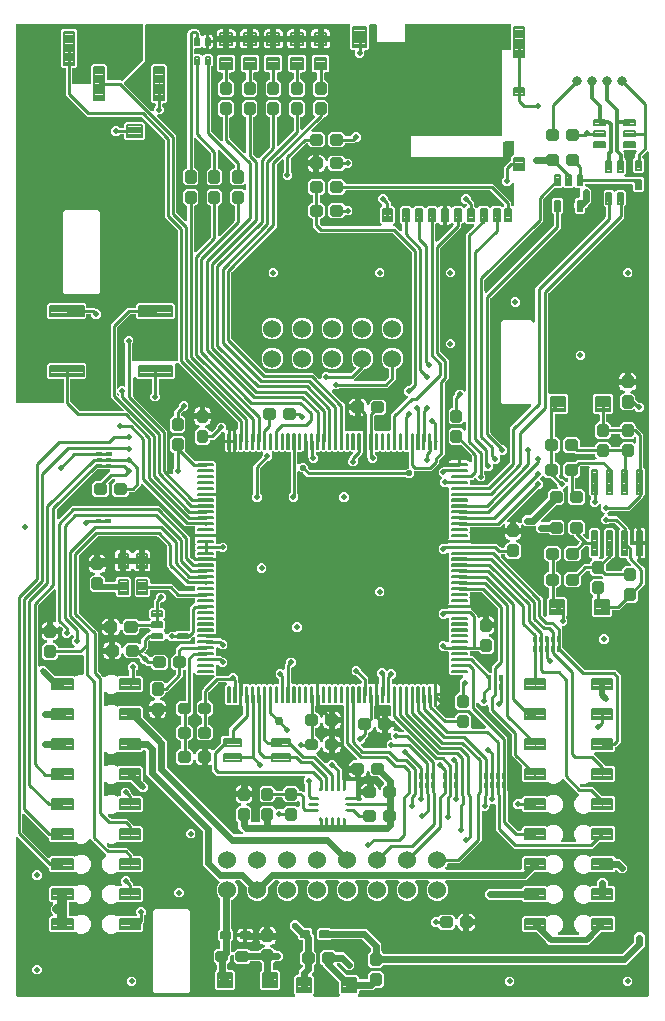
<source format=gbr>
G04 EAGLE Gerber RS-274X export*
G75*
%MOMM*%
%FSLAX34Y34*%
%LPD*%
%INTop Copper*%
%IPPOS*%
%AMOC8*
5,1,8,0,0,1.08239X$1,22.5*%
G01*
%ADD10C,0.500000*%
%ADD11C,0.200000*%
%ADD12C,0.198000*%
%ADD13C,0.200600*%
%ADD14C,0.203000*%
%ADD15C,0.195000*%
%ADD16C,0.204000*%
%ADD17C,1.524000*%
%ADD18C,0.201000*%
%ADD19C,0.196000*%
%ADD20C,0.250000*%
%ADD21C,0.350000*%
%ADD22C,0.838200*%
%ADD23C,0.199800*%
%ADD24C,0.762000*%
%ADD25C,0.254000*%
%ADD26C,0.500000*%
%ADD27C,0.609600*%
%ADD28C,0.508000*%
%ADD29C,0.812800*%
%ADD30P,0.541195X8X22.500000*%
%ADD31C,0.304800*%
%ADD32C,0.550000*%

G36*
X-32509Y-162982D02*
X-32509Y-162982D01*
X-32371Y-162969D01*
X-32352Y-162962D01*
X-32332Y-162959D01*
X-32203Y-162908D01*
X-32072Y-162861D01*
X-32055Y-162850D01*
X-32036Y-162842D01*
X-31924Y-162761D01*
X-31808Y-162683D01*
X-31795Y-162667D01*
X-31779Y-162656D01*
X-31690Y-162548D01*
X-31598Y-162444D01*
X-31589Y-162426D01*
X-31576Y-162411D01*
X-31517Y-162285D01*
X-31453Y-162161D01*
X-31449Y-162141D01*
X-31440Y-162123D01*
X-31414Y-161986D01*
X-31384Y-161851D01*
X-31384Y-161830D01*
X-31380Y-161811D01*
X-31389Y-161672D01*
X-31393Y-161533D01*
X-31399Y-161513D01*
X-31400Y-161493D01*
X-31443Y-161361D01*
X-31482Y-161227D01*
X-31492Y-161210D01*
X-31498Y-161191D01*
X-31573Y-161073D01*
X-31643Y-160953D01*
X-31662Y-160932D01*
X-31668Y-160922D01*
X-31683Y-160908D01*
X-31750Y-160833D01*
X-32525Y-160058D01*
X-32525Y-145943D01*
X-31057Y-144475D01*
X-29842Y-144475D01*
X-29724Y-144460D01*
X-29605Y-144453D01*
X-29567Y-144440D01*
X-29526Y-144435D01*
X-29416Y-144392D01*
X-29303Y-144355D01*
X-29268Y-144333D01*
X-29231Y-144318D01*
X-29135Y-144249D01*
X-29034Y-144185D01*
X-29006Y-144155D01*
X-28973Y-144132D01*
X-28897Y-144040D01*
X-28816Y-143953D01*
X-28796Y-143918D01*
X-28771Y-143887D01*
X-28720Y-143779D01*
X-28662Y-143675D01*
X-28652Y-143635D01*
X-28635Y-143599D01*
X-28613Y-143482D01*
X-28583Y-143367D01*
X-28579Y-143307D01*
X-28575Y-143287D01*
X-28577Y-143266D01*
X-28573Y-143206D01*
X-28573Y-141106D01*
X-25477Y-138010D01*
X-25404Y-137916D01*
X-25325Y-137827D01*
X-25307Y-137791D01*
X-25282Y-137759D01*
X-25234Y-137649D01*
X-25180Y-137543D01*
X-25172Y-137504D01*
X-25156Y-137467D01*
X-25137Y-137349D01*
X-25111Y-137233D01*
X-25112Y-137193D01*
X-25106Y-137153D01*
X-25117Y-137034D01*
X-25120Y-136915D01*
X-25132Y-136876D01*
X-25135Y-136836D01*
X-25176Y-136724D01*
X-25209Y-136610D01*
X-25229Y-136575D01*
X-25243Y-136537D01*
X-25310Y-136438D01*
X-25370Y-136336D01*
X-25410Y-136291D01*
X-25422Y-136274D01*
X-25437Y-136260D01*
X-25477Y-136215D01*
X-27525Y-134167D01*
X-27525Y-125833D01*
X-25194Y-123503D01*
X-25134Y-123424D01*
X-25066Y-123352D01*
X-25037Y-123299D01*
X-25000Y-123251D01*
X-24960Y-123160D01*
X-24912Y-123074D01*
X-24897Y-123015D01*
X-24873Y-122960D01*
X-24858Y-122862D01*
X-24833Y-122766D01*
X-24827Y-122666D01*
X-24823Y-122645D01*
X-24825Y-122633D01*
X-24823Y-122605D01*
X-24823Y-116294D01*
X-24838Y-116176D01*
X-24845Y-116057D01*
X-24858Y-116019D01*
X-24863Y-115978D01*
X-24906Y-115868D01*
X-24943Y-115755D01*
X-24965Y-115720D01*
X-24980Y-115683D01*
X-25049Y-115587D01*
X-25113Y-115486D01*
X-25143Y-115458D01*
X-25166Y-115425D01*
X-25258Y-115349D01*
X-25345Y-115268D01*
X-25380Y-115248D01*
X-25411Y-115223D01*
X-25519Y-115172D01*
X-25623Y-115114D01*
X-25663Y-115104D01*
X-25699Y-115087D01*
X-25816Y-115065D01*
X-25931Y-115035D01*
X-25991Y-115031D01*
X-26011Y-115027D01*
X-26032Y-115029D01*
X-26092Y-115025D01*
X-28037Y-115025D01*
X-29525Y-113537D01*
X-29525Y-111968D01*
X-29537Y-111870D01*
X-29540Y-111771D01*
X-29557Y-111712D01*
X-29565Y-111652D01*
X-29601Y-111560D01*
X-29629Y-111465D01*
X-29659Y-111413D01*
X-29682Y-111357D01*
X-29740Y-111277D01*
X-29790Y-111191D01*
X-29856Y-111116D01*
X-29868Y-111099D01*
X-29878Y-111091D01*
X-29896Y-111070D01*
X-36073Y-104894D01*
X-36073Y-101106D01*
X-33394Y-98427D01*
X-29606Y-98427D01*
X-23430Y-104604D01*
X-23351Y-104664D01*
X-23279Y-104732D01*
X-23226Y-104761D01*
X-23178Y-104798D01*
X-23087Y-104838D01*
X-23001Y-104886D01*
X-22942Y-104901D01*
X-22887Y-104925D01*
X-22789Y-104940D01*
X-22693Y-104965D01*
X-22593Y-104971D01*
X-22572Y-104975D01*
X-22560Y-104973D01*
X-22532Y-104975D01*
X-18463Y-104975D01*
X-16975Y-106463D01*
X-16975Y-109282D01*
X-16963Y-109380D01*
X-16960Y-109479D01*
X-16943Y-109538D01*
X-16935Y-109598D01*
X-16899Y-109690D01*
X-16871Y-109785D01*
X-16841Y-109837D01*
X-16818Y-109893D01*
X-16760Y-109973D01*
X-16710Y-110059D01*
X-16644Y-110134D01*
X-16632Y-110151D01*
X-16622Y-110159D01*
X-16604Y-110180D01*
X-15677Y-111106D01*
X-15677Y-123105D01*
X-15665Y-123203D01*
X-15662Y-123302D01*
X-15645Y-123361D01*
X-15637Y-123421D01*
X-15601Y-123513D01*
X-15573Y-123608D01*
X-15543Y-123660D01*
X-15520Y-123716D01*
X-15462Y-123796D01*
X-15412Y-123882D01*
X-15346Y-123957D01*
X-15334Y-123974D01*
X-15324Y-123981D01*
X-15306Y-124003D01*
X-13475Y-125833D01*
X-13475Y-134167D01*
X-15556Y-136247D01*
X-15616Y-136326D01*
X-15684Y-136398D01*
X-15713Y-136451D01*
X-15750Y-136499D01*
X-15790Y-136590D01*
X-15838Y-136676D01*
X-15853Y-136735D01*
X-15877Y-136790D01*
X-15892Y-136888D01*
X-15917Y-136984D01*
X-15923Y-137084D01*
X-15927Y-137105D01*
X-15925Y-137117D01*
X-15927Y-137145D01*
X-15927Y-141394D01*
X-17078Y-142545D01*
X-17151Y-142639D01*
X-17230Y-142728D01*
X-17248Y-142764D01*
X-17273Y-142796D01*
X-17320Y-142905D01*
X-17374Y-143011D01*
X-17383Y-143051D01*
X-17399Y-143088D01*
X-17418Y-143206D01*
X-17444Y-143322D01*
X-17443Y-143362D01*
X-17449Y-143402D01*
X-17438Y-143521D01*
X-17434Y-143640D01*
X-17423Y-143678D01*
X-17419Y-143719D01*
X-17379Y-143831D01*
X-17346Y-143945D01*
X-17325Y-143980D01*
X-17312Y-144018D01*
X-17245Y-144117D01*
X-17184Y-144219D01*
X-17145Y-144264D01*
X-17133Y-144281D01*
X-17118Y-144295D01*
X-17078Y-144340D01*
X-15475Y-145943D01*
X-15475Y-160058D01*
X-16250Y-160833D01*
X-16335Y-160942D01*
X-16424Y-161049D01*
X-16433Y-161068D01*
X-16445Y-161084D01*
X-16500Y-161211D01*
X-16560Y-161337D01*
X-16564Y-161357D01*
X-16572Y-161376D01*
X-16594Y-161514D01*
X-16620Y-161650D01*
X-16618Y-161670D01*
X-16621Y-161690D01*
X-16608Y-161829D01*
X-16600Y-161967D01*
X-16594Y-161986D01*
X-16592Y-162006D01*
X-16544Y-162138D01*
X-16502Y-162269D01*
X-16491Y-162287D01*
X-16484Y-162306D01*
X-16406Y-162421D01*
X-16332Y-162538D01*
X-16317Y-162552D01*
X-16305Y-162569D01*
X-16201Y-162661D01*
X-16100Y-162756D01*
X-16082Y-162766D01*
X-16067Y-162779D01*
X-15943Y-162842D01*
X-15821Y-162910D01*
X-15802Y-162915D01*
X-15784Y-162924D01*
X-15648Y-162954D01*
X-15514Y-162989D01*
X-15485Y-162991D01*
X-15473Y-162994D01*
X-15453Y-162993D01*
X-15353Y-162999D01*
X5353Y-162999D01*
X5491Y-162982D01*
X5629Y-162969D01*
X5648Y-162962D01*
X5668Y-162959D01*
X5797Y-162908D01*
X5928Y-162861D01*
X5945Y-162850D01*
X5964Y-162842D01*
X6076Y-162761D01*
X6192Y-162683D01*
X6205Y-162667D01*
X6221Y-162656D01*
X6310Y-162548D01*
X6402Y-162444D01*
X6411Y-162426D01*
X6424Y-162411D01*
X6483Y-162285D01*
X6547Y-162161D01*
X6551Y-162141D01*
X6560Y-162123D01*
X6586Y-161986D01*
X6616Y-161851D01*
X6616Y-161830D01*
X6620Y-161811D01*
X6611Y-161672D01*
X6607Y-161533D01*
X6601Y-161513D01*
X6600Y-161493D01*
X6557Y-161361D01*
X6518Y-161227D01*
X6508Y-161210D01*
X6502Y-161191D01*
X6427Y-161073D01*
X6357Y-160953D01*
X6338Y-160932D01*
X6332Y-160922D01*
X6317Y-160908D01*
X6250Y-160833D01*
X5475Y-160058D01*
X5475Y-151468D01*
X5463Y-151370D01*
X5460Y-151271D01*
X5443Y-151212D01*
X5435Y-151152D01*
X5399Y-151060D01*
X5371Y-150965D01*
X5341Y-150913D01*
X5318Y-150857D01*
X5260Y-150777D01*
X5210Y-150691D01*
X5144Y-150616D01*
X5132Y-150599D01*
X5122Y-150591D01*
X5104Y-150570D01*
X-8073Y-137394D01*
X-8073Y-137145D01*
X-8085Y-137047D01*
X-8088Y-136948D01*
X-8105Y-136889D01*
X-8113Y-136829D01*
X-8149Y-136737D01*
X-8177Y-136642D01*
X-8207Y-136590D01*
X-8230Y-136534D01*
X-8288Y-136454D01*
X-8338Y-136368D01*
X-8404Y-136293D01*
X-8416Y-136276D01*
X-8426Y-136269D01*
X-8444Y-136247D01*
X-10525Y-134167D01*
X-10525Y-125833D01*
X-8167Y-123475D01*
X1167Y-123475D01*
X2747Y-125056D01*
X2826Y-125116D01*
X2898Y-125184D01*
X2951Y-125213D01*
X2999Y-125250D01*
X3090Y-125290D01*
X3176Y-125338D01*
X3235Y-125353D01*
X3290Y-125377D01*
X3388Y-125392D01*
X3484Y-125417D01*
X3584Y-125423D01*
X3605Y-125427D01*
X3617Y-125425D01*
X3645Y-125427D01*
X9894Y-125427D01*
X18573Y-134106D01*
X18573Y-137894D01*
X15894Y-140573D01*
X12106Y-140573D01*
X6478Y-134944D01*
X6399Y-134884D01*
X6327Y-134816D01*
X6274Y-134787D01*
X6226Y-134750D01*
X6135Y-134710D01*
X6049Y-134662D01*
X5990Y-134647D01*
X5935Y-134623D01*
X5837Y-134608D01*
X5741Y-134583D01*
X5641Y-134577D01*
X5620Y-134573D01*
X5608Y-134575D01*
X5580Y-134573D01*
X5104Y-134573D01*
X4966Y-134590D01*
X4827Y-134603D01*
X4808Y-134610D01*
X4788Y-134613D01*
X4659Y-134664D01*
X4528Y-134711D01*
X4511Y-134722D01*
X4493Y-134730D01*
X4380Y-134811D01*
X4265Y-134889D01*
X4252Y-134905D01*
X4235Y-134916D01*
X4146Y-135024D01*
X4055Y-135128D01*
X4045Y-135146D01*
X4032Y-135161D01*
X3973Y-135287D01*
X3910Y-135411D01*
X3905Y-135431D01*
X3897Y-135449D01*
X3871Y-135585D01*
X3840Y-135721D01*
X3841Y-135742D01*
X3837Y-135761D01*
X3846Y-135900D01*
X3850Y-136039D01*
X3856Y-136059D01*
X3857Y-136079D01*
X3900Y-136211D01*
X3938Y-136345D01*
X3949Y-136362D01*
X3955Y-136381D01*
X4029Y-136499D01*
X4100Y-136619D01*
X4118Y-136640D01*
X4125Y-136650D01*
X4140Y-136664D01*
X4206Y-136739D01*
X11570Y-144104D01*
X11649Y-144164D01*
X11721Y-144232D01*
X11774Y-144261D01*
X11822Y-144298D01*
X11913Y-144338D01*
X11999Y-144386D01*
X12058Y-144401D01*
X12113Y-144425D01*
X12211Y-144440D01*
X12307Y-144465D01*
X12407Y-144471D01*
X12428Y-144475D01*
X12440Y-144473D01*
X12468Y-144475D01*
X21057Y-144475D01*
X22525Y-145943D01*
X22525Y-147158D01*
X22540Y-147276D01*
X22547Y-147395D01*
X22560Y-147433D01*
X22565Y-147474D01*
X22608Y-147584D01*
X22645Y-147697D01*
X22667Y-147732D01*
X22682Y-147769D01*
X22751Y-147865D01*
X22815Y-147966D01*
X22845Y-147994D01*
X22868Y-148027D01*
X22960Y-148103D01*
X23047Y-148184D01*
X23082Y-148204D01*
X23113Y-148229D01*
X23221Y-148280D01*
X23325Y-148338D01*
X23365Y-148348D01*
X23401Y-148365D01*
X23518Y-148387D01*
X23633Y-148417D01*
X23693Y-148421D01*
X23713Y-148425D01*
X23734Y-148423D01*
X23794Y-148427D01*
X29206Y-148427D01*
X29324Y-148412D01*
X29443Y-148405D01*
X29481Y-148392D01*
X29522Y-148387D01*
X29632Y-148344D01*
X29745Y-148307D01*
X29780Y-148285D01*
X29817Y-148270D01*
X29913Y-148201D01*
X30014Y-148137D01*
X30042Y-148107D01*
X30075Y-148084D01*
X30151Y-147992D01*
X30232Y-147905D01*
X30252Y-147870D01*
X30277Y-147839D01*
X30328Y-147731D01*
X30386Y-147627D01*
X30396Y-147587D01*
X30413Y-147551D01*
X30435Y-147434D01*
X30465Y-147319D01*
X30469Y-147259D01*
X30473Y-147239D01*
X30471Y-147218D01*
X30475Y-147158D01*
X30475Y-143833D01*
X32833Y-141475D01*
X41167Y-141475D01*
X43525Y-143833D01*
X43525Y-153167D01*
X41167Y-155525D01*
X36968Y-155525D01*
X36870Y-155537D01*
X36771Y-155540D01*
X36712Y-155557D01*
X36652Y-155565D01*
X36560Y-155601D01*
X36465Y-155629D01*
X36413Y-155659D01*
X36357Y-155682D01*
X36277Y-155740D01*
X36191Y-155790D01*
X36116Y-155856D01*
X36099Y-155868D01*
X36091Y-155878D01*
X36070Y-155896D01*
X34394Y-157573D01*
X23794Y-157573D01*
X23676Y-157588D01*
X23557Y-157595D01*
X23519Y-157608D01*
X23478Y-157613D01*
X23368Y-157656D01*
X23255Y-157693D01*
X23220Y-157715D01*
X23183Y-157730D01*
X23087Y-157799D01*
X22986Y-157863D01*
X22958Y-157893D01*
X22925Y-157916D01*
X22849Y-158008D01*
X22768Y-158095D01*
X22748Y-158130D01*
X22723Y-158161D01*
X22672Y-158269D01*
X22614Y-158373D01*
X22604Y-158413D01*
X22587Y-158449D01*
X22565Y-158566D01*
X22535Y-158681D01*
X22531Y-158741D01*
X22527Y-158761D01*
X22529Y-158782D01*
X22525Y-158842D01*
X22525Y-160058D01*
X21750Y-160833D01*
X21665Y-160942D01*
X21576Y-161049D01*
X21567Y-161068D01*
X21555Y-161084D01*
X21500Y-161211D01*
X21440Y-161337D01*
X21436Y-161357D01*
X21428Y-161376D01*
X21406Y-161514D01*
X21380Y-161650D01*
X21382Y-161670D01*
X21379Y-161690D01*
X21392Y-161829D01*
X21400Y-161967D01*
X21406Y-161986D01*
X21408Y-162006D01*
X21456Y-162138D01*
X21498Y-162269D01*
X21509Y-162287D01*
X21516Y-162306D01*
X21594Y-162421D01*
X21668Y-162538D01*
X21683Y-162552D01*
X21695Y-162569D01*
X21799Y-162661D01*
X21900Y-162756D01*
X21918Y-162766D01*
X21933Y-162779D01*
X22057Y-162842D01*
X22179Y-162910D01*
X22198Y-162915D01*
X22216Y-162924D01*
X22352Y-162954D01*
X22486Y-162989D01*
X22515Y-162991D01*
X22527Y-162994D01*
X22547Y-162993D01*
X22647Y-162999D01*
X266730Y-162999D01*
X266848Y-162984D01*
X266967Y-162977D01*
X267005Y-162964D01*
X267046Y-162959D01*
X267156Y-162916D01*
X267269Y-162879D01*
X267304Y-162857D01*
X267341Y-162842D01*
X267437Y-162773D01*
X267538Y-162709D01*
X267566Y-162679D01*
X267599Y-162656D01*
X267675Y-162564D01*
X267756Y-162477D01*
X267776Y-162442D01*
X267801Y-162411D01*
X267852Y-162303D01*
X267910Y-162199D01*
X267920Y-162159D01*
X267937Y-162123D01*
X267959Y-162006D01*
X267989Y-161891D01*
X267993Y-161831D01*
X267996Y-161816D01*
X267997Y-161810D01*
X267995Y-161790D01*
X267999Y-161730D01*
X267999Y551483D01*
X267982Y551620D01*
X267969Y551759D01*
X267962Y551778D01*
X267959Y551798D01*
X267908Y551927D01*
X267861Y552058D01*
X267850Y552075D01*
X267842Y552094D01*
X267761Y552206D01*
X267683Y552321D01*
X267667Y552335D01*
X267656Y552351D01*
X267548Y552440D01*
X267444Y552532D01*
X267426Y552541D01*
X267411Y552554D01*
X267285Y552613D01*
X267161Y552677D01*
X267141Y552681D01*
X267123Y552690D01*
X266987Y552716D01*
X266851Y552746D01*
X266830Y552746D01*
X266811Y552749D01*
X266672Y552741D01*
X266533Y552737D01*
X266513Y552731D01*
X266493Y552730D01*
X266361Y552687D01*
X266227Y552648D01*
X266210Y552638D01*
X266191Y552632D01*
X266073Y552557D01*
X265953Y552487D01*
X265932Y552468D01*
X265922Y552461D01*
X265908Y552446D01*
X265833Y552380D01*
X262605Y549152D01*
X262531Y549058D01*
X262453Y548969D01*
X262434Y548933D01*
X262410Y548901D01*
X262362Y548791D01*
X262308Y548686D01*
X262299Y548646D01*
X262283Y548609D01*
X262265Y548491D01*
X262239Y548375D01*
X262240Y548335D01*
X262233Y548295D01*
X262245Y548176D01*
X262248Y548057D01*
X262259Y548019D01*
X262263Y547978D01*
X262304Y547866D01*
X262337Y547752D01*
X262357Y547717D01*
X262371Y547679D01*
X262438Y547580D01*
X262498Y547478D01*
X262538Y547433D01*
X262549Y547416D01*
X262565Y547402D01*
X262605Y547357D01*
X264225Y545737D01*
X264225Y536163D01*
X262737Y534675D01*
X255663Y534675D01*
X254175Y536163D01*
X254175Y545737D01*
X256034Y547595D01*
X256094Y547673D01*
X256162Y547746D01*
X256191Y547799D01*
X256228Y547846D01*
X256268Y547937D01*
X256316Y548024D01*
X256331Y548083D01*
X256355Y548138D01*
X256370Y548236D01*
X256395Y548332D01*
X256401Y548432D01*
X256405Y548452D01*
X256403Y548465D01*
X256405Y548493D01*
X256405Y550858D01*
X257156Y551609D01*
X257241Y551718D01*
X257330Y551825D01*
X257339Y551844D01*
X257351Y551860D01*
X257406Y551987D01*
X257466Y552113D01*
X257469Y552133D01*
X257477Y552152D01*
X257499Y552290D01*
X257525Y552426D01*
X257524Y552446D01*
X257527Y552466D01*
X257514Y552605D01*
X257506Y552743D01*
X257499Y552762D01*
X257498Y552782D01*
X257450Y552914D01*
X257408Y553045D01*
X257397Y553063D01*
X257390Y553082D01*
X257312Y553197D01*
X257237Y553314D01*
X257223Y553328D01*
X257211Y553345D01*
X257107Y553437D01*
X257006Y553532D01*
X256988Y553542D01*
X256973Y553555D01*
X256849Y553618D01*
X256727Y553686D01*
X256708Y553691D01*
X256690Y553700D01*
X256554Y553730D01*
X256419Y553765D01*
X256391Y553767D01*
X256379Y553770D01*
X256359Y553769D01*
X256259Y553775D01*
X247601Y553775D01*
X247463Y553758D01*
X247324Y553745D01*
X247305Y553738D01*
X247285Y553735D01*
X247156Y553684D01*
X247025Y553637D01*
X247008Y553626D01*
X246989Y553618D01*
X246877Y553537D01*
X246762Y553459D01*
X246748Y553443D01*
X246732Y553432D01*
X246643Y553324D01*
X246551Y553220D01*
X246542Y553202D01*
X246529Y553187D01*
X246470Y553061D01*
X246407Y552937D01*
X246402Y552917D01*
X246394Y552899D01*
X246368Y552762D01*
X246337Y552627D01*
X246338Y552606D01*
X246334Y552587D01*
X246342Y552448D01*
X246347Y552309D01*
X246352Y552289D01*
X246354Y552269D01*
X246396Y552137D01*
X246435Y552003D01*
X246445Y551986D01*
X246452Y551967D01*
X246526Y551849D01*
X246597Y551729D01*
X246615Y551708D01*
X246622Y551698D01*
X246637Y551684D01*
X246703Y551609D01*
X247149Y551163D01*
X247149Y547553D01*
X247161Y547455D01*
X247164Y547356D01*
X247181Y547298D01*
X247189Y547238D01*
X247225Y547146D01*
X247253Y547051D01*
X247283Y546998D01*
X247306Y546942D01*
X247364Y546862D01*
X247414Y546777D01*
X247480Y546701D01*
X247492Y546685D01*
X247502Y546677D01*
X247520Y546656D01*
X248625Y545552D01*
X248625Y534448D01*
X247421Y533244D01*
X247336Y533135D01*
X247247Y533028D01*
X247238Y533009D01*
X247226Y532993D01*
X247170Y532865D01*
X247111Y532740D01*
X247108Y532720D01*
X247100Y532701D01*
X247078Y532563D01*
X247052Y532427D01*
X247053Y532407D01*
X247050Y532387D01*
X247063Y532248D01*
X247071Y532110D01*
X247078Y532091D01*
X247080Y532071D01*
X247127Y531939D01*
X247169Y531808D01*
X247180Y531790D01*
X247187Y531771D01*
X247265Y531656D01*
X247340Y531539D01*
X247354Y531525D01*
X247366Y531508D01*
X247470Y531416D01*
X247571Y531321D01*
X247589Y531311D01*
X247604Y531298D01*
X247728Y531234D01*
X247850Y531167D01*
X247869Y531162D01*
X247887Y531153D01*
X248023Y531123D01*
X248158Y531088D01*
X248186Y531086D01*
X248198Y531083D01*
X248218Y531084D01*
X248318Y531078D01*
X256530Y531078D01*
X256584Y531036D01*
X256656Y530968D01*
X256709Y530939D01*
X256757Y530902D01*
X256848Y530862D01*
X256935Y530814D01*
X256993Y530799D01*
X257049Y530775D01*
X257147Y530760D01*
X257243Y530735D01*
X257343Y530729D01*
X257363Y530725D01*
X257375Y530727D01*
X257403Y530725D01*
X262737Y530725D01*
X264225Y529237D01*
X264225Y519663D01*
X262737Y518175D01*
X255663Y518175D01*
X254175Y519663D01*
X254175Y524219D01*
X254160Y524337D01*
X254153Y524456D01*
X254140Y524494D01*
X254135Y524535D01*
X254092Y524645D01*
X254055Y524758D01*
X254033Y524793D01*
X254018Y524830D01*
X253949Y524926D01*
X253885Y525027D01*
X253855Y525055D01*
X253832Y525088D01*
X253740Y525164D01*
X253653Y525245D01*
X253618Y525265D01*
X253587Y525290D01*
X253479Y525341D01*
X253375Y525399D01*
X253335Y525409D01*
X253299Y525426D01*
X253182Y525448D01*
X253067Y525478D01*
X253007Y525482D01*
X252987Y525486D01*
X252966Y525484D01*
X252906Y525488D01*
X215244Y525488D01*
X215126Y525473D01*
X215007Y525466D01*
X214969Y525453D01*
X214928Y525448D01*
X214818Y525405D01*
X214705Y525368D01*
X214670Y525346D01*
X214633Y525331D01*
X214537Y525262D01*
X214436Y525198D01*
X214408Y525168D01*
X214375Y525145D01*
X214299Y525053D01*
X214218Y524966D01*
X214198Y524931D01*
X214173Y524900D01*
X214122Y524792D01*
X214064Y524688D01*
X214054Y524648D01*
X214037Y524612D01*
X214015Y524495D01*
X213985Y524380D01*
X213981Y524320D01*
X213977Y524300D01*
X213979Y524279D01*
X213975Y524219D01*
X213975Y523842D01*
X213990Y523724D01*
X213997Y523605D01*
X214010Y523567D01*
X214015Y523526D01*
X214058Y523416D01*
X214095Y523303D01*
X214117Y523268D01*
X214132Y523231D01*
X214201Y523135D01*
X214265Y523034D01*
X214295Y523006D01*
X214318Y522973D01*
X214410Y522897D01*
X214497Y522816D01*
X214532Y522796D01*
X214563Y522771D01*
X214671Y522720D01*
X214775Y522662D01*
X214815Y522652D01*
X214851Y522635D01*
X214968Y522613D01*
X215083Y522583D01*
X215143Y522579D01*
X215163Y522575D01*
X215184Y522577D01*
X215244Y522573D01*
X216394Y522573D01*
X219073Y519894D01*
X219073Y509823D01*
X216022Y506773D01*
X214346Y505097D01*
X214286Y505018D01*
X214218Y504946D01*
X214189Y504893D01*
X214152Y504845D01*
X214112Y504754D01*
X214064Y504668D01*
X214049Y504609D01*
X214025Y504554D01*
X214010Y504456D01*
X213985Y504360D01*
X213979Y504260D01*
X213975Y504239D01*
X213977Y504227D01*
X213975Y504199D01*
X213975Y501379D01*
X212494Y499898D01*
X206506Y499898D01*
X205025Y501379D01*
X205025Y504199D01*
X205013Y504297D01*
X205010Y504397D01*
X204993Y504455D01*
X204985Y504515D01*
X204949Y504607D01*
X204927Y504682D01*
X204927Y508751D01*
X204936Y508766D01*
X204951Y508825D01*
X204975Y508880D01*
X204990Y508978D01*
X205015Y509074D01*
X205021Y509174D01*
X205025Y509194D01*
X205023Y509206D01*
X205025Y509235D01*
X205025Y512055D01*
X206506Y513536D01*
X208658Y513536D01*
X208776Y513551D01*
X208895Y513558D01*
X208933Y513571D01*
X208974Y513576D01*
X209084Y513619D01*
X209197Y513656D01*
X209232Y513678D01*
X209269Y513693D01*
X209365Y513762D01*
X209466Y513826D01*
X209494Y513856D01*
X209527Y513879D01*
X209603Y513971D01*
X209684Y514058D01*
X209704Y514093D01*
X209729Y514124D01*
X209780Y514232D01*
X209838Y514336D01*
X209848Y514376D01*
X209865Y514412D01*
X209887Y514529D01*
X209917Y514644D01*
X209921Y514704D01*
X209925Y514724D01*
X209923Y514745D01*
X209927Y514805D01*
X209927Y520195D01*
X209912Y520313D01*
X209905Y520432D01*
X209892Y520470D01*
X209887Y520511D01*
X209844Y520621D01*
X209807Y520734D01*
X209785Y520769D01*
X209770Y520806D01*
X209701Y520902D01*
X209637Y521003D01*
X209607Y521031D01*
X209584Y521064D01*
X209492Y521140D01*
X209405Y521221D01*
X209370Y521241D01*
X209339Y521266D01*
X209231Y521317D01*
X209127Y521375D01*
X209087Y521385D01*
X209051Y521402D01*
X208934Y521424D01*
X208819Y521454D01*
X208759Y521458D01*
X208739Y521462D01*
X208718Y521460D01*
X208658Y521464D01*
X206506Y521464D01*
X205648Y522323D01*
X205554Y522396D01*
X205464Y522475D01*
X205428Y522493D01*
X205396Y522518D01*
X205287Y522565D01*
X205181Y522619D01*
X205142Y522628D01*
X205104Y522644D01*
X204987Y522663D01*
X204871Y522689D01*
X204830Y522688D01*
X204790Y522694D01*
X204672Y522683D01*
X204553Y522679D01*
X204514Y522668D01*
X204474Y522664D01*
X204361Y522624D01*
X204247Y522591D01*
X204213Y522570D01*
X204174Y522556D01*
X204076Y522490D01*
X203973Y522429D01*
X203928Y522389D01*
X203911Y522378D01*
X203898Y522363D01*
X203853Y522323D01*
X202994Y521464D01*
X197006Y521464D01*
X196148Y522323D01*
X196054Y522396D01*
X195964Y522475D01*
X195928Y522493D01*
X195896Y522518D01*
X195787Y522565D01*
X195681Y522619D01*
X195642Y522628D01*
X195604Y522644D01*
X195487Y522663D01*
X195371Y522689D01*
X195330Y522688D01*
X195290Y522694D01*
X195172Y522683D01*
X195053Y522679D01*
X195014Y522668D01*
X194974Y522664D01*
X194861Y522624D01*
X194747Y522591D01*
X194713Y522570D01*
X194674Y522556D01*
X194576Y522490D01*
X194473Y522429D01*
X194428Y522389D01*
X194411Y522378D01*
X194398Y522363D01*
X194353Y522323D01*
X193494Y521464D01*
X188159Y521464D01*
X188061Y521452D01*
X187962Y521449D01*
X187904Y521432D01*
X187844Y521424D01*
X187752Y521388D01*
X187657Y521360D01*
X187604Y521330D01*
X187548Y521307D01*
X187468Y521249D01*
X187383Y521199D01*
X187307Y521133D01*
X187291Y521121D01*
X187283Y521111D01*
X187262Y521093D01*
X178666Y512497D01*
X178606Y512419D01*
X178538Y512347D01*
X178509Y512294D01*
X178472Y512246D01*
X178432Y512155D01*
X178384Y512068D01*
X178369Y512010D01*
X178345Y511954D01*
X178330Y511856D01*
X178305Y511760D01*
X178299Y511660D01*
X178295Y511640D01*
X178297Y511628D01*
X178295Y511600D01*
X178295Y493842D01*
X129166Y444714D01*
X129106Y444636D01*
X129038Y444564D01*
X129009Y444511D01*
X128972Y444463D01*
X128932Y444372D01*
X128884Y444285D01*
X128869Y444227D01*
X128845Y444171D01*
X128830Y444073D01*
X128805Y443977D01*
X128799Y443877D01*
X128795Y443857D01*
X128797Y443845D01*
X128795Y443817D01*
X128795Y434319D01*
X128812Y434181D01*
X128825Y434042D01*
X128832Y434023D01*
X128835Y434003D01*
X128886Y433874D01*
X128933Y433743D01*
X128944Y433726D01*
X128952Y433708D01*
X129033Y433595D01*
X129111Y433480D01*
X129127Y433467D01*
X129138Y433450D01*
X129246Y433362D01*
X129350Y433270D01*
X129368Y433260D01*
X129383Y433247D01*
X129509Y433188D01*
X129633Y433125D01*
X129653Y433120D01*
X129671Y433112D01*
X129807Y433086D01*
X129943Y433055D01*
X129964Y433056D01*
X129983Y433052D01*
X130122Y433061D01*
X130261Y433065D01*
X130281Y433071D01*
X130301Y433072D01*
X130433Y433115D01*
X130567Y433153D01*
X130584Y433164D01*
X130603Y433170D01*
X130721Y433244D01*
X130841Y433315D01*
X130862Y433334D01*
X130872Y433340D01*
X130886Y433355D01*
X130961Y433421D01*
X187334Y489793D01*
X187394Y489872D01*
X187462Y489944D01*
X187491Y489997D01*
X187528Y490045D01*
X187568Y490136D01*
X187616Y490222D01*
X187631Y490281D01*
X187655Y490336D01*
X187670Y490434D01*
X187695Y490530D01*
X187701Y490630D01*
X187705Y490651D01*
X187703Y490663D01*
X187705Y490691D01*
X187705Y499173D01*
X187693Y499271D01*
X187690Y499370D01*
X187673Y499429D01*
X187665Y499489D01*
X187629Y499581D01*
X187601Y499676D01*
X187571Y499728D01*
X187548Y499784D01*
X187490Y499864D01*
X187440Y499950D01*
X187374Y500025D01*
X187362Y500042D01*
X187352Y500050D01*
X187334Y500071D01*
X186025Y501379D01*
X186025Y512055D01*
X187506Y513536D01*
X193494Y513536D01*
X194975Y512055D01*
X194975Y501379D01*
X193666Y500071D01*
X193606Y499992D01*
X193538Y499920D01*
X193509Y499867D01*
X193472Y499819D01*
X193432Y499728D01*
X193384Y499642D01*
X193369Y499583D01*
X193345Y499528D01*
X193330Y499430D01*
X193305Y499334D01*
X193299Y499234D01*
X193295Y499214D01*
X193297Y499201D01*
X193295Y499173D01*
X193295Y487850D01*
X134166Y428722D01*
X134106Y428643D01*
X134038Y428571D01*
X134009Y428518D01*
X133972Y428470D01*
X133932Y428379D01*
X133884Y428293D01*
X133869Y428234D01*
X133845Y428179D01*
X133830Y428081D01*
X133805Y427985D01*
X133799Y427885D01*
X133795Y427864D01*
X133797Y427852D01*
X133795Y427824D01*
X133795Y314683D01*
X133807Y314585D01*
X133810Y314486D01*
X133827Y314428D01*
X133835Y314368D01*
X133871Y314276D01*
X133899Y314181D01*
X133929Y314128D01*
X133952Y314072D01*
X134010Y313992D01*
X134060Y313907D01*
X134126Y313831D01*
X134138Y313815D01*
X134148Y313807D01*
X134166Y313786D01*
X143855Y304097D01*
X143933Y304036D01*
X144006Y303969D01*
X144059Y303939D01*
X144106Y303902D01*
X144197Y303863D01*
X144284Y303815D01*
X144343Y303800D01*
X144398Y303776D01*
X144496Y303760D01*
X144592Y303736D01*
X144692Y303729D01*
X144712Y303726D01*
X144725Y303727D01*
X144753Y303725D01*
X145147Y303725D01*
X147505Y301368D01*
X147505Y298034D01*
X145147Y295676D01*
X143221Y295676D01*
X143082Y295658D01*
X142944Y295645D01*
X142925Y295639D01*
X142905Y295636D01*
X142776Y295585D01*
X142645Y295538D01*
X142628Y295526D01*
X142610Y295519D01*
X142497Y295437D01*
X142382Y295359D01*
X142368Y295344D01*
X142352Y295332D01*
X142264Y295225D01*
X142171Y295120D01*
X142162Y295103D01*
X142149Y295087D01*
X142090Y294962D01*
X142027Y294837D01*
X142022Y294817D01*
X142014Y294800D01*
X141988Y294663D01*
X141957Y294527D01*
X141958Y294507D01*
X141954Y294487D01*
X141963Y294349D01*
X141967Y294209D01*
X141973Y294190D01*
X141974Y294170D01*
X141985Y294136D01*
X141985Y290514D01*
X139627Y288156D01*
X137244Y288156D01*
X137125Y288141D01*
X137007Y288134D01*
X136968Y288121D01*
X136928Y288116D01*
X136817Y288072D01*
X136704Y288036D01*
X136670Y288014D01*
X136632Y287999D01*
X136536Y287929D01*
X136435Y287865D01*
X136408Y287836D01*
X136375Y287812D01*
X136299Y287721D01*
X136217Y287634D01*
X136198Y287598D01*
X136172Y287567D01*
X136121Y287459D01*
X136064Y287355D01*
X136054Y287316D01*
X136037Y287280D01*
X136014Y287163D01*
X135985Y287047D01*
X135981Y286987D01*
X135977Y286967D01*
X135978Y286947D01*
X135974Y286887D01*
X135974Y284503D01*
X133617Y282146D01*
X130253Y282146D01*
X130174Y282211D01*
X130156Y282219D01*
X130140Y282232D01*
X130012Y282287D01*
X129886Y282346D01*
X129867Y282350D01*
X129848Y282358D01*
X129711Y282380D01*
X129574Y282406D01*
X129554Y282405D01*
X129534Y282408D01*
X129396Y282395D01*
X129257Y282386D01*
X129237Y282380D01*
X129217Y282378D01*
X129086Y282331D01*
X128954Y282288D01*
X128937Y282278D01*
X128918Y282271D01*
X128803Y282193D01*
X128685Y282118D01*
X128672Y282103D01*
X128655Y282092D01*
X128563Y281988D01*
X128467Y281887D01*
X128458Y281869D01*
X128444Y281854D01*
X128381Y281730D01*
X128314Y281608D01*
X128309Y281588D01*
X128300Y281570D01*
X128269Y281435D01*
X128235Y281300D01*
X128233Y281272D01*
X128230Y281260D01*
X128231Y281240D01*
X128224Y281139D01*
X128224Y280672D01*
X128237Y280574D01*
X128240Y280474D01*
X128257Y280416D01*
X128264Y280356D01*
X128301Y280264D01*
X128328Y280169D01*
X128359Y280117D01*
X128381Y280060D01*
X128439Y279980D01*
X128490Y279895D01*
X128556Y279820D01*
X128568Y279803D01*
X128578Y279795D01*
X128596Y279774D01*
X129474Y278896D01*
X129474Y275562D01*
X127117Y273204D01*
X123782Y273204D01*
X121367Y275620D01*
X121273Y275693D01*
X121184Y275771D01*
X121148Y275790D01*
X121116Y275815D01*
X121006Y275862D01*
X120900Y275916D01*
X120861Y275925D01*
X120824Y275941D01*
X120706Y275960D01*
X120590Y275986D01*
X120550Y275984D01*
X120510Y275991D01*
X120391Y275980D01*
X120272Y275976D01*
X120233Y275965D01*
X120193Y275961D01*
X120081Y275921D01*
X119967Y275888D01*
X119932Y275867D01*
X119894Y275853D01*
X119795Y275786D01*
X119693Y275726D01*
X119648Y275686D01*
X119631Y275675D01*
X119617Y275659D01*
X119572Y275620D01*
X118658Y274705D01*
X117549Y274705D01*
X117431Y274690D01*
X117312Y274683D01*
X117274Y274670D01*
X117233Y274665D01*
X117123Y274622D01*
X117010Y274585D01*
X116975Y274563D01*
X116938Y274548D01*
X116842Y274479D01*
X116741Y274415D01*
X116713Y274385D01*
X116680Y274362D01*
X116604Y274270D01*
X116523Y274183D01*
X116503Y274148D01*
X116478Y274117D01*
X116427Y274009D01*
X116369Y273905D01*
X116359Y273865D01*
X116342Y273829D01*
X116320Y273712D01*
X116290Y273597D01*
X116286Y273537D01*
X116282Y273517D01*
X116284Y273496D01*
X116280Y273436D01*
X116280Y271564D01*
X116295Y271446D01*
X116302Y271327D01*
X116315Y271289D01*
X116320Y271248D01*
X116363Y271138D01*
X116400Y271025D01*
X116422Y270990D01*
X116437Y270953D01*
X116506Y270857D01*
X116570Y270756D01*
X116600Y270728D01*
X116623Y270695D01*
X116715Y270619D01*
X116802Y270538D01*
X116837Y270518D01*
X116868Y270493D01*
X116976Y270442D01*
X117080Y270384D01*
X117120Y270374D01*
X117156Y270357D01*
X117273Y270335D01*
X117388Y270305D01*
X117448Y270301D01*
X117468Y270297D01*
X117489Y270299D01*
X117549Y270295D01*
X130817Y270295D01*
X130915Y270307D01*
X131014Y270310D01*
X131072Y270327D01*
X131132Y270335D01*
X131224Y270371D01*
X131319Y270399D01*
X131372Y270429D01*
X131428Y270452D01*
X131508Y270510D01*
X131593Y270560D01*
X131669Y270626D01*
X131685Y270638D01*
X131693Y270648D01*
X131714Y270666D01*
X149834Y288786D01*
X149894Y288864D01*
X149962Y288936D01*
X149991Y288989D01*
X150028Y289037D01*
X150068Y289128D01*
X150116Y289215D01*
X150131Y289273D01*
X150155Y289329D01*
X150170Y289427D01*
X150195Y289523D01*
X150201Y289623D01*
X150205Y289643D01*
X150203Y289655D01*
X150205Y289683D01*
X150205Y318737D01*
X152214Y320746D01*
X168031Y336563D01*
X168116Y336672D01*
X168205Y336779D01*
X168213Y336798D01*
X168226Y336814D01*
X168281Y336942D01*
X168340Y337067D01*
X168344Y337087D01*
X168352Y337106D01*
X168374Y337244D01*
X168400Y337380D01*
X168399Y337400D01*
X168402Y337420D01*
X168389Y337559D01*
X168380Y337697D01*
X168374Y337716D01*
X168372Y337736D01*
X168325Y337868D01*
X168282Y337999D01*
X168271Y338017D01*
X168264Y338036D01*
X168186Y338151D01*
X168112Y338268D01*
X168097Y338282D01*
X168086Y338299D01*
X167982Y338391D01*
X167880Y338486D01*
X167863Y338496D01*
X167847Y338509D01*
X167724Y338572D01*
X167602Y338640D01*
X167582Y338645D01*
X167564Y338654D01*
X167428Y338684D01*
X167294Y338719D01*
X167266Y338721D01*
X167254Y338724D01*
X167233Y338723D01*
X167133Y338729D01*
X144645Y338729D01*
X142729Y340645D01*
X142729Y408355D01*
X144645Y410271D01*
X167355Y410271D01*
X169579Y408047D01*
X169688Y407962D01*
X169795Y407873D01*
X169814Y407864D01*
X169830Y407852D01*
X169958Y407797D01*
X170083Y407738D01*
X170103Y407734D01*
X170122Y407726D01*
X170260Y407704D01*
X170396Y407678D01*
X170416Y407679D01*
X170436Y407676D01*
X170575Y407689D01*
X170713Y407698D01*
X170732Y407704D01*
X170752Y407706D01*
X170884Y407753D01*
X171015Y407796D01*
X171033Y407806D01*
X171052Y407813D01*
X171167Y407891D01*
X171284Y407966D01*
X171298Y407981D01*
X171315Y407992D01*
X171407Y408096D01*
X171502Y408197D01*
X171512Y408215D01*
X171525Y408230D01*
X171589Y408354D01*
X171656Y408476D01*
X171661Y408495D01*
X171670Y408514D01*
X171700Y408649D01*
X171735Y408784D01*
X171737Y408812D01*
X171740Y408824D01*
X171739Y408844D01*
X171745Y408944D01*
X171745Y437238D01*
X230934Y496426D01*
X230994Y496504D01*
X231062Y496576D01*
X231091Y496629D01*
X231128Y496677D01*
X231168Y496768D01*
X231216Y496855D01*
X231231Y496913D01*
X231255Y496969D01*
X231270Y497067D01*
X231295Y497163D01*
X231301Y497263D01*
X231305Y497283D01*
X231303Y497295D01*
X231305Y497323D01*
X231305Y505193D01*
X231293Y505291D01*
X231290Y505390D01*
X231273Y505448D01*
X231265Y505508D01*
X231229Y505600D01*
X231201Y505695D01*
X231171Y505748D01*
X231148Y505804D01*
X231090Y505884D01*
X231040Y505969D01*
X230974Y506045D01*
X230962Y506061D01*
X230952Y506069D01*
X230934Y506090D01*
X229575Y507448D01*
X229575Y518552D01*
X231048Y520025D01*
X237152Y520025D01*
X238203Y518974D01*
X238297Y518901D01*
X238386Y518822D01*
X238422Y518804D01*
X238454Y518779D01*
X238563Y518732D01*
X238669Y518678D01*
X238708Y518669D01*
X238746Y518653D01*
X238863Y518634D01*
X238979Y518608D01*
X239020Y518609D01*
X239060Y518603D01*
X239178Y518614D01*
X239297Y518618D01*
X239336Y518629D01*
X239376Y518633D01*
X239488Y518673D01*
X239603Y518706D01*
X239638Y518726D01*
X239676Y518740D01*
X239774Y518807D01*
X239877Y518867D01*
X239922Y518907D01*
X239939Y518919D01*
X239952Y518934D01*
X239998Y518974D01*
X241048Y520025D01*
X247152Y520025D01*
X248625Y518552D01*
X248625Y507448D01*
X247266Y506090D01*
X247206Y506012D01*
X247138Y505940D01*
X247109Y505887D01*
X247072Y505839D01*
X247032Y505748D01*
X246984Y505661D01*
X246969Y505603D01*
X246945Y505547D01*
X246930Y505449D01*
X246905Y505353D01*
X246899Y505253D01*
X246895Y505233D01*
X246897Y505221D01*
X246895Y505193D01*
X246895Y496442D01*
X183166Y432714D01*
X183106Y432636D01*
X183038Y432564D01*
X183009Y432511D01*
X182972Y432463D01*
X182932Y432372D01*
X182884Y432285D01*
X182869Y432227D01*
X182845Y432171D01*
X182830Y432073D01*
X182805Y431977D01*
X182799Y431877D01*
X182795Y431857D01*
X182797Y431845D01*
X182795Y431817D01*
X182795Y348794D01*
X182810Y348676D01*
X182817Y348557D01*
X182830Y348519D01*
X182835Y348478D01*
X182878Y348368D01*
X182915Y348255D01*
X182937Y348220D01*
X182952Y348183D01*
X183021Y348087D01*
X183085Y347986D01*
X183115Y347958D01*
X183138Y347925D01*
X183230Y347849D01*
X183317Y347768D01*
X183352Y347748D01*
X183383Y347723D01*
X183491Y347672D01*
X183595Y347614D01*
X183635Y347604D01*
X183671Y347587D01*
X183788Y347565D01*
X183903Y347535D01*
X183963Y347531D01*
X183983Y347527D01*
X184004Y347529D01*
X184064Y347525D01*
X198057Y347525D01*
X199525Y346057D01*
X199525Y331943D01*
X198057Y330475D01*
X189564Y330475D01*
X189446Y330460D01*
X189327Y330453D01*
X189289Y330440D01*
X189248Y330435D01*
X189138Y330392D01*
X189025Y330355D01*
X188990Y330333D01*
X188953Y330318D01*
X188857Y330249D01*
X188756Y330185D01*
X188728Y330155D01*
X188695Y330132D01*
X188619Y330040D01*
X188538Y329953D01*
X188518Y329918D01*
X188493Y329887D01*
X188442Y329779D01*
X188384Y329675D01*
X188374Y329635D01*
X188357Y329599D01*
X188335Y329482D01*
X188305Y329367D01*
X188301Y329307D01*
X188297Y329287D01*
X188299Y329266D01*
X188295Y329206D01*
X188295Y311794D01*
X188310Y311676D01*
X188317Y311557D01*
X188330Y311519D01*
X188335Y311478D01*
X188378Y311368D01*
X188415Y311255D01*
X188437Y311220D01*
X188452Y311183D01*
X188521Y311087D01*
X188585Y310986D01*
X188615Y310958D01*
X188638Y310925D01*
X188730Y310849D01*
X188817Y310768D01*
X188852Y310748D01*
X188883Y310723D01*
X188991Y310672D01*
X189095Y310614D01*
X189135Y310604D01*
X189171Y310587D01*
X189288Y310565D01*
X189403Y310535D01*
X189463Y310531D01*
X189483Y310527D01*
X189504Y310529D01*
X189564Y310525D01*
X190167Y310525D01*
X192525Y308167D01*
X192525Y299833D01*
X190167Y297475D01*
X189564Y297475D01*
X189446Y297460D01*
X189327Y297453D01*
X189289Y297440D01*
X189248Y297435D01*
X189138Y297392D01*
X189025Y297355D01*
X188990Y297333D01*
X188953Y297318D01*
X188857Y297249D01*
X188756Y297185D01*
X188728Y297155D01*
X188695Y297132D01*
X188619Y297040D01*
X188538Y296953D01*
X188518Y296918D01*
X188493Y296887D01*
X188442Y296779D01*
X188384Y296675D01*
X188374Y296635D01*
X188357Y296599D01*
X188335Y296482D01*
X188305Y296367D01*
X188301Y296307D01*
X188297Y296287D01*
X188299Y296266D01*
X188295Y296206D01*
X188295Y290794D01*
X188310Y290676D01*
X188317Y290557D01*
X188330Y290519D01*
X188335Y290478D01*
X188378Y290368D01*
X188415Y290255D01*
X188437Y290220D01*
X188452Y290183D01*
X188521Y290087D01*
X188585Y289986D01*
X188615Y289958D01*
X188638Y289925D01*
X188730Y289849D01*
X188817Y289768D01*
X188852Y289748D01*
X188883Y289723D01*
X188991Y289672D01*
X189095Y289614D01*
X189135Y289604D01*
X189171Y289587D01*
X189288Y289565D01*
X189403Y289535D01*
X189463Y289531D01*
X189483Y289527D01*
X189504Y289529D01*
X189564Y289525D01*
X190167Y289525D01*
X192525Y287167D01*
X192525Y278833D01*
X192220Y278528D01*
X192147Y278434D01*
X192068Y278344D01*
X192049Y278308D01*
X192025Y278276D01*
X191977Y278167D01*
X191923Y278061D01*
X191914Y278022D01*
X191898Y277985D01*
X191880Y277867D01*
X191854Y277751D01*
X191855Y277711D01*
X191848Y277671D01*
X191860Y277552D01*
X191863Y277433D01*
X191874Y277394D01*
X191878Y277354D01*
X191919Y277242D01*
X191952Y277127D01*
X191972Y277093D01*
X191986Y277055D01*
X192053Y276956D01*
X192113Y276854D01*
X192153Y276808D01*
X192164Y276791D01*
X192180Y276778D01*
X192220Y276733D01*
X193556Y275396D01*
X193634Y275336D01*
X193706Y275268D01*
X193759Y275239D01*
X193807Y275202D01*
X193898Y275162D01*
X193985Y275114D01*
X194043Y275099D01*
X194099Y275075D01*
X194197Y275060D01*
X194293Y275035D01*
X194393Y275029D01*
X194413Y275025D01*
X194425Y275027D01*
X194453Y275025D01*
X195667Y275025D01*
X197539Y273153D01*
X197648Y273068D01*
X197755Y272979D01*
X197774Y272971D01*
X197790Y272958D01*
X197918Y272903D01*
X198043Y272844D01*
X198063Y272840D01*
X198082Y272832D01*
X198220Y272810D01*
X198356Y272784D01*
X198376Y272785D01*
X198396Y272782D01*
X198535Y272795D01*
X198673Y272804D01*
X198692Y272810D01*
X198712Y272812D01*
X198844Y272859D01*
X198975Y272902D01*
X198993Y272913D01*
X199012Y272920D01*
X199127Y272998D01*
X199244Y273072D01*
X199258Y273087D01*
X199275Y273098D01*
X199367Y273202D01*
X199462Y273304D01*
X199472Y273321D01*
X199485Y273337D01*
X199549Y273461D01*
X199616Y273582D01*
X199621Y273602D01*
X199630Y273620D01*
X199660Y273755D01*
X199695Y273890D01*
X199697Y273918D01*
X199700Y273930D01*
X199699Y273951D01*
X199705Y274051D01*
X199705Y275206D01*
X199690Y275324D01*
X199683Y275443D01*
X199670Y275481D01*
X199665Y275522D01*
X199622Y275632D01*
X199585Y275745D01*
X199563Y275780D01*
X199548Y275817D01*
X199479Y275913D01*
X199415Y276014D01*
X199385Y276042D01*
X199362Y276075D01*
X199270Y276151D01*
X199183Y276232D01*
X199148Y276252D01*
X199117Y276277D01*
X199009Y276328D01*
X198905Y276386D01*
X198865Y276396D01*
X198829Y276413D01*
X198712Y276435D01*
X198597Y276465D01*
X198537Y276469D01*
X198517Y276473D01*
X198496Y276471D01*
X198436Y276475D01*
X197833Y276475D01*
X195475Y278833D01*
X195475Y287167D01*
X197833Y289525D01*
X204547Y289525D01*
X204645Y289537D01*
X204744Y289540D01*
X204802Y289557D01*
X204862Y289565D01*
X204954Y289601D01*
X205049Y289629D01*
X205102Y289659D01*
X205158Y289682D01*
X205238Y289740D01*
X205323Y289790D01*
X205399Y289856D01*
X205415Y289868D01*
X205423Y289878D01*
X205444Y289896D01*
X207342Y291795D01*
X222449Y291795D01*
X222587Y291812D01*
X222726Y291825D01*
X222745Y291832D01*
X222765Y291835D01*
X222894Y291886D01*
X223025Y291933D01*
X223042Y291944D01*
X223060Y291952D01*
X223173Y292033D01*
X223288Y292111D01*
X223301Y292127D01*
X223318Y292138D01*
X223407Y292246D01*
X223498Y292350D01*
X223508Y292368D01*
X223521Y292383D01*
X223580Y292509D01*
X223643Y292633D01*
X223647Y292653D01*
X223656Y292671D01*
X223682Y292808D01*
X223713Y292943D01*
X223712Y292964D01*
X223716Y292983D01*
X223707Y293122D01*
X223703Y293261D01*
X223697Y293281D01*
X223696Y293301D01*
X223653Y293433D01*
X223615Y293567D01*
X223604Y293584D01*
X223598Y293603D01*
X223524Y293721D01*
X223453Y293841D01*
X223435Y293862D01*
X223428Y293872D01*
X223413Y293886D01*
X223347Y293961D01*
X222475Y294833D01*
X222475Y295436D01*
X222460Y295554D01*
X222453Y295673D01*
X222440Y295711D01*
X222435Y295752D01*
X222392Y295862D01*
X222355Y295975D01*
X222333Y296010D01*
X222318Y296047D01*
X222249Y296143D01*
X222185Y296244D01*
X222155Y296272D01*
X222132Y296305D01*
X222040Y296381D01*
X221953Y296462D01*
X221918Y296482D01*
X221887Y296507D01*
X221779Y296558D01*
X221675Y296616D01*
X221635Y296626D01*
X221599Y296643D01*
X221482Y296665D01*
X221367Y296695D01*
X221307Y296699D01*
X221287Y296703D01*
X221266Y296701D01*
X221206Y296705D01*
X205842Y296705D01*
X205444Y297104D01*
X205366Y297164D01*
X205294Y297232D01*
X205241Y297261D01*
X205193Y297298D01*
X205102Y297338D01*
X205015Y297386D01*
X204957Y297401D01*
X204901Y297425D01*
X204803Y297440D01*
X204707Y297465D01*
X204607Y297471D01*
X204587Y297475D01*
X204575Y297473D01*
X204547Y297475D01*
X197833Y297475D01*
X195475Y299833D01*
X195475Y308167D01*
X197833Y310525D01*
X207167Y310525D01*
X209525Y308167D01*
X209525Y303564D01*
X209540Y303446D01*
X209547Y303327D01*
X209560Y303289D01*
X209565Y303248D01*
X209608Y303138D01*
X209645Y303025D01*
X209667Y302990D01*
X209682Y302953D01*
X209751Y302857D01*
X209815Y302756D01*
X209845Y302728D01*
X209868Y302695D01*
X209960Y302619D01*
X210047Y302538D01*
X210082Y302518D01*
X210113Y302493D01*
X210221Y302442D01*
X210325Y302384D01*
X210365Y302374D01*
X210401Y302357D01*
X210518Y302335D01*
X210633Y302305D01*
X210693Y302301D01*
X210713Y302297D01*
X210734Y302299D01*
X210794Y302295D01*
X221206Y302295D01*
X221324Y302310D01*
X221443Y302317D01*
X221481Y302330D01*
X221522Y302335D01*
X221632Y302378D01*
X221745Y302415D01*
X221780Y302437D01*
X221817Y302452D01*
X221913Y302521D01*
X222014Y302585D01*
X222042Y302615D01*
X222075Y302638D01*
X222151Y302730D01*
X222232Y302817D01*
X222252Y302852D01*
X222277Y302883D01*
X222328Y302991D01*
X222386Y303095D01*
X222396Y303135D01*
X222413Y303171D01*
X222435Y303288D01*
X222465Y303403D01*
X222469Y303463D01*
X222473Y303483D01*
X222471Y303504D01*
X222475Y303564D01*
X222475Y304167D01*
X224833Y306525D01*
X233167Y306525D01*
X235525Y304167D01*
X235525Y303564D01*
X235540Y303446D01*
X235547Y303327D01*
X235560Y303289D01*
X235565Y303248D01*
X235608Y303138D01*
X235645Y303025D01*
X235667Y302990D01*
X235682Y302953D01*
X235751Y302857D01*
X235815Y302756D01*
X235845Y302728D01*
X235868Y302695D01*
X235960Y302619D01*
X236047Y302538D01*
X236082Y302518D01*
X236113Y302493D01*
X236221Y302442D01*
X236325Y302384D01*
X236365Y302374D01*
X236401Y302357D01*
X236518Y302335D01*
X236633Y302305D01*
X236693Y302301D01*
X236713Y302297D01*
X236734Y302299D01*
X236794Y302295D01*
X242206Y302295D01*
X242324Y302310D01*
X242443Y302317D01*
X242481Y302330D01*
X242522Y302335D01*
X242632Y302378D01*
X242745Y302415D01*
X242780Y302437D01*
X242817Y302452D01*
X242913Y302521D01*
X243014Y302585D01*
X243042Y302615D01*
X243075Y302638D01*
X243151Y302730D01*
X243232Y302817D01*
X243252Y302852D01*
X243277Y302883D01*
X243328Y302991D01*
X243386Y303095D01*
X243396Y303135D01*
X243413Y303171D01*
X243435Y303288D01*
X243465Y303403D01*
X243469Y303463D01*
X243473Y303483D01*
X243471Y303504D01*
X243475Y303564D01*
X243475Y304167D01*
X245833Y306525D01*
X254167Y306525D01*
X255089Y305603D01*
X255198Y305518D01*
X255305Y305429D01*
X255324Y305421D01*
X255340Y305408D01*
X255467Y305353D01*
X255593Y305294D01*
X255613Y305290D01*
X255632Y305282D01*
X255770Y305260D01*
X255906Y305234D01*
X255926Y305235D01*
X255946Y305232D01*
X256085Y305245D01*
X256223Y305254D01*
X256242Y305260D01*
X256262Y305262D01*
X256394Y305309D01*
X256525Y305352D01*
X256543Y305363D01*
X256562Y305370D01*
X256677Y305448D01*
X256794Y305522D01*
X256808Y305537D01*
X256825Y305548D01*
X256917Y305652D01*
X257012Y305754D01*
X257022Y305771D01*
X257035Y305787D01*
X257099Y305911D01*
X257166Y306032D01*
X257171Y306052D01*
X257180Y306070D01*
X257210Y306206D01*
X257245Y306340D01*
X257247Y306368D01*
X257250Y306380D01*
X257249Y306401D01*
X257255Y306501D01*
X257255Y309499D01*
X257238Y309637D01*
X257225Y309776D01*
X257218Y309795D01*
X257215Y309815D01*
X257164Y309944D01*
X257117Y310075D01*
X257106Y310092D01*
X257098Y310110D01*
X257017Y310223D01*
X256939Y310338D01*
X256923Y310351D01*
X256912Y310368D01*
X256804Y310457D01*
X256700Y310548D01*
X256682Y310558D01*
X256667Y310571D01*
X256541Y310630D01*
X256417Y310693D01*
X256397Y310697D01*
X256379Y310706D01*
X256242Y310732D01*
X256107Y310763D01*
X256086Y310762D01*
X256067Y310766D01*
X255928Y310757D01*
X255789Y310753D01*
X255769Y310747D01*
X255749Y310746D01*
X255617Y310703D01*
X255483Y310665D01*
X255466Y310654D01*
X255447Y310648D01*
X255329Y310574D01*
X255209Y310503D01*
X255188Y310485D01*
X255178Y310478D01*
X255164Y310463D01*
X255089Y310397D01*
X254167Y309475D01*
X245833Y309475D01*
X243475Y311833D01*
X243475Y312436D01*
X243460Y312554D01*
X243453Y312673D01*
X243440Y312711D01*
X243435Y312752D01*
X243392Y312862D01*
X243355Y312975D01*
X243333Y313010D01*
X243318Y313047D01*
X243249Y313143D01*
X243185Y313244D01*
X243155Y313272D01*
X243132Y313305D01*
X243040Y313381D01*
X242953Y313462D01*
X242918Y313482D01*
X242887Y313507D01*
X242779Y313558D01*
X242675Y313616D01*
X242635Y313626D01*
X242599Y313643D01*
X242482Y313665D01*
X242367Y313695D01*
X242307Y313699D01*
X242287Y313703D01*
X242266Y313701D01*
X242206Y313705D01*
X236794Y313705D01*
X236676Y313690D01*
X236557Y313683D01*
X236519Y313670D01*
X236478Y313665D01*
X236368Y313622D01*
X236255Y313585D01*
X236220Y313563D01*
X236183Y313548D01*
X236087Y313479D01*
X235986Y313415D01*
X235958Y313385D01*
X235925Y313362D01*
X235849Y313270D01*
X235768Y313183D01*
X235748Y313148D01*
X235723Y313117D01*
X235672Y313009D01*
X235614Y312905D01*
X235604Y312865D01*
X235587Y312829D01*
X235565Y312712D01*
X235535Y312597D01*
X235531Y312537D01*
X235527Y312517D01*
X235529Y312496D01*
X235525Y312436D01*
X235525Y311833D01*
X233167Y309475D01*
X224833Y309475D01*
X222475Y311833D01*
X222475Y321167D01*
X224833Y323525D01*
X224936Y323525D01*
X225054Y323540D01*
X225173Y323547D01*
X225211Y323560D01*
X225252Y323565D01*
X225362Y323608D01*
X225475Y323645D01*
X225510Y323667D01*
X225547Y323682D01*
X225643Y323751D01*
X225744Y323815D01*
X225772Y323845D01*
X225805Y323868D01*
X225881Y323960D01*
X225962Y324047D01*
X225982Y324082D01*
X226007Y324113D01*
X226058Y324221D01*
X226116Y324325D01*
X226126Y324365D01*
X226143Y324401D01*
X226165Y324518D01*
X226195Y324633D01*
X226199Y324693D01*
X226203Y324713D01*
X226201Y324734D01*
X226205Y324794D01*
X226205Y329206D01*
X226190Y329324D01*
X226183Y329443D01*
X226170Y329481D01*
X226165Y329522D01*
X226122Y329632D01*
X226085Y329745D01*
X226063Y329780D01*
X226048Y329817D01*
X225979Y329913D01*
X225915Y330014D01*
X225885Y330042D01*
X225862Y330075D01*
X225770Y330151D01*
X225683Y330232D01*
X225648Y330252D01*
X225617Y330277D01*
X225509Y330328D01*
X225405Y330386D01*
X225365Y330396D01*
X225329Y330413D01*
X225212Y330435D01*
X225097Y330465D01*
X225037Y330469D01*
X225017Y330473D01*
X224996Y330471D01*
X224936Y330475D01*
X221943Y330475D01*
X220475Y331943D01*
X220475Y346057D01*
X221943Y347525D01*
X236057Y347525D01*
X237525Y346057D01*
X237525Y331943D01*
X236057Y330475D01*
X233064Y330475D01*
X232946Y330460D01*
X232827Y330453D01*
X232789Y330440D01*
X232748Y330435D01*
X232638Y330392D01*
X232525Y330355D01*
X232490Y330333D01*
X232453Y330318D01*
X232357Y330249D01*
X232256Y330185D01*
X232228Y330155D01*
X232195Y330132D01*
X232119Y330040D01*
X232038Y329953D01*
X232018Y329918D01*
X231993Y329887D01*
X231942Y329779D01*
X231884Y329675D01*
X231874Y329635D01*
X231857Y329599D01*
X231835Y329482D01*
X231805Y329367D01*
X231801Y329307D01*
X231797Y329287D01*
X231799Y329266D01*
X231795Y329206D01*
X231795Y324794D01*
X231810Y324676D01*
X231817Y324557D01*
X231830Y324519D01*
X231835Y324478D01*
X231878Y324368D01*
X231915Y324255D01*
X231937Y324220D01*
X231952Y324183D01*
X232021Y324087D01*
X232085Y323986D01*
X232115Y323958D01*
X232138Y323925D01*
X232230Y323849D01*
X232317Y323768D01*
X232352Y323748D01*
X232383Y323723D01*
X232491Y323672D01*
X232595Y323614D01*
X232635Y323604D01*
X232671Y323587D01*
X232788Y323565D01*
X232903Y323535D01*
X232963Y323531D01*
X232983Y323527D01*
X233004Y323529D01*
X233064Y323525D01*
X233167Y323525D01*
X235525Y321167D01*
X235525Y320564D01*
X235540Y320446D01*
X235547Y320327D01*
X235560Y320289D01*
X235565Y320248D01*
X235608Y320138D01*
X235645Y320025D01*
X235667Y319990D01*
X235682Y319953D01*
X235751Y319857D01*
X235815Y319756D01*
X235845Y319728D01*
X235868Y319695D01*
X235960Y319619D01*
X236047Y319538D01*
X236082Y319518D01*
X236113Y319493D01*
X236221Y319442D01*
X236325Y319384D01*
X236365Y319374D01*
X236401Y319357D01*
X236518Y319335D01*
X236633Y319305D01*
X236693Y319301D01*
X236713Y319297D01*
X236734Y319299D01*
X236794Y319295D01*
X242206Y319295D01*
X242324Y319310D01*
X242443Y319317D01*
X242481Y319330D01*
X242522Y319335D01*
X242632Y319378D01*
X242745Y319415D01*
X242780Y319437D01*
X242817Y319452D01*
X242913Y319521D01*
X243014Y319585D01*
X243042Y319615D01*
X243075Y319638D01*
X243151Y319730D01*
X243232Y319817D01*
X243252Y319852D01*
X243277Y319883D01*
X243328Y319991D01*
X243386Y320095D01*
X243396Y320135D01*
X243413Y320171D01*
X243435Y320288D01*
X243465Y320403D01*
X243469Y320463D01*
X243473Y320483D01*
X243472Y320499D01*
X243473Y320505D01*
X243472Y320514D01*
X243475Y320564D01*
X243475Y321167D01*
X245833Y323525D01*
X254167Y323525D01*
X256525Y321167D01*
X256525Y320453D01*
X256537Y320355D01*
X256540Y320256D01*
X256557Y320198D01*
X256565Y320138D01*
X256601Y320046D01*
X256629Y319951D01*
X256659Y319898D01*
X256682Y319842D01*
X256740Y319762D01*
X256790Y319677D01*
X256856Y319601D01*
X256868Y319585D01*
X256878Y319577D01*
X256896Y319556D01*
X262845Y313608D01*
X262845Y286307D01*
X262857Y286209D01*
X262860Y286110D01*
X262866Y286088D01*
X262867Y286078D01*
X262878Y286045D01*
X262885Y285992D01*
X262921Y285900D01*
X262949Y285805D01*
X262965Y285778D01*
X262965Y285776D01*
X262972Y285765D01*
X262979Y285752D01*
X263002Y285696D01*
X263060Y285616D01*
X263110Y285531D01*
X263177Y285455D01*
X263188Y285439D01*
X263198Y285431D01*
X263216Y285410D01*
X264575Y284052D01*
X264575Y261948D01*
X263216Y260590D01*
X263156Y260512D01*
X263088Y260440D01*
X263059Y260387D01*
X263022Y260339D01*
X262982Y260248D01*
X262934Y260161D01*
X262919Y260103D01*
X262895Y260047D01*
X262880Y259949D01*
X262872Y259920D01*
X260836Y257884D01*
X253166Y250214D01*
X251158Y248205D01*
X235125Y248205D01*
X235027Y248193D01*
X234928Y248190D01*
X234869Y248173D01*
X234809Y248165D01*
X234717Y248129D01*
X234622Y248101D01*
X234570Y248071D01*
X234514Y248048D01*
X234434Y247990D01*
X234348Y247940D01*
X234273Y247874D01*
X234256Y247862D01*
X234248Y247852D01*
X234227Y247834D01*
X233291Y246898D01*
X233218Y246803D01*
X233140Y246714D01*
X233121Y246678D01*
X233096Y246646D01*
X233049Y246537D01*
X232995Y246431D01*
X232986Y246392D01*
X232970Y246354D01*
X232951Y246237D01*
X232925Y246121D01*
X232927Y246080D01*
X232920Y246040D01*
X232931Y245922D01*
X232935Y245803D01*
X232946Y245764D01*
X232950Y245724D01*
X232990Y245611D01*
X233023Y245497D01*
X233044Y245463D01*
X233058Y245424D01*
X233124Y245326D01*
X233185Y245223D01*
X233225Y245178D01*
X233236Y245161D01*
X233251Y245148D01*
X233291Y245103D01*
X234227Y244166D01*
X234306Y244106D01*
X234378Y244038D01*
X234431Y244009D01*
X234479Y243972D01*
X234570Y243932D01*
X234656Y243884D01*
X234715Y243869D01*
X234770Y243845D01*
X234868Y243830D01*
X234964Y243805D01*
X235064Y243799D01*
X235085Y243795D01*
X235097Y243797D01*
X235125Y243795D01*
X241158Y243795D01*
X250145Y234808D01*
X250145Y234307D01*
X250157Y234209D01*
X250160Y234110D01*
X250177Y234052D01*
X250185Y233992D01*
X250221Y233900D01*
X250249Y233805D01*
X250279Y233752D01*
X250302Y233696D01*
X250360Y233616D01*
X250410Y233531D01*
X250476Y233455D01*
X250488Y233439D01*
X250498Y233431D01*
X250516Y233410D01*
X251875Y232052D01*
X251875Y220953D01*
X251887Y220855D01*
X251890Y220756D01*
X251907Y220698D01*
X251915Y220638D01*
X251951Y220546D01*
X251979Y220451D01*
X252009Y220398D01*
X252032Y220342D01*
X252090Y220262D01*
X252140Y220177D01*
X252206Y220101D01*
X252218Y220085D01*
X252228Y220077D01*
X252246Y220056D01*
X252786Y219516D01*
X252882Y219420D01*
X252992Y219335D01*
X253099Y219246D01*
X253118Y219237D01*
X253134Y219225D01*
X253261Y219170D01*
X253387Y219110D01*
X253407Y219107D01*
X253425Y219099D01*
X253563Y219077D01*
X253700Y219051D01*
X253720Y219052D01*
X253740Y219049D01*
X253878Y219062D01*
X254017Y219070D01*
X254036Y219077D01*
X254056Y219078D01*
X254187Y219126D01*
X254319Y219168D01*
X254336Y219179D01*
X254355Y219186D01*
X254471Y219264D01*
X254588Y219339D01*
X254602Y219353D01*
X254619Y219365D01*
X254711Y219469D01*
X254741Y219501D01*
X258551Y219501D01*
X258551Y207900D01*
X258442Y207861D01*
X258425Y207850D01*
X258406Y207842D01*
X258294Y207761D01*
X258179Y207683D01*
X258165Y207667D01*
X258149Y207656D01*
X258060Y207548D01*
X257968Y207444D01*
X257959Y207426D01*
X257946Y207411D01*
X257887Y207285D01*
X257823Y207161D01*
X257819Y207141D01*
X257810Y207123D01*
X257784Y206987D01*
X257754Y206851D01*
X257754Y206830D01*
X257751Y206811D01*
X257759Y206672D01*
X257763Y206533D01*
X257769Y206513D01*
X257770Y206493D01*
X257813Y206361D01*
X257852Y206227D01*
X257862Y206210D01*
X257868Y206191D01*
X257943Y206073D01*
X258013Y205953D01*
X258032Y205932D01*
X258039Y205922D01*
X258054Y205908D01*
X258120Y205833D01*
X262286Y201666D01*
X264295Y199658D01*
X264295Y185842D01*
X258896Y180444D01*
X258836Y180366D01*
X258768Y180294D01*
X258739Y180241D01*
X258702Y180193D01*
X258662Y180102D01*
X258614Y180015D01*
X258599Y179957D01*
X258575Y179901D01*
X258560Y179803D01*
X258535Y179707D01*
X258529Y179607D01*
X258525Y179587D01*
X258527Y179575D01*
X258525Y179547D01*
X258525Y172833D01*
X256167Y170475D01*
X249453Y170475D01*
X249355Y170463D01*
X249256Y170460D01*
X249198Y170443D01*
X249138Y170435D01*
X249046Y170399D01*
X248951Y170371D01*
X248898Y170341D01*
X248842Y170318D01*
X248762Y170260D01*
X248677Y170210D01*
X248601Y170144D01*
X248585Y170132D01*
X248577Y170122D01*
X248556Y170104D01*
X242658Y164205D01*
X237794Y164205D01*
X237676Y164190D01*
X237557Y164183D01*
X237519Y164170D01*
X237478Y164165D01*
X237368Y164122D01*
X237255Y164085D01*
X237220Y164063D01*
X237183Y164048D01*
X237087Y163979D01*
X236986Y163915D01*
X236958Y163885D01*
X236925Y163862D01*
X236849Y163770D01*
X236768Y163683D01*
X236748Y163648D01*
X236723Y163617D01*
X236672Y163509D01*
X236614Y163405D01*
X236604Y163365D01*
X236587Y163329D01*
X236565Y163212D01*
X236535Y163097D01*
X236531Y163037D01*
X236527Y163017D01*
X236529Y162996D01*
X236525Y162936D01*
X236525Y159943D01*
X235057Y158475D01*
X220943Y158475D01*
X219475Y159943D01*
X219475Y174057D01*
X220465Y175048D01*
X220539Y175142D01*
X220617Y175231D01*
X220636Y175267D01*
X220660Y175299D01*
X220708Y175408D01*
X220762Y175514D01*
X220771Y175554D01*
X220787Y175591D01*
X220805Y175709D01*
X220831Y175825D01*
X220830Y175865D01*
X220837Y175905D01*
X220825Y176024D01*
X220822Y176142D01*
X220811Y176181D01*
X220807Y176222D01*
X220766Y176334D01*
X220733Y176448D01*
X220713Y176483D01*
X220699Y176521D01*
X220632Y176620D01*
X220572Y176722D01*
X220532Y176767D01*
X220521Y176784D01*
X220505Y176797D01*
X220465Y176843D01*
X218475Y178833D01*
X218475Y188167D01*
X220833Y190525D01*
X227959Y190525D01*
X228097Y190542D01*
X228235Y190555D01*
X228254Y190562D01*
X228274Y190565D01*
X228404Y190616D01*
X228534Y190663D01*
X228551Y190674D01*
X228570Y190682D01*
X228682Y190763D01*
X228798Y190841D01*
X228811Y190857D01*
X228827Y190868D01*
X228916Y190975D01*
X229008Y191080D01*
X229017Y191098D01*
X229030Y191113D01*
X229089Y191239D01*
X229153Y191363D01*
X229157Y191383D01*
X229166Y191401D01*
X229192Y191537D01*
X229222Y191673D01*
X229222Y191694D01*
X229225Y191713D01*
X229217Y191852D01*
X229213Y191991D01*
X229207Y192011D01*
X229206Y192031D01*
X229163Y192163D01*
X229124Y192297D01*
X229114Y192314D01*
X229108Y192333D01*
X229033Y192451D01*
X228963Y192571D01*
X228944Y192592D01*
X228937Y192602D01*
X228923Y192616D01*
X228856Y192692D01*
X228444Y193104D01*
X228366Y193164D01*
X228294Y193232D01*
X228241Y193261D01*
X228193Y193298D01*
X228102Y193338D01*
X228015Y193386D01*
X227957Y193401D01*
X227901Y193425D01*
X227803Y193440D01*
X227707Y193465D01*
X227607Y193471D01*
X227587Y193475D01*
X227575Y193473D01*
X227547Y193475D01*
X220833Y193475D01*
X218475Y195833D01*
X218475Y196436D01*
X218460Y196554D01*
X218453Y196673D01*
X218440Y196711D01*
X218435Y196752D01*
X218392Y196862D01*
X218355Y196975D01*
X218333Y197010D01*
X218318Y197047D01*
X218249Y197143D01*
X218185Y197244D01*
X218155Y197272D01*
X218132Y197305D01*
X218040Y197381D01*
X217953Y197462D01*
X217918Y197482D01*
X217887Y197507D01*
X217779Y197558D01*
X217675Y197616D01*
X217635Y197626D01*
X217599Y197643D01*
X217482Y197665D01*
X217367Y197695D01*
X217307Y197699D01*
X217287Y197703D01*
X217266Y197701D01*
X217206Y197705D01*
X215683Y197705D01*
X215585Y197693D01*
X215486Y197690D01*
X215428Y197673D01*
X215368Y197665D01*
X215276Y197629D01*
X215181Y197601D01*
X215128Y197571D01*
X215072Y197548D01*
X214992Y197490D01*
X214907Y197440D01*
X214831Y197374D01*
X214815Y197362D01*
X214807Y197352D01*
X214786Y197334D01*
X210896Y193444D01*
X210836Y193366D01*
X210768Y193294D01*
X210739Y193241D01*
X210702Y193193D01*
X210662Y193102D01*
X210614Y193015D01*
X210599Y192957D01*
X210575Y192901D01*
X210560Y192803D01*
X210535Y192707D01*
X210529Y192607D01*
X210525Y192587D01*
X210527Y192575D01*
X210525Y192547D01*
X210525Y185833D01*
X208167Y183475D01*
X198833Y183475D01*
X196475Y185833D01*
X196475Y194167D01*
X198833Y196525D01*
X205547Y196525D01*
X205645Y196537D01*
X205744Y196540D01*
X205802Y196557D01*
X205862Y196565D01*
X205954Y196601D01*
X206049Y196629D01*
X206102Y196659D01*
X206158Y196682D01*
X206238Y196740D01*
X206323Y196790D01*
X206399Y196856D01*
X206415Y196868D01*
X206423Y196878D01*
X206444Y196896D01*
X212842Y203295D01*
X217206Y203295D01*
X217324Y203310D01*
X217443Y203317D01*
X217481Y203330D01*
X217522Y203335D01*
X217632Y203378D01*
X217745Y203415D01*
X217780Y203437D01*
X217817Y203452D01*
X217913Y203521D01*
X218014Y203585D01*
X218042Y203615D01*
X218075Y203638D01*
X218151Y203730D01*
X218232Y203817D01*
X218252Y203852D01*
X218277Y203883D01*
X218328Y203991D01*
X218386Y204095D01*
X218396Y204135D01*
X218413Y204171D01*
X218435Y204288D01*
X218465Y204403D01*
X218469Y204463D01*
X218473Y204483D01*
X218471Y204504D01*
X218475Y204564D01*
X218475Y205167D01*
X219617Y206309D01*
X219702Y206418D01*
X219791Y206525D01*
X219799Y206544D01*
X219812Y206560D01*
X219867Y206687D01*
X219926Y206813D01*
X219930Y206833D01*
X219938Y206852D01*
X219960Y206990D01*
X219986Y207126D01*
X219985Y207146D01*
X219988Y207166D01*
X219975Y207305D01*
X219966Y207443D01*
X219960Y207462D01*
X219958Y207482D01*
X219911Y207614D01*
X219868Y207745D01*
X219857Y207763D01*
X219850Y207782D01*
X219772Y207897D01*
X219698Y208014D01*
X219683Y208028D01*
X219672Y208045D01*
X219568Y208137D01*
X219466Y208232D01*
X219449Y208242D01*
X219433Y208255D01*
X219309Y208319D01*
X219188Y208386D01*
X219168Y208391D01*
X219150Y208400D01*
X219014Y208430D01*
X218919Y208455D01*
X217425Y209948D01*
X217425Y216936D01*
X217410Y217054D01*
X217403Y217173D01*
X217390Y217211D01*
X217385Y217252D01*
X217342Y217362D01*
X217305Y217475D01*
X217283Y217510D01*
X217268Y217547D01*
X217199Y217643D01*
X217135Y217744D01*
X217105Y217772D01*
X217082Y217805D01*
X216990Y217881D01*
X216903Y217962D01*
X216868Y217982D01*
X216837Y218007D01*
X216729Y218058D01*
X216625Y218116D01*
X216585Y218126D01*
X216549Y218143D01*
X216432Y218165D01*
X216317Y218195D01*
X216257Y218199D01*
X216237Y218203D01*
X216216Y218201D01*
X216156Y218205D01*
X214183Y218205D01*
X214085Y218193D01*
X213986Y218190D01*
X213928Y218173D01*
X213868Y218165D01*
X213776Y218129D01*
X213681Y218101D01*
X213628Y218071D01*
X213572Y218048D01*
X213492Y217990D01*
X213407Y217940D01*
X213331Y217874D01*
X213315Y217862D01*
X213307Y217852D01*
X213286Y217834D01*
X210896Y215444D01*
X210836Y215366D01*
X210768Y215294D01*
X210739Y215241D01*
X210702Y215193D01*
X210662Y215102D01*
X210614Y215015D01*
X210599Y214957D01*
X210575Y214901D01*
X210560Y214803D01*
X210535Y214707D01*
X210529Y214607D01*
X210525Y214587D01*
X210527Y214575D01*
X210525Y214547D01*
X210525Y207833D01*
X208167Y205475D01*
X198833Y205475D01*
X196475Y207833D01*
X196475Y216167D01*
X198833Y218525D01*
X205547Y218525D01*
X205645Y218537D01*
X205744Y218540D01*
X205802Y218557D01*
X205862Y218565D01*
X205954Y218601D01*
X206049Y218629D01*
X206102Y218659D01*
X206158Y218682D01*
X206238Y218740D01*
X206323Y218790D01*
X206399Y218856D01*
X206415Y218868D01*
X206423Y218878D01*
X206444Y218896D01*
X208900Y221352D01*
X208973Y221447D01*
X209052Y221536D01*
X209070Y221572D01*
X209095Y221604D01*
X209142Y221713D01*
X209197Y221819D01*
X209205Y221858D01*
X209221Y221896D01*
X209240Y222013D01*
X209266Y222129D01*
X209265Y222170D01*
X209271Y222210D01*
X209260Y222328D01*
X209257Y222447D01*
X209245Y222486D01*
X209241Y222526D01*
X209201Y222639D01*
X209168Y222753D01*
X209148Y222787D01*
X209134Y222826D01*
X209067Y222924D01*
X209007Y223027D01*
X208967Y223072D01*
X208955Y223089D01*
X208940Y223102D01*
X208900Y223147D01*
X204944Y227104D01*
X204866Y227164D01*
X204794Y227232D01*
X204741Y227261D01*
X204693Y227298D01*
X204602Y227338D01*
X204515Y227386D01*
X204457Y227401D01*
X204401Y227425D01*
X204303Y227440D01*
X204207Y227465D01*
X204107Y227471D01*
X204087Y227475D01*
X204075Y227473D01*
X204047Y227475D01*
X201833Y227475D01*
X199475Y229833D01*
X199475Y238167D01*
X201833Y240525D01*
X211167Y240525D01*
X213525Y238167D01*
X213525Y229833D01*
X212720Y229028D01*
X212647Y228934D01*
X212568Y228844D01*
X212549Y228808D01*
X212525Y228776D01*
X212477Y228667D01*
X212423Y228561D01*
X212414Y228522D01*
X212398Y228485D01*
X212380Y228367D01*
X212354Y228251D01*
X212355Y228211D01*
X212348Y228171D01*
X212360Y228052D01*
X212363Y227933D01*
X212374Y227894D01*
X212378Y227854D01*
X212419Y227742D01*
X212452Y227628D01*
X212472Y227593D01*
X212486Y227555D01*
X212553Y227456D01*
X212613Y227354D01*
X212653Y227308D01*
X212664Y227292D01*
X212680Y227278D01*
X212720Y227233D01*
X215259Y224694D01*
X215368Y224609D01*
X215475Y224520D01*
X215494Y224511D01*
X215510Y224499D01*
X215638Y224443D01*
X215763Y224384D01*
X215783Y224381D01*
X215802Y224373D01*
X215940Y224351D01*
X216076Y224325D01*
X216096Y224326D01*
X216116Y224323D01*
X216255Y224336D01*
X216393Y224344D01*
X216412Y224351D01*
X216432Y224352D01*
X216564Y224400D01*
X216695Y224442D01*
X216713Y224453D01*
X216732Y224460D01*
X216847Y224538D01*
X216964Y224613D01*
X216978Y224627D01*
X216995Y224639D01*
X217087Y224743D01*
X217182Y224844D01*
X217192Y224862D01*
X217205Y224877D01*
X217269Y225001D01*
X217336Y225123D01*
X217341Y225142D01*
X217350Y225160D01*
X217380Y225296D01*
X217415Y225431D01*
X217417Y225459D01*
X217420Y225471D01*
X217419Y225491D01*
X217425Y225591D01*
X217425Y232052D01*
X218898Y233525D01*
X225002Y233525D01*
X226475Y232052D01*
X226475Y209948D01*
X226218Y209692D01*
X226133Y209582D01*
X226044Y209475D01*
X226035Y209456D01*
X226023Y209440D01*
X225967Y209312D01*
X225908Y209187D01*
X225905Y209167D01*
X225897Y209148D01*
X225875Y209010D01*
X225849Y208874D01*
X225850Y208854D01*
X225847Y208834D01*
X225860Y208695D01*
X225868Y208557D01*
X225875Y208538D01*
X225877Y208518D01*
X225924Y208387D01*
X225966Y208255D01*
X225977Y208237D01*
X225984Y208218D01*
X226062Y208104D01*
X226137Y207986D01*
X226151Y207972D01*
X226163Y207955D01*
X226267Y207863D01*
X226368Y207768D01*
X226386Y207758D01*
X226401Y207745D01*
X226525Y207682D01*
X226647Y207614D01*
X226666Y207609D01*
X226684Y207600D01*
X226820Y207570D01*
X226955Y207535D01*
X226983Y207533D01*
X226995Y207530D01*
X227015Y207531D01*
X227115Y207525D01*
X227547Y207525D01*
X227645Y207537D01*
X227744Y207540D01*
X227802Y207557D01*
X227862Y207565D01*
X227954Y207601D01*
X228049Y207629D01*
X228102Y207659D01*
X228158Y207682D01*
X228238Y207740D01*
X228323Y207790D01*
X228399Y207856D01*
X228415Y207868D01*
X228423Y207878D01*
X228444Y207896D01*
X229754Y209206D01*
X229814Y209284D01*
X229882Y209356D01*
X229911Y209409D01*
X229948Y209457D01*
X229988Y209548D01*
X230036Y209635D01*
X230051Y209693D01*
X230075Y209749D01*
X230090Y209847D01*
X230115Y209943D01*
X230121Y210043D01*
X230125Y210063D01*
X230123Y210075D01*
X230125Y210103D01*
X230125Y232052D01*
X231598Y233525D01*
X237702Y233525D01*
X239175Y232052D01*
X239175Y209948D01*
X237702Y208475D01*
X237453Y208475D01*
X237355Y208463D01*
X237256Y208460D01*
X237198Y208443D01*
X237138Y208435D01*
X237046Y208399D01*
X236951Y208371D01*
X236898Y208341D01*
X236842Y208318D01*
X236762Y208260D01*
X236677Y208210D01*
X236601Y208144D01*
X236585Y208132D01*
X236577Y208122D01*
X236556Y208104D01*
X231896Y203444D01*
X231836Y203366D01*
X231768Y203294D01*
X231745Y203253D01*
X231723Y203225D01*
X231716Y203212D01*
X231702Y203193D01*
X231662Y203102D01*
X231614Y203015D01*
X231603Y202972D01*
X231587Y202938D01*
X231584Y202921D01*
X231575Y202901D01*
X231560Y202803D01*
X231535Y202707D01*
X231531Y202644D01*
X231527Y202625D01*
X231528Y202607D01*
X231525Y202587D01*
X231527Y202575D01*
X231525Y202547D01*
X231525Y198564D01*
X231540Y198446D01*
X231547Y198327D01*
X231560Y198289D01*
X231565Y198248D01*
X231608Y198138D01*
X231645Y198025D01*
X231667Y197990D01*
X231682Y197953D01*
X231751Y197857D01*
X231815Y197756D01*
X231845Y197728D01*
X231868Y197695D01*
X231960Y197619D01*
X232047Y197538D01*
X232082Y197518D01*
X232113Y197493D01*
X232221Y197442D01*
X232325Y197384D01*
X232365Y197374D01*
X232401Y197357D01*
X232518Y197335D01*
X232633Y197305D01*
X232693Y197301D01*
X232713Y197297D01*
X232734Y197299D01*
X232794Y197295D01*
X244206Y197295D01*
X244324Y197310D01*
X244443Y197317D01*
X244481Y197330D01*
X244522Y197335D01*
X244632Y197378D01*
X244745Y197415D01*
X244780Y197437D01*
X244817Y197452D01*
X244913Y197521D01*
X245014Y197585D01*
X245042Y197615D01*
X245075Y197638D01*
X245151Y197730D01*
X245232Y197817D01*
X245252Y197852D01*
X245277Y197883D01*
X245328Y197991D01*
X245386Y198095D01*
X245396Y198135D01*
X245413Y198171D01*
X245435Y198288D01*
X245465Y198403D01*
X245469Y198463D01*
X245473Y198483D01*
X245471Y198504D01*
X245475Y198564D01*
X245475Y199167D01*
X247833Y201525D01*
X251459Y201525D01*
X251597Y201542D01*
X251735Y201555D01*
X251754Y201562D01*
X251774Y201565D01*
X251903Y201616D01*
X252034Y201663D01*
X252051Y201674D01*
X252070Y201682D01*
X252182Y201763D01*
X252297Y201841D01*
X252311Y201857D01*
X252327Y201868D01*
X252416Y201976D01*
X252508Y202080D01*
X252517Y202098D01*
X252530Y202113D01*
X252589Y202239D01*
X252653Y202363D01*
X252657Y202383D01*
X252666Y202401D01*
X252692Y202538D01*
X252722Y202673D01*
X252722Y202694D01*
X252725Y202713D01*
X252717Y202852D01*
X252713Y202991D01*
X252707Y203011D01*
X252706Y203031D01*
X252663Y203163D01*
X252624Y203297D01*
X252614Y203314D01*
X252608Y203333D01*
X252533Y203451D01*
X252463Y203571D01*
X252444Y203592D01*
X252437Y203602D01*
X252422Y203616D01*
X252356Y203691D01*
X251214Y204833D01*
X251214Y204834D01*
X249205Y206842D01*
X249205Y207206D01*
X249190Y207324D01*
X249183Y207443D01*
X249170Y207481D01*
X249165Y207522D01*
X249122Y207632D01*
X249085Y207745D01*
X249063Y207780D01*
X249048Y207817D01*
X248979Y207913D01*
X248915Y208014D01*
X248885Y208042D01*
X248862Y208075D01*
X248770Y208151D01*
X248683Y208232D01*
X248648Y208252D01*
X248617Y208277D01*
X248509Y208328D01*
X248405Y208386D01*
X248365Y208396D01*
X248329Y208413D01*
X248212Y208435D01*
X248097Y208465D01*
X248037Y208469D01*
X248017Y208473D01*
X247996Y208471D01*
X247936Y208475D01*
X244298Y208475D01*
X242825Y209948D01*
X242825Y232052D01*
X243013Y232239D01*
X243086Y232334D01*
X243165Y232423D01*
X243183Y232459D01*
X243208Y232491D01*
X243255Y232600D01*
X243310Y232706D01*
X243318Y232745D01*
X243334Y232783D01*
X243353Y232900D01*
X243379Y233016D01*
X243378Y233057D01*
X243384Y233097D01*
X243373Y233215D01*
X243370Y233334D01*
X243358Y233373D01*
X243354Y233413D01*
X243314Y233525D01*
X243281Y233640D01*
X243261Y233675D01*
X243247Y233713D01*
X243180Y233811D01*
X243120Y233914D01*
X243080Y233959D01*
X243068Y233976D01*
X243053Y233989D01*
X243013Y234035D01*
X239214Y237834D01*
X239136Y237894D01*
X239064Y237962D01*
X239011Y237991D01*
X238963Y238028D01*
X238872Y238068D01*
X238785Y238116D01*
X238727Y238131D01*
X238671Y238155D01*
X238573Y238170D01*
X238477Y238195D01*
X238377Y238201D01*
X238357Y238205D01*
X238345Y238203D01*
X238317Y238205D01*
X235125Y238205D01*
X235027Y238193D01*
X234928Y238190D01*
X234869Y238173D01*
X234809Y238165D01*
X234717Y238129D01*
X234622Y238101D01*
X234570Y238071D01*
X234514Y238048D01*
X234434Y237990D01*
X234348Y237940D01*
X234273Y237874D01*
X234256Y237862D01*
X234249Y237852D01*
X234227Y237834D01*
X233369Y236975D01*
X230035Y236975D01*
X227677Y239333D01*
X227677Y242667D01*
X230113Y245103D01*
X230186Y245197D01*
X230264Y245286D01*
X230283Y245322D01*
X230308Y245354D01*
X230355Y245463D01*
X230409Y245569D01*
X230418Y245608D01*
X230434Y245646D01*
X230453Y245763D01*
X230479Y245879D01*
X230477Y245920D01*
X230484Y245960D01*
X230473Y246078D01*
X230469Y246197D01*
X230458Y246236D01*
X230454Y246276D01*
X230414Y246388D01*
X230381Y246503D01*
X230360Y246538D01*
X230346Y246576D01*
X230279Y246674D01*
X230219Y246777D01*
X230179Y246822D01*
X230168Y246839D01*
X230153Y246852D01*
X230113Y246898D01*
X227677Y249333D01*
X227677Y252921D01*
X227660Y253059D01*
X227647Y253198D01*
X227640Y253217D01*
X227637Y253237D01*
X227586Y253366D01*
X227539Y253497D01*
X227528Y253514D01*
X227520Y253532D01*
X227439Y253644D01*
X227361Y253760D01*
X227345Y253773D01*
X227334Y253790D01*
X227226Y253879D01*
X227122Y253970D01*
X227104Y253980D01*
X227089Y253993D01*
X226963Y254052D01*
X226839Y254115D01*
X226819Y254119D01*
X226801Y254128D01*
X226665Y254154D01*
X226529Y254185D01*
X226508Y254184D01*
X226489Y254188D01*
X226350Y254179D01*
X226211Y254175D01*
X226191Y254169D01*
X226171Y254168D01*
X226039Y254125D01*
X225905Y254087D01*
X225888Y254076D01*
X225869Y254070D01*
X225751Y253996D01*
X225631Y253925D01*
X225610Y253907D01*
X225600Y253900D01*
X225586Y253885D01*
X225511Y253819D01*
X223667Y251975D01*
X220333Y251975D01*
X217975Y254333D01*
X217975Y257667D01*
X218784Y258475D01*
X218844Y258554D01*
X218912Y258626D01*
X218941Y258679D01*
X218978Y258727D01*
X219018Y258818D01*
X219066Y258904D01*
X219081Y258963D01*
X219105Y259018D01*
X219120Y259116D01*
X219145Y259212D01*
X219151Y259312D01*
X219155Y259333D01*
X219153Y259345D01*
X219155Y259373D01*
X219155Y259693D01*
X219143Y259791D01*
X219140Y259890D01*
X219123Y259948D01*
X219115Y260008D01*
X219079Y260100D01*
X219051Y260195D01*
X219021Y260248D01*
X218998Y260304D01*
X218940Y260384D01*
X218890Y260469D01*
X218824Y260545D01*
X218812Y260561D01*
X218802Y260569D01*
X218784Y260590D01*
X217425Y261948D01*
X217425Y284055D01*
X217497Y284148D01*
X217586Y284255D01*
X217595Y284274D01*
X217607Y284290D01*
X217662Y284417D01*
X217722Y284543D01*
X217725Y284563D01*
X217733Y284582D01*
X217755Y284719D01*
X217781Y284856D01*
X217780Y284876D01*
X217783Y284896D01*
X217770Y285034D01*
X217762Y285173D01*
X217755Y285192D01*
X217753Y285212D01*
X217706Y285344D01*
X217664Y285475D01*
X217653Y285492D01*
X217646Y285512D01*
X217568Y285627D01*
X217493Y285744D01*
X217479Y285758D01*
X217467Y285775D01*
X217363Y285867D01*
X217262Y285962D01*
X217244Y285972D01*
X217229Y285985D01*
X217105Y286049D01*
X216983Y286116D01*
X216964Y286121D01*
X216946Y286130D01*
X216810Y286160D01*
X216675Y286195D01*
X216647Y286197D01*
X216635Y286200D01*
X216615Y286199D01*
X216515Y286205D01*
X210794Y286205D01*
X210676Y286190D01*
X210557Y286183D01*
X210519Y286170D01*
X210478Y286165D01*
X210368Y286122D01*
X210255Y286085D01*
X210220Y286063D01*
X210183Y286048D01*
X210087Y285979D01*
X209986Y285915D01*
X209958Y285885D01*
X209925Y285862D01*
X209849Y285770D01*
X209768Y285683D01*
X209748Y285648D01*
X209723Y285617D01*
X209672Y285509D01*
X209614Y285405D01*
X209604Y285365D01*
X209587Y285329D01*
X209565Y285212D01*
X209535Y285097D01*
X209531Y285037D01*
X209527Y285017D01*
X209529Y284996D01*
X209525Y284936D01*
X209525Y278833D01*
X207167Y276475D01*
X206564Y276475D01*
X206446Y276460D01*
X206327Y276453D01*
X206289Y276440D01*
X206248Y276435D01*
X206138Y276392D01*
X206025Y276355D01*
X205990Y276333D01*
X205953Y276318D01*
X205857Y276249D01*
X205756Y276185D01*
X205728Y276155D01*
X205695Y276132D01*
X205619Y276040D01*
X205538Y275953D01*
X205518Y275918D01*
X205493Y275887D01*
X205442Y275779D01*
X205384Y275675D01*
X205374Y275635D01*
X205357Y275599D01*
X205335Y275482D01*
X205305Y275367D01*
X205301Y275307D01*
X205297Y275287D01*
X205299Y275266D01*
X205295Y275206D01*
X205295Y267794D01*
X205310Y267676D01*
X205317Y267557D01*
X205330Y267519D01*
X205335Y267478D01*
X205378Y267368D01*
X205415Y267255D01*
X205437Y267220D01*
X205452Y267183D01*
X205521Y267087D01*
X205585Y266986D01*
X205615Y266958D01*
X205638Y266925D01*
X205730Y266849D01*
X205817Y266768D01*
X205852Y266748D01*
X205883Y266723D01*
X205991Y266672D01*
X206095Y266614D01*
X206135Y266604D01*
X206171Y266587D01*
X206288Y266565D01*
X206403Y266535D01*
X206463Y266531D01*
X206483Y266527D01*
X206504Y266529D01*
X206564Y266525D01*
X211167Y266525D01*
X213525Y264167D01*
X213525Y255833D01*
X211167Y253475D01*
X201833Y253475D01*
X199475Y255833D01*
X199475Y264200D01*
X199491Y264229D01*
X199528Y264277D01*
X199568Y264368D01*
X199616Y264454D01*
X199631Y264513D01*
X199655Y264568D01*
X199670Y264666D01*
X199695Y264762D01*
X199701Y264862D01*
X199705Y264883D01*
X199703Y264895D01*
X199705Y264923D01*
X199705Y267949D01*
X199688Y268087D01*
X199675Y268226D01*
X199668Y268245D01*
X199665Y268265D01*
X199614Y268394D01*
X199567Y268525D01*
X199556Y268542D01*
X199548Y268560D01*
X199467Y268673D01*
X199389Y268788D01*
X199373Y268801D01*
X199362Y268818D01*
X199254Y268907D01*
X199150Y268998D01*
X199132Y269008D01*
X199117Y269021D01*
X198991Y269080D01*
X198867Y269143D01*
X198847Y269148D01*
X198829Y269156D01*
X198693Y269182D01*
X198557Y269213D01*
X198536Y269212D01*
X198517Y269216D01*
X198378Y269207D01*
X198239Y269203D01*
X198219Y269197D01*
X198199Y269196D01*
X198067Y269153D01*
X197933Y269115D01*
X197916Y269104D01*
X197897Y269098D01*
X197779Y269024D01*
X197659Y268953D01*
X197638Y268934D01*
X197628Y268928D01*
X197614Y268913D01*
X197539Y268847D01*
X195589Y266898D01*
X195516Y266803D01*
X195438Y266714D01*
X195426Y266692D01*
X195423Y266688D01*
X195417Y266675D01*
X195394Y266646D01*
X195347Y266537D01*
X195293Y266431D01*
X195284Y266392D01*
X195268Y266354D01*
X195249Y266237D01*
X195223Y266121D01*
X195225Y266080D01*
X195218Y266040D01*
X195229Y265922D01*
X195233Y265803D01*
X195244Y265764D01*
X195248Y265724D01*
X195288Y265611D01*
X195321Y265497D01*
X195342Y265463D01*
X195356Y265424D01*
X195422Y265326D01*
X195483Y265223D01*
X195523Y265178D01*
X195534Y265161D01*
X195549Y265148D01*
X195589Y265103D01*
X196525Y264167D01*
X196525Y255833D01*
X194167Y253475D01*
X189968Y253475D01*
X189870Y253463D01*
X189771Y253460D01*
X189712Y253443D01*
X189652Y253435D01*
X189560Y253399D01*
X189465Y253371D01*
X189413Y253341D01*
X189357Y253318D01*
X189277Y253260D01*
X189191Y253210D01*
X189116Y253144D01*
X189099Y253132D01*
X189091Y253122D01*
X189070Y253104D01*
X176706Y240739D01*
X176621Y240630D01*
X176532Y240523D01*
X176524Y240504D01*
X176511Y240488D01*
X176456Y240360D01*
X176397Y240235D01*
X176393Y240215D01*
X176385Y240196D01*
X176363Y240058D01*
X176337Y239922D01*
X176338Y239902D01*
X176335Y239882D01*
X176348Y239743D01*
X176357Y239605D01*
X176363Y239586D01*
X176365Y239566D01*
X176412Y239434D01*
X176455Y239303D01*
X176466Y239285D01*
X176473Y239266D01*
X176551Y239151D01*
X176625Y239034D01*
X176640Y239020D01*
X176651Y239003D01*
X176755Y238911D01*
X176857Y238816D01*
X176874Y238806D01*
X176890Y238793D01*
X177013Y238729D01*
X177135Y238662D01*
X177155Y238657D01*
X177173Y238648D01*
X177309Y238618D01*
X177443Y238583D01*
X177471Y238581D01*
X177483Y238578D01*
X177504Y238579D01*
X177604Y238573D01*
X182355Y238573D01*
X182453Y238585D01*
X182552Y238588D01*
X182611Y238605D01*
X182671Y238613D01*
X182763Y238649D01*
X182858Y238677D01*
X182910Y238707D01*
X182966Y238730D01*
X183047Y238788D01*
X183132Y238838D01*
X183207Y238904D01*
X183224Y238916D01*
X183232Y238926D01*
X183253Y238944D01*
X184833Y240525D01*
X194167Y240525D01*
X196525Y238167D01*
X196525Y229833D01*
X194167Y227475D01*
X184833Y227475D01*
X183253Y229056D01*
X183174Y229116D01*
X183102Y229184D01*
X183049Y229213D01*
X183001Y229250D01*
X182910Y229290D01*
X182824Y229338D01*
X182765Y229353D01*
X182710Y229377D01*
X182612Y229392D01*
X182516Y229417D01*
X182416Y229423D01*
X182395Y229427D01*
X182383Y229425D01*
X182355Y229427D01*
X175106Y229427D01*
X172427Y232106D01*
X172427Y234158D01*
X172412Y234276D01*
X172405Y234395D01*
X172392Y234433D01*
X172387Y234474D01*
X172344Y234584D01*
X172307Y234697D01*
X172285Y234732D01*
X172270Y234769D01*
X172201Y234865D01*
X172137Y234966D01*
X172107Y234994D01*
X172084Y235027D01*
X171992Y235103D01*
X171905Y235184D01*
X171870Y235204D01*
X171839Y235229D01*
X171731Y235280D01*
X171627Y235338D01*
X171587Y235348D01*
X171551Y235365D01*
X171434Y235387D01*
X171319Y235417D01*
X171259Y235421D01*
X171239Y235425D01*
X171218Y235423D01*
X171158Y235427D01*
X163106Y235427D01*
X162091Y236442D01*
X161976Y236532D01*
X161863Y236623D01*
X161851Y236629D01*
X161840Y236637D01*
X161706Y236695D01*
X161574Y236756D01*
X161560Y236758D01*
X161548Y236763D01*
X161404Y236786D01*
X161261Y236812D01*
X161247Y236811D01*
X161234Y236813D01*
X161088Y236799D01*
X160944Y236789D01*
X160931Y236785D01*
X160917Y236783D01*
X160780Y236734D01*
X160642Y236688D01*
X160631Y236680D01*
X160618Y236676D01*
X160498Y236594D01*
X160375Y236515D01*
X160366Y236505D01*
X160355Y236497D01*
X160258Y236387D01*
X160160Y236281D01*
X160153Y236269D01*
X160144Y236259D01*
X160078Y236129D01*
X160009Y236001D01*
X160006Y235988D01*
X160000Y235976D01*
X159968Y235833D01*
X159933Y235692D01*
X159933Y235678D01*
X159930Y235665D01*
X159935Y235519D01*
X159936Y235374D01*
X159940Y235356D01*
X159940Y235347D01*
X159945Y235331D01*
X159968Y235216D01*
X160001Y235093D01*
X160001Y233999D01*
X155499Y233999D01*
X155499Y239001D01*
X156093Y239001D01*
X157237Y238694D01*
X158267Y238100D01*
X158370Y238019D01*
X158477Y237931D01*
X158496Y237922D01*
X158512Y237910D01*
X158640Y237854D01*
X158765Y237795D01*
X158785Y237791D01*
X158803Y237783D01*
X158941Y237761D01*
X159078Y237735D01*
X159098Y237737D01*
X159118Y237733D01*
X159256Y237746D01*
X159395Y237755D01*
X159414Y237761D01*
X159434Y237763D01*
X159565Y237810D01*
X159697Y237853D01*
X159715Y237864D01*
X159733Y237871D01*
X159848Y237949D01*
X159966Y238023D01*
X159980Y238038D01*
X159997Y238049D01*
X160089Y238153D01*
X160184Y238255D01*
X160194Y238272D01*
X160207Y238288D01*
X160271Y238412D01*
X160338Y238533D01*
X160343Y238553D01*
X160352Y238571D01*
X160382Y238707D01*
X160417Y238841D01*
X160419Y238869D01*
X160422Y238881D01*
X160421Y238902D01*
X160427Y239002D01*
X160427Y241894D01*
X163106Y244573D01*
X167080Y244573D01*
X167178Y244585D01*
X167277Y244588D01*
X167336Y244605D01*
X167396Y244613D01*
X167488Y244649D01*
X167583Y244677D01*
X167635Y244707D01*
X167691Y244730D01*
X167771Y244788D01*
X167857Y244838D01*
X167932Y244904D01*
X167949Y244916D01*
X167957Y244926D01*
X167978Y244944D01*
X182104Y259070D01*
X182164Y259149D01*
X182232Y259221D01*
X182261Y259274D01*
X182298Y259322D01*
X182338Y259413D01*
X182386Y259499D01*
X182401Y259558D01*
X182425Y259613D01*
X182440Y259711D01*
X182465Y259807D01*
X182471Y259907D01*
X182475Y259928D01*
X182473Y259940D01*
X182475Y259968D01*
X182475Y264167D01*
X184833Y266525D01*
X189719Y266525D01*
X189857Y266542D01*
X189996Y266555D01*
X190015Y266562D01*
X190035Y266565D01*
X190164Y266616D01*
X190295Y266663D01*
X190312Y266674D01*
X190330Y266682D01*
X190443Y266763D01*
X190558Y266841D01*
X190571Y266857D01*
X190588Y266868D01*
X190677Y266976D01*
X190768Y267080D01*
X190778Y267098D01*
X190791Y267113D01*
X190850Y267239D01*
X190913Y267363D01*
X190917Y267383D01*
X190926Y267401D01*
X190952Y267538D01*
X190983Y267673D01*
X190982Y267694D01*
X190986Y267713D01*
X190977Y267852D01*
X190973Y267991D01*
X190967Y268011D01*
X190966Y268031D01*
X190923Y268163D01*
X190885Y268297D01*
X190874Y268314D01*
X190868Y268333D01*
X190794Y268451D01*
X190723Y268571D01*
X190705Y268592D01*
X190698Y268602D01*
X190683Y268616D01*
X190617Y268691D01*
X189975Y269333D01*
X189975Y270547D01*
X189963Y270645D01*
X189960Y270744D01*
X189943Y270802D01*
X189935Y270862D01*
X189899Y270954D01*
X189871Y271049D01*
X189841Y271102D01*
X189818Y271158D01*
X189760Y271238D01*
X189710Y271323D01*
X189644Y271399D01*
X189632Y271415D01*
X189622Y271423D01*
X189604Y271444D01*
X184944Y276104D01*
X184866Y276164D01*
X184794Y276232D01*
X184741Y276261D01*
X184693Y276298D01*
X184602Y276338D01*
X184515Y276386D01*
X184457Y276401D01*
X184401Y276425D01*
X184303Y276440D01*
X184207Y276465D01*
X184107Y276471D01*
X184087Y276475D01*
X184075Y276473D01*
X184047Y276475D01*
X180833Y276475D01*
X179558Y277750D01*
X179464Y277823D01*
X179374Y277902D01*
X179339Y277920D01*
X179307Y277945D01*
X179197Y277993D01*
X179091Y278047D01*
X179052Y278056D01*
X179015Y278072D01*
X178897Y278090D01*
X178781Y278116D01*
X178741Y278115D01*
X178701Y278121D01*
X178582Y278110D01*
X178463Y278107D01*
X178424Y278095D01*
X178384Y278092D01*
X178272Y278051D01*
X178158Y278018D01*
X178123Y277998D01*
X178085Y277984D01*
X177986Y277917D01*
X177884Y277857D01*
X177838Y277817D01*
X177822Y277805D01*
X177808Y277790D01*
X177763Y277750D01*
X176339Y276327D01*
X176266Y276233D01*
X176188Y276144D01*
X176169Y276108D01*
X176144Y276076D01*
X176097Y275966D01*
X176043Y275860D01*
X176034Y275821D01*
X176018Y275784D01*
X175999Y275666D01*
X175973Y275550D01*
X175975Y275510D01*
X175968Y275470D01*
X175979Y275351D01*
X175983Y275232D01*
X175994Y275193D01*
X175998Y275153D01*
X176038Y275041D01*
X176071Y274927D01*
X176092Y274892D01*
X176106Y274854D01*
X176173Y274755D01*
X176233Y274653D01*
X176273Y274607D01*
X176284Y274591D01*
X176300Y274577D01*
X176339Y274532D01*
X178025Y272846D01*
X178025Y269512D01*
X175667Y267155D01*
X174736Y267155D01*
X174637Y267142D01*
X174538Y267139D01*
X174480Y267122D01*
X174420Y267115D01*
X174328Y267078D01*
X174233Y267051D01*
X174181Y267020D01*
X174124Y266998D01*
X174044Y266940D01*
X173959Y266889D01*
X173883Y266823D01*
X173867Y266811D01*
X173859Y266802D01*
X173838Y266783D01*
X147996Y240940D01*
X147906Y240825D01*
X147815Y240712D01*
X147809Y240700D01*
X147801Y240689D01*
X147743Y240555D01*
X147682Y240423D01*
X147680Y240410D01*
X147674Y240397D01*
X147651Y240253D01*
X147626Y240110D01*
X147627Y240097D01*
X147624Y240083D01*
X147638Y239938D01*
X147649Y239793D01*
X147653Y239780D01*
X147654Y239767D01*
X147704Y239629D01*
X147750Y239491D01*
X147757Y239480D01*
X147762Y239467D01*
X147844Y239346D01*
X147923Y239225D01*
X147933Y239215D01*
X147940Y239204D01*
X148050Y239108D01*
X148157Y239009D01*
X148169Y239003D01*
X148179Y238994D01*
X148309Y238927D01*
X148437Y238858D01*
X148450Y238855D01*
X148462Y238849D01*
X148605Y238817D01*
X148746Y238782D01*
X148759Y238782D01*
X148772Y238779D01*
X148919Y238784D01*
X149064Y238785D01*
X149082Y238789D01*
X149090Y238789D01*
X149107Y238794D01*
X149222Y238817D01*
X149907Y239001D01*
X150501Y239001D01*
X150501Y233999D01*
X145999Y233999D01*
X145999Y235093D01*
X146183Y235778D01*
X146203Y235923D01*
X146226Y236067D01*
X146224Y236080D01*
X146226Y236093D01*
X146210Y236238D01*
X146196Y236383D01*
X146191Y236396D01*
X146190Y236409D01*
X146138Y236545D01*
X146088Y236683D01*
X146081Y236694D01*
X146076Y236706D01*
X145992Y236825D01*
X145910Y236946D01*
X145900Y236955D01*
X145892Y236966D01*
X145780Y237060D01*
X145671Y237156D01*
X145659Y237162D01*
X145649Y237171D01*
X145518Y237235D01*
X145388Y237301D01*
X145375Y237304D01*
X145363Y237310D01*
X145220Y237339D01*
X145078Y237370D01*
X145064Y237370D01*
X145051Y237373D01*
X144906Y237365D01*
X144760Y237361D01*
X144747Y237357D01*
X144733Y237356D01*
X144594Y237313D01*
X144454Y237272D01*
X144443Y237266D01*
X144430Y237261D01*
X144305Y237184D01*
X144180Y237111D01*
X144167Y237099D01*
X144159Y237094D01*
X144147Y237082D01*
X144060Y237004D01*
X141760Y234705D01*
X117549Y234705D01*
X117431Y234690D01*
X117312Y234683D01*
X117274Y234670D01*
X117233Y234665D01*
X117123Y234622D01*
X117010Y234585D01*
X116975Y234563D01*
X116938Y234548D01*
X116842Y234479D01*
X116741Y234415D01*
X116713Y234385D01*
X116680Y234362D01*
X116604Y234270D01*
X116523Y234183D01*
X116503Y234148D01*
X116478Y234117D01*
X116427Y234009D01*
X116369Y233905D01*
X116359Y233865D01*
X116342Y233829D01*
X116320Y233712D01*
X116290Y233597D01*
X116286Y233537D01*
X116282Y233517D01*
X116284Y233496D01*
X116280Y233436D01*
X116280Y230957D01*
X116220Y230897D01*
X116147Y230803D01*
X116068Y230714D01*
X116050Y230678D01*
X116025Y230646D01*
X115978Y230537D01*
X115924Y230431D01*
X115915Y230391D01*
X115899Y230354D01*
X115880Y230237D01*
X115854Y230121D01*
X115855Y230080D01*
X115849Y230040D01*
X115860Y229921D01*
X115864Y229803D01*
X115875Y229764D01*
X115879Y229724D01*
X115919Y229612D01*
X115952Y229497D01*
X115973Y229462D01*
X115986Y229424D01*
X116053Y229326D01*
X116114Y229223D01*
X116154Y229178D01*
X116165Y229161D01*
X116180Y229148D01*
X116220Y229102D01*
X116280Y229043D01*
X116280Y225893D01*
X116241Y225803D01*
X116189Y225704D01*
X116178Y225658D01*
X116159Y225615D01*
X116142Y225504D01*
X116116Y225395D01*
X116117Y225348D01*
X116110Y225301D01*
X116120Y225189D01*
X116122Y225077D01*
X116135Y225031D01*
X116139Y224984D01*
X116177Y224878D01*
X116208Y224770D01*
X116240Y224705D01*
X116247Y224685D01*
X116257Y224670D01*
X116279Y224626D01*
X116551Y224155D01*
X116654Y223769D01*
X107380Y223769D01*
X98106Y223769D01*
X98209Y224155D01*
X98481Y224626D01*
X98524Y224730D01*
X98576Y224830D01*
X98586Y224876D01*
X98604Y224919D01*
X98621Y225031D01*
X98645Y225140D01*
X98644Y225187D01*
X98651Y225234D01*
X98639Y225345D01*
X98636Y225458D01*
X98622Y225503D01*
X98618Y225550D01*
X98578Y225655D01*
X98547Y225763D01*
X98523Y225804D01*
X98507Y225848D01*
X98480Y225886D01*
X98480Y229043D01*
X98540Y229102D01*
X98613Y229197D01*
X98692Y229286D01*
X98710Y229322D01*
X98735Y229354D01*
X98782Y229463D01*
X98836Y229569D01*
X98845Y229609D01*
X98861Y229646D01*
X98880Y229763D01*
X98906Y229879D01*
X98905Y229920D01*
X98911Y229960D01*
X98900Y230078D01*
X98896Y230197D01*
X98885Y230236D01*
X98881Y230276D01*
X98841Y230389D01*
X98808Y230503D01*
X98787Y230537D01*
X98774Y230576D01*
X98707Y230674D01*
X98646Y230777D01*
X98607Y230822D01*
X98595Y230839D01*
X98580Y230852D01*
X98540Y230897D01*
X98480Y230957D01*
X98480Y234043D01*
X98540Y234102D01*
X98613Y234197D01*
X98692Y234286D01*
X98710Y234322D01*
X98735Y234354D01*
X98782Y234463D01*
X98836Y234569D01*
X98845Y234609D01*
X98861Y234646D01*
X98880Y234763D01*
X98906Y234879D01*
X98905Y234920D01*
X98911Y234960D01*
X98900Y235078D01*
X98896Y235197D01*
X98885Y235236D01*
X98881Y235276D01*
X98841Y235388D01*
X98808Y235503D01*
X98787Y235537D01*
X98774Y235576D01*
X98707Y235674D01*
X98646Y235777D01*
X98607Y235822D01*
X98595Y235839D01*
X98580Y235852D01*
X98540Y235897D01*
X98480Y235957D01*
X98480Y239043D01*
X98540Y239102D01*
X98613Y239197D01*
X98692Y239286D01*
X98710Y239322D01*
X98735Y239354D01*
X98782Y239463D01*
X98836Y239569D01*
X98845Y239609D01*
X98861Y239646D01*
X98880Y239763D01*
X98906Y239879D01*
X98905Y239920D01*
X98911Y239960D01*
X98900Y240078D01*
X98896Y240197D01*
X98885Y240236D01*
X98881Y240276D01*
X98841Y240389D01*
X98808Y240503D01*
X98787Y240537D01*
X98774Y240576D01*
X98707Y240674D01*
X98646Y240777D01*
X98607Y240822D01*
X98595Y240839D01*
X98580Y240852D01*
X98540Y240897D01*
X98480Y240957D01*
X98480Y244043D01*
X98540Y244102D01*
X98613Y244197D01*
X98692Y244286D01*
X98710Y244322D01*
X98735Y244354D01*
X98782Y244463D01*
X98836Y244569D01*
X98845Y244609D01*
X98861Y244646D01*
X98880Y244763D01*
X98906Y244879D01*
X98905Y244920D01*
X98911Y244960D01*
X98900Y245078D01*
X98896Y245197D01*
X98885Y245236D01*
X98881Y245276D01*
X98841Y245389D01*
X98808Y245503D01*
X98787Y245537D01*
X98774Y245576D01*
X98707Y245674D01*
X98646Y245777D01*
X98607Y245822D01*
X98595Y245839D01*
X98580Y245852D01*
X98540Y245897D01*
X98480Y245957D01*
X98480Y249043D01*
X98540Y249102D01*
X98613Y249197D01*
X98692Y249286D01*
X98710Y249322D01*
X98735Y249354D01*
X98782Y249463D01*
X98836Y249569D01*
X98845Y249609D01*
X98861Y249646D01*
X98880Y249763D01*
X98906Y249879D01*
X98905Y249920D01*
X98911Y249960D01*
X98900Y250078D01*
X98896Y250197D01*
X98885Y250236D01*
X98881Y250276D01*
X98841Y250389D01*
X98808Y250503D01*
X98787Y250537D01*
X98774Y250576D01*
X98707Y250674D01*
X98646Y250777D01*
X98607Y250822D01*
X98595Y250839D01*
X98580Y250852D01*
X98540Y250897D01*
X98480Y250957D01*
X98480Y254043D01*
X98540Y254102D01*
X98613Y254197D01*
X98692Y254286D01*
X98710Y254322D01*
X98735Y254354D01*
X98782Y254463D01*
X98836Y254569D01*
X98845Y254609D01*
X98861Y254646D01*
X98880Y254763D01*
X98906Y254879D01*
X98905Y254920D01*
X98911Y254960D01*
X98900Y255078D01*
X98896Y255197D01*
X98885Y255236D01*
X98881Y255276D01*
X98841Y255389D01*
X98808Y255503D01*
X98787Y255537D01*
X98774Y255576D01*
X98707Y255674D01*
X98646Y255777D01*
X98607Y255822D01*
X98595Y255839D01*
X98580Y255852D01*
X98540Y255897D01*
X98480Y255957D01*
X98480Y259043D01*
X98540Y259102D01*
X98613Y259197D01*
X98692Y259286D01*
X98710Y259322D01*
X98735Y259354D01*
X98782Y259463D01*
X98836Y259569D01*
X98845Y259609D01*
X98861Y259646D01*
X98880Y259763D01*
X98906Y259879D01*
X98905Y259920D01*
X98911Y259960D01*
X98900Y260078D01*
X98896Y260197D01*
X98885Y260236D01*
X98881Y260276D01*
X98841Y260389D01*
X98808Y260503D01*
X98787Y260537D01*
X98774Y260576D01*
X98707Y260674D01*
X98646Y260777D01*
X98607Y260822D01*
X98595Y260839D01*
X98580Y260852D01*
X98540Y260897D01*
X98480Y260957D01*
X98480Y264043D01*
X98540Y264102D01*
X98613Y264197D01*
X98692Y264286D01*
X98710Y264322D01*
X98735Y264354D01*
X98782Y264463D01*
X98836Y264569D01*
X98845Y264609D01*
X98861Y264646D01*
X98880Y264763D01*
X98906Y264879D01*
X98905Y264920D01*
X98911Y264960D01*
X98900Y265078D01*
X98896Y265197D01*
X98885Y265236D01*
X98881Y265276D01*
X98841Y265389D01*
X98808Y265503D01*
X98787Y265537D01*
X98774Y265576D01*
X98707Y265674D01*
X98646Y265777D01*
X98607Y265822D01*
X98595Y265839D01*
X98580Y265852D01*
X98540Y265897D01*
X98480Y265957D01*
X98480Y267224D01*
X98463Y267363D01*
X98450Y267502D01*
X98443Y267520D01*
X98440Y267540D01*
X98389Y267669D01*
X98342Y267801D01*
X98331Y267817D01*
X98323Y267835D01*
X98241Y267948D01*
X98163Y268064D01*
X98148Y268077D01*
X98137Y268093D01*
X98029Y268182D01*
X97924Y268274D01*
X97907Y268283D01*
X97892Y268296D01*
X97765Y268355D01*
X97641Y268418D01*
X97622Y268423D01*
X97604Y268431D01*
X97467Y268457D01*
X97331Y268488D01*
X97311Y268487D01*
X97292Y268491D01*
X97152Y268482D01*
X97013Y268478D01*
X97004Y268475D01*
X93333Y268475D01*
X90975Y270833D01*
X90975Y274167D01*
X92161Y275353D01*
X92234Y275447D01*
X92312Y275536D01*
X92331Y275572D01*
X92356Y275604D01*
X92403Y275713D01*
X92457Y275819D01*
X92466Y275858D01*
X92482Y275896D01*
X92501Y276013D01*
X92527Y276129D01*
X92525Y276170D01*
X92532Y276210D01*
X92521Y276328D01*
X92517Y276447D01*
X92506Y276486D01*
X92502Y276526D01*
X92462Y276638D01*
X92429Y276753D01*
X92408Y276788D01*
X92394Y276826D01*
X92327Y276924D01*
X92267Y277027D01*
X92227Y277072D01*
X92216Y277089D01*
X92201Y277102D01*
X92161Y277148D01*
X89975Y279333D01*
X89975Y282667D01*
X92333Y285025D01*
X93547Y285025D01*
X93645Y285037D01*
X93744Y285040D01*
X93802Y285057D01*
X93862Y285065D01*
X93954Y285101D01*
X94049Y285129D01*
X94102Y285159D01*
X94158Y285182D01*
X94238Y285240D01*
X94323Y285290D01*
X94329Y285295D01*
X96735Y285295D01*
X96853Y285310D01*
X96972Y285317D01*
X97010Y285330D01*
X97051Y285335D01*
X97161Y285378D01*
X97274Y285415D01*
X97309Y285437D01*
X97346Y285452D01*
X97442Y285521D01*
X97543Y285585D01*
X97571Y285615D01*
X97604Y285638D01*
X97680Y285730D01*
X97761Y285817D01*
X97781Y285852D01*
X97806Y285883D01*
X97857Y285991D01*
X97915Y286095D01*
X97925Y286135D01*
X97942Y286171D01*
X97953Y286231D01*
X107380Y286231D01*
X107498Y286246D01*
X107617Y286253D01*
X107655Y286265D01*
X107695Y286270D01*
X107806Y286314D01*
X107919Y286351D01*
X107953Y286373D01*
X107991Y286387D01*
X108087Y286457D01*
X108188Y286521D01*
X108216Y286551D01*
X108248Y286574D01*
X108249Y286575D01*
X108325Y286666D01*
X108348Y286692D01*
X108406Y286753D01*
X108426Y286789D01*
X108452Y286820D01*
X108502Y286927D01*
X108560Y287032D01*
X108570Y287071D01*
X108587Y287107D01*
X108609Y287224D01*
X108639Y287340D01*
X108643Y287400D01*
X108647Y287420D01*
X108646Y287440D01*
X108649Y287500D01*
X108649Y291001D01*
X114146Y291001D01*
X114910Y290796D01*
X115596Y290400D01*
X116038Y289957D01*
X116148Y289872D01*
X116255Y289783D01*
X116274Y289775D01*
X116290Y289762D01*
X116418Y289707D01*
X116543Y289648D01*
X116563Y289644D01*
X116582Y289636D01*
X116720Y289614D01*
X116856Y289588D01*
X116876Y289589D01*
X116896Y289586D01*
X117035Y289599D01*
X117173Y289608D01*
X117192Y289614D01*
X117212Y289616D01*
X117343Y289663D01*
X117475Y289706D01*
X117493Y289717D01*
X117512Y289723D01*
X117626Y289801D01*
X117744Y289876D01*
X117758Y289891D01*
X117775Y289902D01*
X117867Y290006D01*
X117962Y290108D01*
X117972Y290125D01*
X117985Y290140D01*
X118048Y290264D01*
X118116Y290386D01*
X118121Y290406D01*
X118130Y290424D01*
X118160Y290560D01*
X118195Y290694D01*
X118197Y290722D01*
X118200Y290734D01*
X118199Y290755D01*
X118205Y290855D01*
X118205Y294317D01*
X118193Y294415D01*
X118190Y294514D01*
X118173Y294572D01*
X118165Y294632D01*
X118129Y294724D01*
X118101Y294819D01*
X118071Y294872D01*
X118048Y294928D01*
X117990Y295008D01*
X117940Y295093D01*
X117874Y295169D01*
X117862Y295185D01*
X117852Y295193D01*
X117834Y295214D01*
X108944Y304104D01*
X108866Y304164D01*
X108794Y304232D01*
X108741Y304261D01*
X108693Y304298D01*
X108602Y304338D01*
X108515Y304386D01*
X108457Y304401D01*
X108401Y304425D01*
X108303Y304440D01*
X108207Y304465D01*
X108107Y304471D01*
X108087Y304475D01*
X108075Y304473D01*
X108047Y304475D01*
X100833Y304475D01*
X98475Y306833D01*
X98475Y316167D01*
X100833Y318525D01*
X109167Y318525D01*
X111039Y316653D01*
X111148Y316568D01*
X111255Y316479D01*
X111274Y316471D01*
X111290Y316458D01*
X111418Y316403D01*
X111543Y316344D01*
X111563Y316340D01*
X111582Y316332D01*
X111720Y316310D01*
X111856Y316284D01*
X111876Y316285D01*
X111896Y316282D01*
X112035Y316295D01*
X112173Y316304D01*
X112192Y316310D01*
X112212Y316312D01*
X112344Y316359D01*
X112475Y316402D01*
X112493Y316413D01*
X112512Y316420D01*
X112627Y316498D01*
X112744Y316572D01*
X112758Y316587D01*
X112775Y316598D01*
X112867Y316702D01*
X112962Y316804D01*
X112972Y316821D01*
X112985Y316837D01*
X113049Y316961D01*
X113116Y317082D01*
X113121Y317102D01*
X113130Y317120D01*
X113160Y317256D01*
X113195Y317390D01*
X113197Y317418D01*
X113200Y317430D01*
X113199Y317451D01*
X113205Y317551D01*
X113205Y322449D01*
X113188Y322587D01*
X113175Y322726D01*
X113168Y322745D01*
X113165Y322765D01*
X113114Y322894D01*
X113067Y323025D01*
X113056Y323042D01*
X113048Y323060D01*
X112967Y323173D01*
X112889Y323288D01*
X112873Y323301D01*
X112862Y323318D01*
X112754Y323407D01*
X112650Y323498D01*
X112632Y323508D01*
X112617Y323521D01*
X112491Y323580D01*
X112367Y323643D01*
X112347Y323647D01*
X112329Y323656D01*
X112193Y323682D01*
X112057Y323713D01*
X112036Y323712D01*
X112017Y323716D01*
X111878Y323707D01*
X111739Y323703D01*
X111719Y323697D01*
X111699Y323696D01*
X111567Y323653D01*
X111433Y323615D01*
X111416Y323604D01*
X111397Y323598D01*
X111279Y323524D01*
X111159Y323453D01*
X111138Y323435D01*
X111128Y323428D01*
X111114Y323413D01*
X111039Y323347D01*
X109167Y321475D01*
X100833Y321475D01*
X98475Y323833D01*
X98475Y333167D01*
X100833Y335525D01*
X100936Y335525D01*
X101054Y335540D01*
X101173Y335547D01*
X101211Y335560D01*
X101252Y335565D01*
X101362Y335608D01*
X101475Y335645D01*
X101510Y335667D01*
X101547Y335682D01*
X101643Y335751D01*
X101744Y335815D01*
X101772Y335845D01*
X101805Y335868D01*
X101881Y335960D01*
X101962Y336047D01*
X101982Y336082D01*
X102007Y336113D01*
X102058Y336221D01*
X102116Y336325D01*
X102126Y336365D01*
X102143Y336401D01*
X102165Y336518D01*
X102195Y336633D01*
X102199Y336693D01*
X102203Y336713D01*
X102201Y336734D01*
X102205Y336794D01*
X102205Y345158D01*
X103604Y346556D01*
X103664Y346634D01*
X103732Y346706D01*
X103761Y346759D01*
X103798Y346807D01*
X103838Y346898D01*
X103886Y346985D01*
X103901Y347043D01*
X103925Y347099D01*
X103940Y347197D01*
X103965Y347293D01*
X103971Y347393D01*
X103975Y347413D01*
X103973Y347425D01*
X103975Y347453D01*
X103975Y348667D01*
X106333Y351025D01*
X109667Y351025D01*
X111039Y349653D01*
X111148Y349568D01*
X111255Y349479D01*
X111274Y349471D01*
X111290Y349458D01*
X111418Y349403D01*
X111543Y349344D01*
X111563Y349340D01*
X111582Y349332D01*
X111720Y349310D01*
X111856Y349284D01*
X111876Y349285D01*
X111896Y349282D01*
X112035Y349295D01*
X112173Y349304D01*
X112192Y349310D01*
X112212Y349312D01*
X112344Y349359D01*
X112475Y349402D01*
X112493Y349413D01*
X112512Y349420D01*
X112627Y349498D01*
X112744Y349572D01*
X112758Y349587D01*
X112775Y349598D01*
X112867Y349702D01*
X112962Y349804D01*
X112972Y349821D01*
X112985Y349837D01*
X113049Y349961D01*
X113116Y350082D01*
X113121Y350102D01*
X113130Y350120D01*
X113160Y350256D01*
X113195Y350390D01*
X113197Y350418D01*
X113200Y350430D01*
X113199Y350451D01*
X113205Y350551D01*
X113205Y482658D01*
X119556Y489009D01*
X119641Y489118D01*
X119730Y489225D01*
X119739Y489244D01*
X119751Y489260D01*
X119807Y489388D01*
X119866Y489513D01*
X119869Y489533D01*
X119877Y489552D01*
X119899Y489690D01*
X119925Y489826D01*
X119924Y489846D01*
X119927Y489866D01*
X119914Y490005D01*
X119906Y490143D01*
X119899Y490162D01*
X119898Y490182D01*
X119850Y490314D01*
X119808Y490445D01*
X119797Y490463D01*
X119790Y490482D01*
X119712Y490597D01*
X119637Y490714D01*
X119623Y490728D01*
X119611Y490745D01*
X119507Y490837D01*
X119406Y490932D01*
X119388Y490942D01*
X119373Y490955D01*
X119249Y491019D01*
X119127Y491086D01*
X119108Y491091D01*
X119090Y491100D01*
X118954Y491130D01*
X118819Y491165D01*
X118791Y491167D01*
X118779Y491170D01*
X118759Y491169D01*
X118659Y491175D01*
X113563Y491175D01*
X112497Y492241D01*
X112403Y492314D01*
X112314Y492393D01*
X112278Y492411D01*
X112246Y492436D01*
X112137Y492483D01*
X112031Y492537D01*
X111992Y492546D01*
X111954Y492562D01*
X111837Y492581D01*
X111721Y492607D01*
X111680Y492606D01*
X111640Y492612D01*
X111522Y492601D01*
X111403Y492597D01*
X111364Y492586D01*
X111324Y492582D01*
X111212Y492542D01*
X111097Y492509D01*
X111062Y492488D01*
X111024Y492475D01*
X110926Y492408D01*
X110823Y492347D01*
X110778Y492307D01*
X110761Y492296D01*
X110748Y492281D01*
X110702Y492241D01*
X109266Y490805D01*
X109206Y490726D01*
X109138Y490654D01*
X109109Y490601D01*
X109072Y490553D01*
X109032Y490463D01*
X108984Y490376D01*
X108969Y490317D01*
X108945Y490262D01*
X108930Y490164D01*
X108905Y490068D01*
X108899Y489968D01*
X108895Y489948D01*
X108897Y489935D01*
X108895Y489907D01*
X108895Y488442D01*
X91806Y471354D01*
X91746Y471276D01*
X91678Y471204D01*
X91649Y471151D01*
X91612Y471103D01*
X91572Y471012D01*
X91524Y470925D01*
X91509Y470867D01*
X91485Y470811D01*
X91470Y470713D01*
X91445Y470617D01*
X91439Y470517D01*
X91435Y470497D01*
X91437Y470485D01*
X91435Y470457D01*
X91435Y383464D01*
X91447Y383366D01*
X91450Y383267D01*
X91467Y383208D01*
X91475Y383148D01*
X91511Y383056D01*
X91539Y382961D01*
X91569Y382909D01*
X91592Y382853D01*
X91650Y382773D01*
X91700Y382687D01*
X91766Y382612D01*
X91778Y382595D01*
X91788Y382588D01*
X91806Y382566D01*
X96326Y378047D01*
X98335Y376038D01*
X98335Y359962D01*
X96326Y357953D01*
X95437Y357064D01*
X95376Y356985D01*
X95308Y356913D01*
X95279Y356860D01*
X95242Y356812D01*
X95202Y356721D01*
X95154Y356635D01*
X95139Y356576D01*
X95115Y356520D01*
X95100Y356423D01*
X95075Y356327D01*
X95069Y356227D01*
X95065Y356206D01*
X95067Y356194D01*
X95065Y356166D01*
X95065Y295813D01*
X93056Y293804D01*
X90666Y291415D01*
X90606Y291337D01*
X90538Y291264D01*
X90509Y291211D01*
X90472Y291164D01*
X90432Y291073D01*
X90384Y290986D01*
X90369Y290927D01*
X90345Y290872D01*
X90330Y290774D01*
X90305Y290678D01*
X90299Y290578D01*
X90295Y290558D01*
X90297Y290545D01*
X90295Y290517D01*
X90295Y288842D01*
X83658Y282205D01*
X70294Y282205D01*
X70176Y282190D01*
X70057Y282183D01*
X70019Y282170D01*
X69978Y282165D01*
X69868Y282122D01*
X69755Y282085D01*
X69720Y282063D01*
X69683Y282048D01*
X69587Y281979D01*
X69486Y281915D01*
X69458Y281885D01*
X69425Y281862D01*
X69349Y281770D01*
X69268Y281683D01*
X69248Y281648D01*
X69223Y281617D01*
X69172Y281509D01*
X69114Y281405D01*
X69104Y281365D01*
X69087Y281329D01*
X69065Y281212D01*
X69035Y281097D01*
X69031Y281037D01*
X69027Y281017D01*
X69029Y280996D01*
X69025Y280936D01*
X69025Y278333D01*
X66667Y275975D01*
X63333Y275975D01*
X62475Y276834D01*
X62396Y276894D01*
X62324Y276962D01*
X62271Y276991D01*
X62223Y277028D01*
X62132Y277068D01*
X62046Y277116D01*
X61987Y277131D01*
X61932Y277155D01*
X61834Y277170D01*
X61738Y277195D01*
X61638Y277201D01*
X61617Y277205D01*
X61605Y277203D01*
X61577Y277205D01*
X-21158Y277205D01*
X-24556Y280604D01*
X-24634Y280664D01*
X-24706Y280732D01*
X-24759Y280761D01*
X-24807Y280798D01*
X-24898Y280838D01*
X-24985Y280886D01*
X-25043Y280901D01*
X-25099Y280925D01*
X-25197Y280940D01*
X-25293Y280965D01*
X-25393Y280971D01*
X-25413Y280975D01*
X-25425Y280973D01*
X-25453Y280975D01*
X-26667Y280975D01*
X-27539Y281847D01*
X-27648Y281931D01*
X-27755Y282021D01*
X-27774Y282029D01*
X-27790Y282042D01*
X-27917Y282097D01*
X-28043Y282156D01*
X-28063Y282160D01*
X-28082Y282168D01*
X-28220Y282190D01*
X-28356Y282216D01*
X-28376Y282215D01*
X-28396Y282218D01*
X-28535Y282205D01*
X-28673Y282196D01*
X-28692Y282190D01*
X-28712Y282188D01*
X-28844Y282141D01*
X-28975Y282098D01*
X-28993Y282087D01*
X-29012Y282080D01*
X-29127Y282002D01*
X-29244Y281928D01*
X-29258Y281913D01*
X-29275Y281902D01*
X-29367Y281798D01*
X-29462Y281696D01*
X-29472Y281679D01*
X-29485Y281663D01*
X-29548Y281540D01*
X-29616Y281418D01*
X-29621Y281398D01*
X-29630Y281380D01*
X-29660Y281244D01*
X-29695Y281110D01*
X-29697Y281082D01*
X-29700Y281070D01*
X-29699Y281049D01*
X-29705Y280949D01*
X-29705Y262923D01*
X-29693Y262825D01*
X-29690Y262726D01*
X-29673Y262667D01*
X-29665Y262607D01*
X-29629Y262515D01*
X-29601Y262420D01*
X-29571Y262368D01*
X-29548Y262312D01*
X-29490Y262232D01*
X-29440Y262146D01*
X-29374Y262071D01*
X-29362Y262054D01*
X-29352Y262047D01*
X-29334Y262025D01*
X-28975Y261667D01*
X-28975Y258333D01*
X-31333Y255975D01*
X-34667Y255975D01*
X-37025Y258333D01*
X-37025Y261667D01*
X-35666Y263025D01*
X-35606Y263104D01*
X-35538Y263176D01*
X-35509Y263229D01*
X-35472Y263277D01*
X-35432Y263368D01*
X-35384Y263454D01*
X-35369Y263513D01*
X-35345Y263568D01*
X-35330Y263666D01*
X-35305Y263762D01*
X-35299Y263862D01*
X-35295Y263883D01*
X-35297Y263895D01*
X-35295Y263923D01*
X-35295Y297211D01*
X-35310Y297329D01*
X-35317Y297448D01*
X-35330Y297486D01*
X-35335Y297527D01*
X-35378Y297637D01*
X-35415Y297750D01*
X-35437Y297785D01*
X-35452Y297822D01*
X-35521Y297918D01*
X-35585Y298019D01*
X-35615Y298047D01*
X-35638Y298080D01*
X-35730Y298156D01*
X-35817Y298237D01*
X-35852Y298257D01*
X-35883Y298282D01*
X-35991Y298333D01*
X-36095Y298391D01*
X-36135Y298401D01*
X-36171Y298418D01*
X-36288Y298440D01*
X-36403Y298470D01*
X-36463Y298474D01*
X-36483Y298478D01*
X-36504Y298476D01*
X-36564Y298480D01*
X-39043Y298480D01*
X-39102Y298540D01*
X-39197Y298613D01*
X-39286Y298692D01*
X-39322Y298710D01*
X-39354Y298735D01*
X-39463Y298782D01*
X-39569Y298836D01*
X-39609Y298845D01*
X-39646Y298861D01*
X-39763Y298880D01*
X-39879Y298906D01*
X-39920Y298905D01*
X-39960Y298911D01*
X-40078Y298900D01*
X-40197Y298896D01*
X-40236Y298885D01*
X-40276Y298881D01*
X-40389Y298841D01*
X-40503Y298808D01*
X-40537Y298787D01*
X-40576Y298774D01*
X-40674Y298707D01*
X-40777Y298646D01*
X-40822Y298607D01*
X-40839Y298595D01*
X-40852Y298580D01*
X-40897Y298540D01*
X-40957Y298480D01*
X-44043Y298480D01*
X-44102Y298540D01*
X-44197Y298613D01*
X-44286Y298692D01*
X-44322Y298710D01*
X-44354Y298735D01*
X-44463Y298782D01*
X-44569Y298836D01*
X-44609Y298845D01*
X-44646Y298861D01*
X-44763Y298880D01*
X-44879Y298906D01*
X-44920Y298905D01*
X-44960Y298911D01*
X-45078Y298900D01*
X-45197Y298896D01*
X-45236Y298885D01*
X-45276Y298881D01*
X-45389Y298841D01*
X-45503Y298808D01*
X-45537Y298787D01*
X-45576Y298774D01*
X-45674Y298707D01*
X-45777Y298646D01*
X-45822Y298607D01*
X-45839Y298595D01*
X-45852Y298580D01*
X-45897Y298540D01*
X-45957Y298480D01*
X-49043Y298480D01*
X-49102Y298540D01*
X-49196Y298613D01*
X-49286Y298692D01*
X-49322Y298710D01*
X-49354Y298735D01*
X-49463Y298782D01*
X-49569Y298836D01*
X-49608Y298845D01*
X-49646Y298861D01*
X-49763Y298880D01*
X-49879Y298906D01*
X-49920Y298905D01*
X-49960Y298911D01*
X-50078Y298900D01*
X-50197Y298896D01*
X-50236Y298885D01*
X-50276Y298881D01*
X-50388Y298841D01*
X-50503Y298808D01*
X-50537Y298787D01*
X-50576Y298774D01*
X-50674Y298707D01*
X-50777Y298646D01*
X-50822Y298607D01*
X-50839Y298595D01*
X-50852Y298580D01*
X-50897Y298540D01*
X-51203Y298234D01*
X-51276Y298140D01*
X-51355Y298051D01*
X-51373Y298015D01*
X-51398Y297983D01*
X-51446Y297874D01*
X-51500Y297768D01*
X-51508Y297728D01*
X-51525Y297691D01*
X-51543Y297574D01*
X-51569Y297457D01*
X-51568Y297417D01*
X-51574Y297377D01*
X-51563Y297259D01*
X-51560Y297139D01*
X-51548Y297101D01*
X-51545Y297060D01*
X-51504Y296948D01*
X-51471Y296834D01*
X-51451Y296799D01*
X-51437Y296761D01*
X-51370Y296663D01*
X-51310Y296560D01*
X-51270Y296515D01*
X-51258Y296498D01*
X-51243Y296484D01*
X-51203Y296439D01*
X-50975Y296211D01*
X-50975Y292877D01*
X-53333Y290519D01*
X-54547Y290519D01*
X-54645Y290507D01*
X-54744Y290504D01*
X-54802Y290487D01*
X-54862Y290479D01*
X-54954Y290443D01*
X-55049Y290415D01*
X-55102Y290385D01*
X-55158Y290362D01*
X-55238Y290304D01*
X-55323Y290254D01*
X-55399Y290188D01*
X-55415Y290176D01*
X-55423Y290166D01*
X-55444Y290148D01*
X-60834Y284758D01*
X-60894Y284680D01*
X-60962Y284608D01*
X-60991Y284555D01*
X-61028Y284507D01*
X-61068Y284416D01*
X-61116Y284329D01*
X-61131Y284271D01*
X-61155Y284215D01*
X-61170Y284117D01*
X-61195Y284021D01*
X-61201Y283921D01*
X-61205Y283901D01*
X-61203Y283889D01*
X-61205Y283861D01*
X-61205Y263423D01*
X-61193Y263325D01*
X-61190Y263226D01*
X-61173Y263167D01*
X-61165Y263107D01*
X-61129Y263015D01*
X-61101Y262920D01*
X-61071Y262868D01*
X-61048Y262812D01*
X-60990Y262732D01*
X-60940Y262646D01*
X-60874Y262571D01*
X-60862Y262554D01*
X-60852Y262547D01*
X-60834Y262525D01*
X-59975Y261667D01*
X-59975Y258333D01*
X-62333Y255975D01*
X-65667Y255975D01*
X-68025Y258333D01*
X-68025Y261667D01*
X-67166Y262525D01*
X-67106Y262604D01*
X-67038Y262676D01*
X-67009Y262729D01*
X-66972Y262777D01*
X-66932Y262868D01*
X-66884Y262954D01*
X-66869Y263013D01*
X-66845Y263068D01*
X-66830Y263166D01*
X-66805Y263262D01*
X-66799Y263362D01*
X-66795Y263383D01*
X-66797Y263395D01*
X-66795Y263423D01*
X-66795Y286702D01*
X-59396Y294100D01*
X-59336Y294178D01*
X-59268Y294250D01*
X-59239Y294303D01*
X-59202Y294351D01*
X-59162Y294442D01*
X-59114Y294529D01*
X-59099Y294587D01*
X-59075Y294643D01*
X-59060Y294741D01*
X-59035Y294837D01*
X-59029Y294937D01*
X-59025Y294957D01*
X-59027Y294969D01*
X-59025Y294997D01*
X-59025Y296211D01*
X-58797Y296439D01*
X-58724Y296533D01*
X-58645Y296622D01*
X-58627Y296658D01*
X-58602Y296690D01*
X-58554Y296800D01*
X-58500Y296906D01*
X-58492Y296945D01*
X-58475Y296982D01*
X-58457Y297100D01*
X-58431Y297216D01*
X-58432Y297256D01*
X-58426Y297296D01*
X-58437Y297415D01*
X-58440Y297534D01*
X-58452Y297573D01*
X-58455Y297613D01*
X-58496Y297725D01*
X-58529Y297839D01*
X-58549Y297874D01*
X-58563Y297912D01*
X-58630Y298011D01*
X-58690Y298113D01*
X-58730Y298159D01*
X-58742Y298175D01*
X-58757Y298189D01*
X-58797Y298234D01*
X-59102Y298540D01*
X-59197Y298613D01*
X-59286Y298692D01*
X-59322Y298710D01*
X-59354Y298735D01*
X-59463Y298782D01*
X-59569Y298836D01*
X-59608Y298845D01*
X-59646Y298861D01*
X-59763Y298880D01*
X-59879Y298906D01*
X-59920Y298905D01*
X-59960Y298911D01*
X-60078Y298900D01*
X-60197Y298896D01*
X-60236Y298885D01*
X-60276Y298881D01*
X-60389Y298841D01*
X-60503Y298808D01*
X-60537Y298787D01*
X-60576Y298774D01*
X-60674Y298707D01*
X-60777Y298646D01*
X-60822Y298606D01*
X-60839Y298595D01*
X-60852Y298580D01*
X-60897Y298540D01*
X-60957Y298480D01*
X-64043Y298480D01*
X-64102Y298540D01*
X-64197Y298613D01*
X-64286Y298692D01*
X-64322Y298710D01*
X-64354Y298735D01*
X-64463Y298782D01*
X-64569Y298836D01*
X-64609Y298845D01*
X-64646Y298861D01*
X-64763Y298880D01*
X-64879Y298906D01*
X-64920Y298905D01*
X-64960Y298911D01*
X-65078Y298900D01*
X-65197Y298896D01*
X-65236Y298885D01*
X-65276Y298881D01*
X-65389Y298841D01*
X-65503Y298808D01*
X-65537Y298787D01*
X-65576Y298774D01*
X-65674Y298707D01*
X-65777Y298646D01*
X-65822Y298607D01*
X-65839Y298595D01*
X-65852Y298580D01*
X-65897Y298540D01*
X-65957Y298480D01*
X-69043Y298480D01*
X-69102Y298540D01*
X-69197Y298613D01*
X-69286Y298692D01*
X-69322Y298710D01*
X-69354Y298735D01*
X-69463Y298782D01*
X-69569Y298836D01*
X-69609Y298845D01*
X-69646Y298861D01*
X-69763Y298880D01*
X-69879Y298906D01*
X-69920Y298905D01*
X-69960Y298911D01*
X-70078Y298900D01*
X-70197Y298896D01*
X-70236Y298885D01*
X-70276Y298881D01*
X-70389Y298841D01*
X-70503Y298808D01*
X-70537Y298787D01*
X-70576Y298774D01*
X-70674Y298707D01*
X-70777Y298646D01*
X-70822Y298607D01*
X-70839Y298595D01*
X-70852Y298580D01*
X-70897Y298540D01*
X-70957Y298480D01*
X-74043Y298480D01*
X-74102Y298540D01*
X-74197Y298613D01*
X-74286Y298692D01*
X-74322Y298710D01*
X-74354Y298735D01*
X-74463Y298782D01*
X-74569Y298836D01*
X-74609Y298845D01*
X-74646Y298861D01*
X-74763Y298880D01*
X-74879Y298906D01*
X-74920Y298905D01*
X-74960Y298911D01*
X-75078Y298900D01*
X-75197Y298896D01*
X-75236Y298885D01*
X-75276Y298881D01*
X-75389Y298841D01*
X-75503Y298808D01*
X-75537Y298787D01*
X-75576Y298774D01*
X-75674Y298707D01*
X-75777Y298646D01*
X-75822Y298607D01*
X-75839Y298595D01*
X-75852Y298580D01*
X-75897Y298540D01*
X-75957Y298480D01*
X-79107Y298480D01*
X-79196Y298519D01*
X-79296Y298571D01*
X-79342Y298582D01*
X-79385Y298601D01*
X-79496Y298618D01*
X-79605Y298644D01*
X-79652Y298643D01*
X-79699Y298650D01*
X-79811Y298640D01*
X-79923Y298638D01*
X-79969Y298625D01*
X-80016Y298621D01*
X-80122Y298583D01*
X-80230Y298552D01*
X-80294Y298520D01*
X-80315Y298513D01*
X-80330Y298503D01*
X-80374Y298481D01*
X-80845Y298209D01*
X-81231Y298106D01*
X-81231Y307380D01*
X-81231Y316803D01*
X-81138Y316839D01*
X-81025Y316876D01*
X-80990Y316898D01*
X-80953Y316913D01*
X-80857Y316982D01*
X-80756Y317046D01*
X-80728Y317076D01*
X-80695Y317099D01*
X-80619Y317191D01*
X-80538Y317278D01*
X-80518Y317313D01*
X-80493Y317344D01*
X-80442Y317452D01*
X-80384Y317556D01*
X-80374Y317596D01*
X-80357Y317632D01*
X-80335Y317749D01*
X-80305Y317864D01*
X-80301Y317924D01*
X-80297Y317944D01*
X-80298Y317961D01*
X-80297Y317966D01*
X-80298Y317975D01*
X-80295Y318025D01*
X-80295Y322960D01*
X-80307Y323059D01*
X-80310Y323158D01*
X-80327Y323216D01*
X-80335Y323276D01*
X-80371Y323368D01*
X-80399Y323463D01*
X-80429Y323515D01*
X-80452Y323572D01*
X-80510Y323652D01*
X-80560Y323737D01*
X-80626Y323813D01*
X-80638Y323829D01*
X-80648Y323837D01*
X-80666Y323858D01*
X-129912Y373104D01*
X-129990Y373164D01*
X-130062Y373232D01*
X-130115Y373261D01*
X-130163Y373298D01*
X-130254Y373338D01*
X-130341Y373386D01*
X-130399Y373401D01*
X-130455Y373425D01*
X-130553Y373440D01*
X-130649Y373465D01*
X-130749Y373471D01*
X-130769Y373475D01*
X-130782Y373473D01*
X-130810Y373475D01*
X-131941Y373475D01*
X-132079Y373458D01*
X-132217Y373445D01*
X-132236Y373438D01*
X-132256Y373435D01*
X-132385Y373384D01*
X-132517Y373337D01*
X-132533Y373326D01*
X-132552Y373318D01*
X-132664Y373237D01*
X-132780Y373158D01*
X-132793Y373143D01*
X-132809Y373132D01*
X-132898Y373024D01*
X-132990Y372920D01*
X-132999Y372902D01*
X-133012Y372887D01*
X-133071Y372760D01*
X-133135Y372636D01*
X-133139Y372617D01*
X-133147Y372599D01*
X-133174Y372462D01*
X-133204Y372326D01*
X-133203Y372306D01*
X-133207Y372287D01*
X-133199Y372148D01*
X-133194Y372008D01*
X-133189Y371989D01*
X-133187Y371969D01*
X-133175Y371931D01*
X-133175Y361554D01*
X-134654Y360075D01*
X-145936Y360075D01*
X-146054Y360060D01*
X-146173Y360053D01*
X-146211Y360040D01*
X-146252Y360035D01*
X-146362Y359992D01*
X-146475Y359955D01*
X-146510Y359933D01*
X-146547Y359918D01*
X-146643Y359849D01*
X-146744Y359785D01*
X-146772Y359755D01*
X-146805Y359732D01*
X-146881Y359640D01*
X-146962Y359553D01*
X-146982Y359518D01*
X-147007Y359487D01*
X-147058Y359379D01*
X-147116Y359275D01*
X-147126Y359235D01*
X-147143Y359199D01*
X-147165Y359082D01*
X-147195Y358967D01*
X-147199Y358907D01*
X-147203Y358887D01*
X-147201Y358866D01*
X-147205Y358806D01*
X-147205Y348423D01*
X-147193Y348325D01*
X-147190Y348226D01*
X-147173Y348167D01*
X-147165Y348107D01*
X-147129Y348015D01*
X-147101Y347920D01*
X-147071Y347868D01*
X-147048Y347812D01*
X-146990Y347732D01*
X-146940Y347646D01*
X-146874Y347571D01*
X-146862Y347554D01*
X-146852Y347547D01*
X-146834Y347525D01*
X-145975Y346667D01*
X-145975Y343333D01*
X-148333Y340975D01*
X-151667Y340975D01*
X-154025Y343333D01*
X-154025Y346667D01*
X-153166Y347525D01*
X-153106Y347604D01*
X-153038Y347676D01*
X-153009Y347729D01*
X-152972Y347777D01*
X-152932Y347868D01*
X-152884Y347954D01*
X-152869Y348013D01*
X-152845Y348068D01*
X-152830Y348166D01*
X-152805Y348262D01*
X-152799Y348362D01*
X-152795Y348383D01*
X-152797Y348395D01*
X-152795Y348423D01*
X-152795Y358806D01*
X-152810Y358924D01*
X-152817Y359043D01*
X-152830Y359081D01*
X-152835Y359122D01*
X-152878Y359232D01*
X-152915Y359345D01*
X-152937Y359380D01*
X-152952Y359417D01*
X-153021Y359513D01*
X-153085Y359614D01*
X-153115Y359642D01*
X-153138Y359675D01*
X-153230Y359751D01*
X-153317Y359832D01*
X-153352Y359852D01*
X-153383Y359877D01*
X-153491Y359928D01*
X-153595Y359986D01*
X-153635Y359996D01*
X-153671Y360013D01*
X-153788Y360035D01*
X-153903Y360065D01*
X-153963Y360069D01*
X-153983Y360073D01*
X-154004Y360071D01*
X-154064Y360075D01*
X-164746Y360075D01*
X-166309Y361638D01*
X-166418Y361723D01*
X-166525Y361812D01*
X-166544Y361821D01*
X-166560Y361833D01*
X-166688Y361888D01*
X-166813Y361947D01*
X-166833Y361951D01*
X-166852Y361959D01*
X-166990Y361981D01*
X-167126Y362007D01*
X-167146Y362006D01*
X-167166Y362009D01*
X-167305Y361996D01*
X-167443Y361987D01*
X-167462Y361981D01*
X-167482Y361979D01*
X-167614Y361932D01*
X-167745Y361889D01*
X-167763Y361879D01*
X-167782Y361872D01*
X-167897Y361794D01*
X-168014Y361719D01*
X-168028Y361705D01*
X-168045Y361693D01*
X-168137Y361589D01*
X-168232Y361488D01*
X-168242Y361470D01*
X-168255Y361455D01*
X-168319Y361331D01*
X-168386Y361209D01*
X-168391Y361190D01*
X-168400Y361172D01*
X-168430Y361036D01*
X-168465Y360901D01*
X-168467Y360873D01*
X-168470Y360861D01*
X-168469Y360841D01*
X-168475Y360741D01*
X-168475Y345195D01*
X-168463Y345097D01*
X-168460Y344998D01*
X-168443Y344940D01*
X-168435Y344880D01*
X-168399Y344788D01*
X-168371Y344693D01*
X-168341Y344641D01*
X-168318Y344584D01*
X-168260Y344504D01*
X-168210Y344419D01*
X-168144Y344343D01*
X-168132Y344327D01*
X-168122Y344319D01*
X-168104Y344298D01*
X-140140Y316334D01*
X-140140Y283367D01*
X-140127Y283269D01*
X-140124Y283170D01*
X-140107Y283111D01*
X-140100Y283051D01*
X-140063Y282959D01*
X-140036Y282864D01*
X-140005Y282812D01*
X-139983Y282756D01*
X-139925Y282675D01*
X-139874Y282590D01*
X-139808Y282515D01*
X-139796Y282498D01*
X-139786Y282490D01*
X-139768Y282469D01*
X-137191Y279893D01*
X-137082Y279808D01*
X-136975Y279719D01*
X-136956Y279710D01*
X-136940Y279698D01*
X-136812Y279642D01*
X-136687Y279583D01*
X-136667Y279580D01*
X-136648Y279572D01*
X-136510Y279550D01*
X-136374Y279524D01*
X-136354Y279525D01*
X-136334Y279522D01*
X-136195Y279535D01*
X-136057Y279543D01*
X-136038Y279550D01*
X-136018Y279552D01*
X-135886Y279599D01*
X-135755Y279641D01*
X-135737Y279652D01*
X-135718Y279659D01*
X-135603Y279737D01*
X-135486Y279812D01*
X-135472Y279826D01*
X-135455Y279838D01*
X-135363Y279942D01*
X-135268Y280043D01*
X-135258Y280061D01*
X-135245Y280076D01*
X-135181Y280200D01*
X-135114Y280322D01*
X-135109Y280341D01*
X-135100Y280359D01*
X-135070Y280495D01*
X-135035Y280630D01*
X-135033Y280658D01*
X-135030Y280670D01*
X-135031Y280690D01*
X-135025Y280790D01*
X-135025Y283667D01*
X-134166Y284525D01*
X-134106Y284604D01*
X-134038Y284676D01*
X-134009Y284729D01*
X-133972Y284777D01*
X-133932Y284868D01*
X-133884Y284954D01*
X-133869Y285013D01*
X-133845Y285068D01*
X-133830Y285166D01*
X-133805Y285262D01*
X-133799Y285362D01*
X-133795Y285383D01*
X-133797Y285395D01*
X-133795Y285423D01*
X-133795Y296206D01*
X-133810Y296324D01*
X-133817Y296443D01*
X-133830Y296481D01*
X-133835Y296522D01*
X-133878Y296632D01*
X-133915Y296745D01*
X-133937Y296780D01*
X-133952Y296817D01*
X-134021Y296913D01*
X-134085Y297014D01*
X-134115Y297042D01*
X-134138Y297075D01*
X-134230Y297151D01*
X-134317Y297232D01*
X-134352Y297252D01*
X-134383Y297277D01*
X-134491Y297328D01*
X-134595Y297386D01*
X-134635Y297396D01*
X-134671Y297413D01*
X-134788Y297435D01*
X-134903Y297465D01*
X-134963Y297469D01*
X-134983Y297473D01*
X-135004Y297471D01*
X-135064Y297475D01*
X-135167Y297475D01*
X-137525Y299833D01*
X-137525Y309167D01*
X-135167Y311525D01*
X-126833Y311525D01*
X-124475Y309167D01*
X-124475Y299777D01*
X-124475Y299776D01*
X-124523Y299667D01*
X-124577Y299561D01*
X-124586Y299522D01*
X-124602Y299485D01*
X-124620Y299367D01*
X-124646Y299251D01*
X-124645Y299211D01*
X-124652Y299171D01*
X-124640Y299052D01*
X-124637Y298933D01*
X-124626Y298894D01*
X-124622Y298854D01*
X-124581Y298742D01*
X-124548Y298628D01*
X-124528Y298593D01*
X-124514Y298555D01*
X-124447Y298456D01*
X-124387Y298354D01*
X-124347Y298308D01*
X-124336Y298291D01*
X-124320Y298278D01*
X-124280Y298233D01*
X-116714Y290666D01*
X-116636Y290606D01*
X-116564Y290538D01*
X-116511Y290509D01*
X-116463Y290472D01*
X-116372Y290432D01*
X-116285Y290384D01*
X-116227Y290369D01*
X-116171Y290345D01*
X-116073Y290330D01*
X-115977Y290305D01*
X-115877Y290299D01*
X-115857Y290295D01*
X-115845Y290297D01*
X-115817Y290295D01*
X-115554Y290295D01*
X-115455Y290307D01*
X-115356Y290310D01*
X-115298Y290327D01*
X-115238Y290335D01*
X-115146Y290371D01*
X-115051Y290399D01*
X-114999Y290429D01*
X-114942Y290452D01*
X-114862Y290510D01*
X-114837Y290525D01*
X-99962Y290525D01*
X-98480Y289043D01*
X-98480Y285957D01*
X-98540Y285898D01*
X-98613Y285803D01*
X-98692Y285714D01*
X-98710Y285678D01*
X-98735Y285646D01*
X-98782Y285537D01*
X-98836Y285431D01*
X-98845Y285391D01*
X-98861Y285354D01*
X-98880Y285237D01*
X-98906Y285121D01*
X-98905Y285080D01*
X-98911Y285040D01*
X-98900Y284922D01*
X-98896Y284803D01*
X-98885Y284764D01*
X-98881Y284724D01*
X-98841Y284611D01*
X-98808Y284497D01*
X-98787Y284463D01*
X-98774Y284424D01*
X-98707Y284326D01*
X-98646Y284223D01*
X-98607Y284178D01*
X-98595Y284161D01*
X-98580Y284148D01*
X-98540Y284103D01*
X-98480Y284043D01*
X-98480Y280957D01*
X-98540Y280898D01*
X-98613Y280803D01*
X-98692Y280714D01*
X-98710Y280678D01*
X-98735Y280646D01*
X-98782Y280537D01*
X-98836Y280431D01*
X-98845Y280391D01*
X-98861Y280354D01*
X-98880Y280237D01*
X-98906Y280121D01*
X-98905Y280080D01*
X-98911Y280040D01*
X-98900Y279922D01*
X-98896Y279803D01*
X-98885Y279764D01*
X-98881Y279724D01*
X-98841Y279611D01*
X-98808Y279497D01*
X-98787Y279463D01*
X-98774Y279424D01*
X-98707Y279326D01*
X-98646Y279223D01*
X-98607Y279178D01*
X-98595Y279161D01*
X-98580Y279148D01*
X-98540Y279103D01*
X-98480Y279043D01*
X-98480Y275957D01*
X-98540Y275897D01*
X-98613Y275803D01*
X-98692Y275714D01*
X-98710Y275678D01*
X-98735Y275646D01*
X-98782Y275537D01*
X-98836Y275431D01*
X-98845Y275391D01*
X-98861Y275354D01*
X-98880Y275237D01*
X-98906Y275121D01*
X-98905Y275080D01*
X-98911Y275040D01*
X-98900Y274921D01*
X-98896Y274803D01*
X-98885Y274764D01*
X-98881Y274724D01*
X-98841Y274612D01*
X-98808Y274497D01*
X-98787Y274462D01*
X-98774Y274424D01*
X-98707Y274326D01*
X-98646Y274223D01*
X-98606Y274178D01*
X-98595Y274161D01*
X-98580Y274148D01*
X-98540Y274102D01*
X-98480Y274043D01*
X-98480Y270957D01*
X-98540Y270898D01*
X-98613Y270803D01*
X-98692Y270714D01*
X-98710Y270678D01*
X-98735Y270646D01*
X-98782Y270537D01*
X-98836Y270431D01*
X-98845Y270391D01*
X-98861Y270354D01*
X-98880Y270237D01*
X-98906Y270121D01*
X-98905Y270080D01*
X-98911Y270040D01*
X-98900Y269922D01*
X-98896Y269803D01*
X-98885Y269764D01*
X-98881Y269724D01*
X-98841Y269611D01*
X-98808Y269497D01*
X-98787Y269463D01*
X-98774Y269424D01*
X-98707Y269326D01*
X-98646Y269223D01*
X-98607Y269178D01*
X-98595Y269161D01*
X-98580Y269148D01*
X-98540Y269103D01*
X-98480Y269043D01*
X-98480Y265893D01*
X-98519Y265804D01*
X-98571Y265704D01*
X-98582Y265658D01*
X-98601Y265615D01*
X-98618Y265504D01*
X-98644Y265395D01*
X-98643Y265348D01*
X-98650Y265301D01*
X-98640Y265189D01*
X-98638Y265077D01*
X-98625Y265031D01*
X-98621Y264984D01*
X-98583Y264878D01*
X-98552Y264770D01*
X-98520Y264706D01*
X-98513Y264685D01*
X-98503Y264670D01*
X-98481Y264626D01*
X-98209Y264155D01*
X-98106Y263769D01*
X-107380Y263769D01*
X-107498Y263754D01*
X-107617Y263747D01*
X-107655Y263735D01*
X-107695Y263730D01*
X-107806Y263686D01*
X-107919Y263649D01*
X-107953Y263627D01*
X-107991Y263613D01*
X-108087Y263543D01*
X-108188Y263479D01*
X-108216Y263449D01*
X-108248Y263426D01*
X-108324Y263334D01*
X-108406Y263247D01*
X-108425Y263212D01*
X-108451Y263181D01*
X-108502Y263073D01*
X-108559Y262969D01*
X-108569Y262930D01*
X-108587Y262893D01*
X-108609Y262776D01*
X-108639Y262661D01*
X-108643Y262601D01*
X-108646Y262581D01*
X-108646Y262580D01*
X-108645Y262560D01*
X-108649Y262500D01*
X-108634Y262382D01*
X-108627Y262263D01*
X-108614Y262224D01*
X-108609Y262184D01*
X-108565Y262074D01*
X-108529Y261960D01*
X-108507Y261926D01*
X-108492Y261889D01*
X-108422Y261792D01*
X-108358Y261692D01*
X-108329Y261664D01*
X-108305Y261631D01*
X-108213Y261555D01*
X-108127Y261474D01*
X-108091Y261454D01*
X-108060Y261428D01*
X-107953Y261378D01*
X-107848Y261320D01*
X-107809Y261310D01*
X-107773Y261293D01*
X-107656Y261271D01*
X-107540Y261241D01*
X-107480Y261237D01*
X-107460Y261233D01*
X-107440Y261234D01*
X-107380Y261231D01*
X-98106Y261231D01*
X-98209Y260845D01*
X-98481Y260374D01*
X-98525Y260270D01*
X-98576Y260170D01*
X-98586Y260124D01*
X-98604Y260081D01*
X-98621Y259969D01*
X-98645Y259860D01*
X-98644Y259813D01*
X-98651Y259766D01*
X-98639Y259654D01*
X-98636Y259542D01*
X-98622Y259497D01*
X-98618Y259450D01*
X-98578Y259345D01*
X-98547Y259236D01*
X-98523Y259196D01*
X-98507Y259152D01*
X-98480Y259114D01*
X-98480Y255957D01*
X-98540Y255898D01*
X-98613Y255803D01*
X-98692Y255714D01*
X-98710Y255678D01*
X-98735Y255646D01*
X-98782Y255537D01*
X-98836Y255431D01*
X-98845Y255391D01*
X-98861Y255354D01*
X-98880Y255237D01*
X-98906Y255121D01*
X-98905Y255080D01*
X-98911Y255040D01*
X-98900Y254922D01*
X-98896Y254803D01*
X-98885Y254764D01*
X-98881Y254724D01*
X-98841Y254611D01*
X-98808Y254497D01*
X-98787Y254463D01*
X-98774Y254424D01*
X-98707Y254326D01*
X-98646Y254223D01*
X-98607Y254178D01*
X-98595Y254161D01*
X-98580Y254148D01*
X-98540Y254103D01*
X-98480Y254043D01*
X-98480Y250957D01*
X-98540Y250898D01*
X-98613Y250803D01*
X-98692Y250714D01*
X-98710Y250678D01*
X-98735Y250646D01*
X-98782Y250537D01*
X-98836Y250431D01*
X-98845Y250391D01*
X-98861Y250354D01*
X-98880Y250237D01*
X-98906Y250121D01*
X-98905Y250080D01*
X-98911Y250040D01*
X-98900Y249922D01*
X-98896Y249803D01*
X-98885Y249764D01*
X-98881Y249724D01*
X-98841Y249611D01*
X-98808Y249497D01*
X-98787Y249463D01*
X-98774Y249424D01*
X-98707Y249326D01*
X-98646Y249223D01*
X-98607Y249178D01*
X-98595Y249161D01*
X-98580Y249148D01*
X-98540Y249103D01*
X-98480Y249043D01*
X-98480Y245957D01*
X-98540Y245898D01*
X-98613Y245803D01*
X-98692Y245714D01*
X-98710Y245678D01*
X-98735Y245646D01*
X-98782Y245537D01*
X-98836Y245431D01*
X-98845Y245391D01*
X-98861Y245354D01*
X-98880Y245237D01*
X-98906Y245121D01*
X-98905Y245080D01*
X-98911Y245040D01*
X-98900Y244922D01*
X-98896Y244803D01*
X-98885Y244764D01*
X-98881Y244724D01*
X-98841Y244611D01*
X-98808Y244497D01*
X-98787Y244463D01*
X-98774Y244424D01*
X-98707Y244326D01*
X-98646Y244223D01*
X-98607Y244178D01*
X-98595Y244161D01*
X-98580Y244148D01*
X-98540Y244103D01*
X-98480Y244043D01*
X-98480Y240957D01*
X-98540Y240898D01*
X-98613Y240803D01*
X-98692Y240714D01*
X-98710Y240678D01*
X-98735Y240646D01*
X-98782Y240537D01*
X-98836Y240431D01*
X-98845Y240391D01*
X-98861Y240354D01*
X-98880Y240237D01*
X-98906Y240121D01*
X-98905Y240080D01*
X-98911Y240040D01*
X-98900Y239922D01*
X-98896Y239803D01*
X-98885Y239764D01*
X-98881Y239724D01*
X-98841Y239611D01*
X-98808Y239497D01*
X-98787Y239463D01*
X-98774Y239424D01*
X-98707Y239326D01*
X-98646Y239223D01*
X-98607Y239178D01*
X-98595Y239161D01*
X-98580Y239148D01*
X-98540Y239103D01*
X-98480Y239043D01*
X-98480Y235957D01*
X-98540Y235898D01*
X-98613Y235803D01*
X-98692Y235714D01*
X-98710Y235678D01*
X-98735Y235646D01*
X-98782Y235537D01*
X-98836Y235431D01*
X-98845Y235391D01*
X-98861Y235354D01*
X-98880Y235237D01*
X-98906Y235121D01*
X-98905Y235080D01*
X-98911Y235040D01*
X-98900Y234922D01*
X-98896Y234803D01*
X-98885Y234764D01*
X-98881Y234724D01*
X-98841Y234611D01*
X-98808Y234497D01*
X-98787Y234463D01*
X-98774Y234424D01*
X-98707Y234326D01*
X-98646Y234223D01*
X-98607Y234178D01*
X-98595Y234161D01*
X-98580Y234148D01*
X-98540Y234103D01*
X-98480Y234043D01*
X-98480Y230893D01*
X-98519Y230804D01*
X-98571Y230704D01*
X-98582Y230658D01*
X-98601Y230615D01*
X-98618Y230504D01*
X-98644Y230395D01*
X-98643Y230348D01*
X-98650Y230301D01*
X-98640Y230189D01*
X-98638Y230077D01*
X-98625Y230031D01*
X-98621Y229984D01*
X-98583Y229878D01*
X-98552Y229770D01*
X-98520Y229706D01*
X-98513Y229685D01*
X-98503Y229670D01*
X-98481Y229626D01*
X-98209Y229155D01*
X-98106Y228769D01*
X-107380Y228769D01*
X-116654Y228769D01*
X-116551Y229155D01*
X-116279Y229626D01*
X-116235Y229730D01*
X-116184Y229830D01*
X-116174Y229876D01*
X-116156Y229919D01*
X-116139Y230031D01*
X-116115Y230140D01*
X-116116Y230187D01*
X-116109Y230234D01*
X-116121Y230346D01*
X-116124Y230458D01*
X-116138Y230503D01*
X-116142Y230550D01*
X-116182Y230655D01*
X-116213Y230764D01*
X-116237Y230804D01*
X-116253Y230848D01*
X-116280Y230886D01*
X-116280Y234142D01*
X-116295Y234260D01*
X-116302Y234379D01*
X-116315Y234417D01*
X-116320Y234458D01*
X-116363Y234568D01*
X-116400Y234681D01*
X-116422Y234716D01*
X-116437Y234753D01*
X-116506Y234849D01*
X-116570Y234950D01*
X-116600Y234978D01*
X-116623Y235011D01*
X-116715Y235087D01*
X-116802Y235168D01*
X-116837Y235188D01*
X-116868Y235213D01*
X-116976Y235264D01*
X-117080Y235322D01*
X-117120Y235332D01*
X-117156Y235349D01*
X-117273Y235371D01*
X-117388Y235401D01*
X-117448Y235405D01*
X-117468Y235409D01*
X-117489Y235407D01*
X-117549Y235411D01*
X-124364Y235411D01*
X-160039Y271086D01*
X-160148Y271171D01*
X-160255Y271260D01*
X-160274Y271269D01*
X-160290Y271281D01*
X-160418Y271337D01*
X-160543Y271396D01*
X-160563Y271399D01*
X-160582Y271407D01*
X-160720Y271429D01*
X-160856Y271455D01*
X-160876Y271454D01*
X-160896Y271457D01*
X-161035Y271444D01*
X-161173Y271436D01*
X-161192Y271429D01*
X-161212Y271428D01*
X-161344Y271380D01*
X-161475Y271338D01*
X-161493Y271327D01*
X-161512Y271320D01*
X-161627Y271242D01*
X-161744Y271167D01*
X-161758Y271153D01*
X-161775Y271141D01*
X-161867Y271037D01*
X-161962Y270936D01*
X-161972Y270918D01*
X-161985Y270903D01*
X-162049Y270779D01*
X-162116Y270657D01*
X-162121Y270638D01*
X-162130Y270620D01*
X-162160Y270484D01*
X-162195Y270349D01*
X-162197Y270321D01*
X-162200Y270309D01*
X-162199Y270289D01*
X-162205Y270189D01*
X-162205Y269842D01*
X-167842Y264205D01*
X-171206Y264205D01*
X-171324Y264190D01*
X-171443Y264183D01*
X-171481Y264170D01*
X-171522Y264165D01*
X-171632Y264122D01*
X-171745Y264085D01*
X-171780Y264063D01*
X-171817Y264048D01*
X-171913Y263979D01*
X-172014Y263915D01*
X-172042Y263885D01*
X-172075Y263862D01*
X-172151Y263770D01*
X-172232Y263683D01*
X-172252Y263648D01*
X-172277Y263617D01*
X-172328Y263509D01*
X-172386Y263405D01*
X-172396Y263365D01*
X-172413Y263329D01*
X-172435Y263212D01*
X-172465Y263097D01*
X-172469Y263037D01*
X-172473Y263017D01*
X-172471Y262996D01*
X-172475Y262936D01*
X-172475Y262833D01*
X-174833Y260475D01*
X-184167Y260475D01*
X-186525Y262833D01*
X-186525Y271167D01*
X-184153Y273539D01*
X-184068Y273648D01*
X-183979Y273755D01*
X-183971Y273774D01*
X-183958Y273790D01*
X-183903Y273918D01*
X-183844Y274043D01*
X-183840Y274063D01*
X-183832Y274082D01*
X-183810Y274220D01*
X-183784Y274356D01*
X-183785Y274376D01*
X-183782Y274396D01*
X-183795Y274535D01*
X-183804Y274673D01*
X-183810Y274692D01*
X-183812Y274712D01*
X-183859Y274843D01*
X-183902Y274975D01*
X-183913Y274993D01*
X-183920Y275012D01*
X-183998Y275127D01*
X-184072Y275244D01*
X-184087Y275258D01*
X-184098Y275275D01*
X-184202Y275367D01*
X-184304Y275462D01*
X-184321Y275472D01*
X-184337Y275485D01*
X-184461Y275549D01*
X-184582Y275616D01*
X-184602Y275621D01*
X-184620Y275630D01*
X-184756Y275660D01*
X-184890Y275695D01*
X-184918Y275697D01*
X-184930Y275700D01*
X-184951Y275699D01*
X-185051Y275705D01*
X-185817Y275705D01*
X-185915Y275693D01*
X-186014Y275690D01*
X-186072Y275673D01*
X-186132Y275665D01*
X-186224Y275629D01*
X-186319Y275601D01*
X-186372Y275571D01*
X-186428Y275548D01*
X-186508Y275490D01*
X-186593Y275440D01*
X-186669Y275374D01*
X-186685Y275362D01*
X-186693Y275352D01*
X-186714Y275334D01*
X-189280Y272767D01*
X-189353Y272673D01*
X-189432Y272584D01*
X-189451Y272548D01*
X-189475Y272516D01*
X-189523Y272407D01*
X-189577Y272301D01*
X-189586Y272261D01*
X-189602Y272224D01*
X-189620Y272106D01*
X-189646Y271990D01*
X-189645Y271950D01*
X-189652Y271910D01*
X-189640Y271791D01*
X-189637Y271673D01*
X-189626Y271634D01*
X-189622Y271593D01*
X-189581Y271481D01*
X-189548Y271367D01*
X-189528Y271332D01*
X-189514Y271294D01*
X-189475Y271237D01*
X-189475Y262833D01*
X-191833Y260475D01*
X-201167Y260475D01*
X-203525Y262833D01*
X-203525Y271167D01*
X-201167Y273525D01*
X-196953Y273525D01*
X-196855Y273537D01*
X-196756Y273540D01*
X-196698Y273557D01*
X-196638Y273565D01*
X-196546Y273601D01*
X-196451Y273629D01*
X-196398Y273659D01*
X-196342Y273682D01*
X-196262Y273740D01*
X-196177Y273790D01*
X-196101Y273856D01*
X-196085Y273868D01*
X-196077Y273878D01*
X-196056Y273896D01*
X-190666Y279286D01*
X-188414Y281539D01*
X-188329Y281648D01*
X-188240Y281755D01*
X-188231Y281774D01*
X-188219Y281790D01*
X-188163Y281918D01*
X-188104Y282043D01*
X-188101Y282063D01*
X-188093Y282082D01*
X-188071Y282220D01*
X-188045Y282356D01*
X-188046Y282376D01*
X-188043Y282396D01*
X-188056Y282535D01*
X-188064Y282673D01*
X-188071Y282692D01*
X-188072Y282712D01*
X-188120Y282844D01*
X-188162Y282975D01*
X-188173Y282993D01*
X-188180Y283012D01*
X-188258Y283127D01*
X-188333Y283244D01*
X-188347Y283258D01*
X-188359Y283275D01*
X-188463Y283367D01*
X-188564Y283462D01*
X-188582Y283472D01*
X-188597Y283485D01*
X-188721Y283549D01*
X-188843Y283616D01*
X-188862Y283621D01*
X-188880Y283630D01*
X-189016Y283660D01*
X-189151Y283695D01*
X-189179Y283697D01*
X-189191Y283700D01*
X-189211Y283699D01*
X-189311Y283705D01*
X-190682Y283705D01*
X-190815Y283689D01*
X-190948Y283677D01*
X-190972Y283669D01*
X-190998Y283665D01*
X-191115Y283619D01*
X-191427Y283681D01*
X-191471Y283684D01*
X-191514Y283695D01*
X-191675Y283705D01*
X-191708Y283705D01*
X-191731Y283702D01*
X-191744Y283703D01*
X-191761Y283700D01*
X-191796Y283702D01*
X-191956Y283681D01*
X-192109Y283650D01*
X-192162Y283662D01*
X-192291Y283695D01*
X-192327Y283697D01*
X-192342Y283701D01*
X-192364Y283700D01*
X-192452Y283705D01*
X-194548Y283705D01*
X-194681Y283689D01*
X-194814Y283677D01*
X-194838Y283669D01*
X-194864Y283665D01*
X-194898Y283652D01*
X-195044Y283681D01*
X-195089Y283684D01*
X-195131Y283695D01*
X-195292Y283705D01*
X-195325Y283705D01*
X-195348Y283702D01*
X-195362Y283703D01*
X-195379Y283700D01*
X-195413Y283702D01*
X-195573Y283681D01*
X-195872Y283621D01*
X-195874Y283622D01*
X-195897Y283634D01*
X-196028Y283662D01*
X-196157Y283695D01*
X-196193Y283697D01*
X-196208Y283701D01*
X-196230Y283700D01*
X-196318Y283705D01*
X-198627Y283705D01*
X-198725Y283693D01*
X-198824Y283690D01*
X-198882Y283673D01*
X-198942Y283665D01*
X-199034Y283629D01*
X-199129Y283601D01*
X-199181Y283571D01*
X-199238Y283548D01*
X-199318Y283490D01*
X-199403Y283440D01*
X-199479Y283374D01*
X-199495Y283362D01*
X-199503Y283352D01*
X-199524Y283334D01*
X-233034Y249824D01*
X-233094Y249746D01*
X-233162Y249674D01*
X-233191Y249621D01*
X-233228Y249573D01*
X-233268Y249482D01*
X-233316Y249395D01*
X-233331Y249337D01*
X-233355Y249281D01*
X-233370Y249183D01*
X-233395Y249087D01*
X-233401Y248987D01*
X-233405Y248967D01*
X-233403Y248955D01*
X-233405Y248927D01*
X-233405Y242294D01*
X-233388Y242156D01*
X-233375Y242017D01*
X-233368Y241998D01*
X-233365Y241978D01*
X-233314Y241849D01*
X-233267Y241718D01*
X-233256Y241701D01*
X-233248Y241682D01*
X-233167Y241570D01*
X-233089Y241455D01*
X-233073Y241441D01*
X-233062Y241425D01*
X-232954Y241336D01*
X-232850Y241244D01*
X-232832Y241235D01*
X-232817Y241222D01*
X-232691Y241163D01*
X-232567Y241100D01*
X-232547Y241095D01*
X-232529Y241087D01*
X-232393Y241061D01*
X-232257Y241030D01*
X-232236Y241031D01*
X-232217Y241027D01*
X-232078Y241035D01*
X-231939Y241040D01*
X-231919Y241045D01*
X-231899Y241047D01*
X-231767Y241089D01*
X-231633Y241128D01*
X-231616Y241138D01*
X-231597Y241145D01*
X-231479Y241219D01*
X-231359Y241290D01*
X-231338Y241308D01*
X-231328Y241315D01*
X-231314Y241330D01*
X-231239Y241396D01*
X-220340Y252295D01*
X-200952Y252295D01*
X-200819Y252311D01*
X-200686Y252323D01*
X-200662Y252331D01*
X-200636Y252335D01*
X-200602Y252348D01*
X-200456Y252319D01*
X-200411Y252316D01*
X-200369Y252305D01*
X-200208Y252295D01*
X-200175Y252295D01*
X-200152Y252298D01*
X-200138Y252297D01*
X-200121Y252300D01*
X-200087Y252298D01*
X-199927Y252319D01*
X-199628Y252379D01*
X-199626Y252378D01*
X-199603Y252366D01*
X-199472Y252338D01*
X-199343Y252305D01*
X-199307Y252303D01*
X-199292Y252299D01*
X-199270Y252300D01*
X-199182Y252295D01*
X-196818Y252295D01*
X-196685Y252311D01*
X-196552Y252323D01*
X-196528Y252331D01*
X-196502Y252335D01*
X-196385Y252381D01*
X-196073Y252319D01*
X-196029Y252316D01*
X-195986Y252305D01*
X-195825Y252295D01*
X-195792Y252295D01*
X-195769Y252298D01*
X-195756Y252297D01*
X-195739Y252300D01*
X-195704Y252298D01*
X-195544Y252319D01*
X-195391Y252350D01*
X-195338Y252338D01*
X-195209Y252305D01*
X-195173Y252303D01*
X-195158Y252299D01*
X-195136Y252300D01*
X-195048Y252295D01*
X-192952Y252295D01*
X-192819Y252311D01*
X-192686Y252323D01*
X-192662Y252331D01*
X-192636Y252335D01*
X-192602Y252348D01*
X-192456Y252319D01*
X-192411Y252316D01*
X-192369Y252305D01*
X-192208Y252295D01*
X-192175Y252295D01*
X-192152Y252298D01*
X-192138Y252297D01*
X-192121Y252300D01*
X-192087Y252298D01*
X-191927Y252319D01*
X-191628Y252379D01*
X-191626Y252378D01*
X-191603Y252366D01*
X-191472Y252338D01*
X-191343Y252305D01*
X-191307Y252303D01*
X-191292Y252299D01*
X-191270Y252300D01*
X-191182Y252295D01*
X-188818Y252295D01*
X-188685Y252311D01*
X-188552Y252323D01*
X-188528Y252331D01*
X-188502Y252335D01*
X-188385Y252381D01*
X-188073Y252319D01*
X-188029Y252316D01*
X-187986Y252305D01*
X-187825Y252295D01*
X-187792Y252295D01*
X-187769Y252298D01*
X-187756Y252297D01*
X-187739Y252300D01*
X-187704Y252298D01*
X-187544Y252319D01*
X-187391Y252350D01*
X-187338Y252338D01*
X-187209Y252305D01*
X-187173Y252303D01*
X-187158Y252299D01*
X-187136Y252300D01*
X-187048Y252295D01*
X-146445Y252295D01*
X-120745Y226595D01*
X-120745Y209803D01*
X-120733Y209705D01*
X-120730Y209606D01*
X-120713Y209547D01*
X-120705Y209487D01*
X-120669Y209395D01*
X-120641Y209300D01*
X-120611Y209248D01*
X-120588Y209192D01*
X-120530Y209112D01*
X-120480Y209026D01*
X-120414Y208951D01*
X-120402Y208934D01*
X-120392Y208926D01*
X-120374Y208905D01*
X-118922Y207454D01*
X-118813Y207369D01*
X-118706Y207280D01*
X-118687Y207272D01*
X-118671Y207259D01*
X-118544Y207204D01*
X-118418Y207145D01*
X-118398Y207141D01*
X-118379Y207133D01*
X-118368Y207102D01*
X-118322Y206961D01*
X-118317Y206952D01*
X-118314Y206943D01*
X-118232Y206818D01*
X-118152Y206692D01*
X-118145Y206685D01*
X-118139Y206677D01*
X-118027Y206561D01*
X-117970Y206521D01*
X-117921Y206474D01*
X-117920Y206474D01*
X-117841Y206430D01*
X-117767Y206378D01*
X-117702Y206354D01*
X-117642Y206320D01*
X-117554Y206298D01*
X-117469Y206266D01*
X-117400Y206258D01*
X-117334Y206241D01*
X-117173Y206231D01*
X-107380Y206231D01*
X-98106Y206231D01*
X-98209Y205845D01*
X-98481Y205374D01*
X-98524Y205270D01*
X-98576Y205170D01*
X-98586Y205124D01*
X-98604Y205081D01*
X-98621Y204969D01*
X-98645Y204860D01*
X-98644Y204813D01*
X-98651Y204766D01*
X-98639Y204655D01*
X-98636Y204542D01*
X-98622Y204497D01*
X-98618Y204450D01*
X-98578Y204345D01*
X-98547Y204237D01*
X-98523Y204196D01*
X-98507Y204152D01*
X-98480Y204114D01*
X-98480Y200957D01*
X-98540Y200898D01*
X-98613Y200803D01*
X-98692Y200714D01*
X-98703Y200693D01*
X-98708Y200687D01*
X-98714Y200673D01*
X-98735Y200646D01*
X-98782Y200537D01*
X-98836Y200431D01*
X-98845Y200391D01*
X-98861Y200354D01*
X-98880Y200237D01*
X-98906Y200121D01*
X-98905Y200080D01*
X-98911Y200040D01*
X-98900Y199922D01*
X-98896Y199803D01*
X-98885Y199764D01*
X-98881Y199724D01*
X-98841Y199611D01*
X-98808Y199497D01*
X-98787Y199463D01*
X-98774Y199424D01*
X-98707Y199326D01*
X-98646Y199223D01*
X-98607Y199178D01*
X-98595Y199161D01*
X-98580Y199148D01*
X-98540Y199103D01*
X-98480Y199043D01*
X-98480Y195957D01*
X-98540Y195898D01*
X-98613Y195803D01*
X-98692Y195714D01*
X-98710Y195678D01*
X-98735Y195646D01*
X-98782Y195537D01*
X-98836Y195431D01*
X-98845Y195391D01*
X-98861Y195354D01*
X-98880Y195237D01*
X-98906Y195121D01*
X-98905Y195080D01*
X-98911Y195040D01*
X-98900Y194922D01*
X-98896Y194803D01*
X-98885Y194764D01*
X-98881Y194724D01*
X-98841Y194611D01*
X-98808Y194497D01*
X-98787Y194463D01*
X-98774Y194424D01*
X-98707Y194326D01*
X-98646Y194223D01*
X-98607Y194178D01*
X-98595Y194161D01*
X-98580Y194148D01*
X-98540Y194103D01*
X-98480Y194043D01*
X-98480Y190957D01*
X-98540Y190898D01*
X-98613Y190803D01*
X-98692Y190714D01*
X-98710Y190678D01*
X-98735Y190646D01*
X-98782Y190537D01*
X-98836Y190431D01*
X-98845Y190391D01*
X-98861Y190354D01*
X-98880Y190237D01*
X-98906Y190121D01*
X-98905Y190080D01*
X-98911Y190040D01*
X-98900Y189922D01*
X-98896Y189803D01*
X-98885Y189764D01*
X-98881Y189724D01*
X-98841Y189611D01*
X-98808Y189497D01*
X-98787Y189463D01*
X-98774Y189424D01*
X-98707Y189326D01*
X-98646Y189223D01*
X-98607Y189178D01*
X-98595Y189161D01*
X-98580Y189148D01*
X-98540Y189103D01*
X-98480Y189043D01*
X-98480Y185957D01*
X-98540Y185898D01*
X-98613Y185803D01*
X-98692Y185714D01*
X-98710Y185678D01*
X-98735Y185646D01*
X-98782Y185537D01*
X-98836Y185431D01*
X-98845Y185391D01*
X-98861Y185354D01*
X-98880Y185237D01*
X-98906Y185121D01*
X-98905Y185080D01*
X-98911Y185040D01*
X-98900Y184922D01*
X-98896Y184803D01*
X-98885Y184764D01*
X-98881Y184724D01*
X-98841Y184611D01*
X-98808Y184497D01*
X-98787Y184463D01*
X-98774Y184424D01*
X-98707Y184326D01*
X-98646Y184223D01*
X-98607Y184178D01*
X-98595Y184161D01*
X-98580Y184148D01*
X-98540Y184103D01*
X-98480Y184043D01*
X-98480Y180957D01*
X-98540Y180898D01*
X-98613Y180803D01*
X-98692Y180714D01*
X-98710Y180678D01*
X-98735Y180646D01*
X-98782Y180537D01*
X-98836Y180431D01*
X-98845Y180391D01*
X-98861Y180354D01*
X-98880Y180237D01*
X-98906Y180121D01*
X-98905Y180080D01*
X-98911Y180040D01*
X-98900Y179922D01*
X-98896Y179803D01*
X-98885Y179764D01*
X-98881Y179724D01*
X-98841Y179611D01*
X-98808Y179497D01*
X-98787Y179463D01*
X-98774Y179424D01*
X-98707Y179326D01*
X-98646Y179223D01*
X-98607Y179178D01*
X-98595Y179161D01*
X-98580Y179148D01*
X-98540Y179103D01*
X-98480Y179043D01*
X-98480Y175957D01*
X-98540Y175898D01*
X-98613Y175803D01*
X-98692Y175714D01*
X-98710Y175678D01*
X-98735Y175646D01*
X-98782Y175537D01*
X-98836Y175431D01*
X-98845Y175391D01*
X-98861Y175354D01*
X-98880Y175237D01*
X-98906Y175121D01*
X-98905Y175080D01*
X-98911Y175040D01*
X-98900Y174922D01*
X-98896Y174803D01*
X-98885Y174764D01*
X-98881Y174724D01*
X-98841Y174611D01*
X-98808Y174497D01*
X-98787Y174463D01*
X-98774Y174424D01*
X-98707Y174326D01*
X-98646Y174223D01*
X-98607Y174178D01*
X-98595Y174161D01*
X-98580Y174148D01*
X-98540Y174103D01*
X-98480Y174043D01*
X-98480Y170957D01*
X-98540Y170898D01*
X-98613Y170803D01*
X-98692Y170714D01*
X-98710Y170678D01*
X-98735Y170646D01*
X-98782Y170537D01*
X-98836Y170431D01*
X-98845Y170391D01*
X-98861Y170354D01*
X-98880Y170237D01*
X-98906Y170121D01*
X-98905Y170080D01*
X-98911Y170040D01*
X-98900Y169922D01*
X-98896Y169803D01*
X-98885Y169764D01*
X-98881Y169724D01*
X-98841Y169611D01*
X-98808Y169497D01*
X-98787Y169463D01*
X-98774Y169424D01*
X-98707Y169326D01*
X-98646Y169223D01*
X-98607Y169178D01*
X-98595Y169161D01*
X-98580Y169148D01*
X-98540Y169103D01*
X-98480Y169043D01*
X-98480Y165957D01*
X-98540Y165898D01*
X-98613Y165803D01*
X-98692Y165714D01*
X-98710Y165678D01*
X-98735Y165646D01*
X-98782Y165537D01*
X-98836Y165431D01*
X-98845Y165391D01*
X-98861Y165354D01*
X-98880Y165237D01*
X-98906Y165121D01*
X-98905Y165080D01*
X-98911Y165040D01*
X-98900Y164921D01*
X-98896Y164803D01*
X-98885Y164764D01*
X-98881Y164724D01*
X-98841Y164611D01*
X-98808Y164497D01*
X-98787Y164463D01*
X-98774Y164424D01*
X-98707Y164326D01*
X-98646Y164223D01*
X-98607Y164178D01*
X-98595Y164161D01*
X-98580Y164148D01*
X-98540Y164103D01*
X-98480Y164043D01*
X-98480Y160957D01*
X-98540Y160898D01*
X-98613Y160803D01*
X-98692Y160714D01*
X-98710Y160678D01*
X-98735Y160646D01*
X-98782Y160537D01*
X-98836Y160431D01*
X-98845Y160391D01*
X-98861Y160354D01*
X-98880Y160237D01*
X-98906Y160121D01*
X-98905Y160080D01*
X-98911Y160040D01*
X-98900Y159922D01*
X-98896Y159803D01*
X-98885Y159764D01*
X-98881Y159724D01*
X-98841Y159611D01*
X-98808Y159497D01*
X-98787Y159463D01*
X-98774Y159424D01*
X-98707Y159326D01*
X-98646Y159223D01*
X-98607Y159178D01*
X-98595Y159161D01*
X-98580Y159148D01*
X-98540Y159103D01*
X-98480Y159043D01*
X-98480Y155957D01*
X-98540Y155897D01*
X-98613Y155803D01*
X-98692Y155714D01*
X-98710Y155678D01*
X-98735Y155646D01*
X-98782Y155537D01*
X-98836Y155431D01*
X-98845Y155391D01*
X-98861Y155354D01*
X-98880Y155237D01*
X-98906Y155121D01*
X-98905Y155080D01*
X-98911Y155040D01*
X-98900Y154921D01*
X-98896Y154803D01*
X-98885Y154764D01*
X-98881Y154724D01*
X-98841Y154612D01*
X-98808Y154497D01*
X-98787Y154462D01*
X-98774Y154424D01*
X-98707Y154326D01*
X-98646Y154223D01*
X-98606Y154178D01*
X-98595Y154161D01*
X-98580Y154148D01*
X-98540Y154102D01*
X-98480Y154043D01*
X-98480Y150957D01*
X-98540Y150898D01*
X-98613Y150803D01*
X-98692Y150714D01*
X-98710Y150678D01*
X-98735Y150646D01*
X-98782Y150537D01*
X-98836Y150431D01*
X-98845Y150391D01*
X-98861Y150354D01*
X-98880Y150237D01*
X-98906Y150121D01*
X-98905Y150080D01*
X-98911Y150040D01*
X-98900Y149922D01*
X-98896Y149803D01*
X-98885Y149764D01*
X-98881Y149724D01*
X-98841Y149611D01*
X-98808Y149497D01*
X-98787Y149463D01*
X-98774Y149424D01*
X-98707Y149326D01*
X-98646Y149223D01*
X-98607Y149178D01*
X-98595Y149161D01*
X-98580Y149148D01*
X-98540Y149103D01*
X-98480Y149043D01*
X-98480Y145893D01*
X-98519Y145804D01*
X-98571Y145704D01*
X-98582Y145658D01*
X-98601Y145615D01*
X-98618Y145504D01*
X-98644Y145395D01*
X-98643Y145348D01*
X-98650Y145301D01*
X-98640Y145189D01*
X-98638Y145077D01*
X-98625Y145031D01*
X-98621Y144984D01*
X-98583Y144878D01*
X-98552Y144770D01*
X-98520Y144706D01*
X-98513Y144685D01*
X-98503Y144670D01*
X-98481Y144626D01*
X-98209Y144155D01*
X-98106Y143769D01*
X-107380Y143769D01*
X-107498Y143754D01*
X-107617Y143747D01*
X-107655Y143735D01*
X-107695Y143730D01*
X-107806Y143686D01*
X-107919Y143649D01*
X-107953Y143627D01*
X-107991Y143613D01*
X-108087Y143543D01*
X-108188Y143479D01*
X-108216Y143449D01*
X-108248Y143426D01*
X-108324Y143334D01*
X-108406Y143247D01*
X-108425Y143212D01*
X-108451Y143181D01*
X-108502Y143073D01*
X-108559Y142969D01*
X-108569Y142930D01*
X-108587Y142893D01*
X-108609Y142776D01*
X-108639Y142661D01*
X-108643Y142601D01*
X-108646Y142581D01*
X-108646Y142580D01*
X-108645Y142560D01*
X-108649Y142500D01*
X-108634Y142382D01*
X-108627Y142263D01*
X-108614Y142224D01*
X-108609Y142184D01*
X-108565Y142074D01*
X-108529Y141960D01*
X-108507Y141926D01*
X-108492Y141889D01*
X-108422Y141792D01*
X-108358Y141692D01*
X-108329Y141664D01*
X-108305Y141631D01*
X-108213Y141555D01*
X-108127Y141474D01*
X-108091Y141454D01*
X-108060Y141428D01*
X-107953Y141378D01*
X-107848Y141320D01*
X-107809Y141310D01*
X-107773Y141293D01*
X-107656Y141271D01*
X-107540Y141241D01*
X-107480Y141237D01*
X-107460Y141233D01*
X-107440Y141234D01*
X-107380Y141231D01*
X-97957Y141231D01*
X-97921Y141138D01*
X-97884Y141025D01*
X-97862Y140990D01*
X-97847Y140953D01*
X-97777Y140856D01*
X-97714Y140756D01*
X-97684Y140728D01*
X-97661Y140695D01*
X-97569Y140620D01*
X-97482Y140538D01*
X-97447Y140518D01*
X-97416Y140493D01*
X-97308Y140442D01*
X-97204Y140384D01*
X-97165Y140374D01*
X-97128Y140357D01*
X-97011Y140335D01*
X-96896Y140305D01*
X-96836Y140301D01*
X-96816Y140297D01*
X-96795Y140299D01*
X-96735Y140295D01*
X-94342Y140295D01*
X-93444Y139396D01*
X-93366Y139336D01*
X-93294Y139268D01*
X-93241Y139239D01*
X-93193Y139202D01*
X-93102Y139162D01*
X-93015Y139114D01*
X-92957Y139099D01*
X-92901Y139075D01*
X-92803Y139060D01*
X-92707Y139035D01*
X-92607Y139029D01*
X-92587Y139025D01*
X-92575Y139027D01*
X-92547Y139025D01*
X-91333Y139025D01*
X-88975Y136667D01*
X-88975Y133333D01*
X-91333Y130975D01*
X-94667Y130975D01*
X-96314Y132622D01*
X-96423Y132707D01*
X-96530Y132796D01*
X-96549Y132804D01*
X-96565Y132817D01*
X-96693Y132872D01*
X-96818Y132931D01*
X-96838Y132935D01*
X-96857Y132943D01*
X-96995Y132965D01*
X-97131Y132991D01*
X-97151Y132990D01*
X-97171Y132993D01*
X-97310Y132980D01*
X-97448Y132971D01*
X-97467Y132965D01*
X-97487Y132963D01*
X-97619Y132916D01*
X-97750Y132873D01*
X-97768Y132862D01*
X-97787Y132855D01*
X-97902Y132777D01*
X-98019Y132703D01*
X-98033Y132688D01*
X-98050Y132677D01*
X-98142Y132573D01*
X-98237Y132471D01*
X-98247Y132454D01*
X-98260Y132438D01*
X-98324Y132314D01*
X-98391Y132193D01*
X-98396Y132173D01*
X-98405Y132155D01*
X-98435Y132019D01*
X-98470Y131885D01*
X-98472Y131857D01*
X-98475Y131845D01*
X-98474Y131824D01*
X-98480Y131724D01*
X-98480Y130957D01*
X-98540Y130898D01*
X-98613Y130803D01*
X-98692Y130714D01*
X-98710Y130678D01*
X-98735Y130646D01*
X-98782Y130537D01*
X-98836Y130431D01*
X-98845Y130391D01*
X-98861Y130354D01*
X-98880Y130237D01*
X-98906Y130121D01*
X-98905Y130080D01*
X-98911Y130040D01*
X-98900Y129922D01*
X-98896Y129803D01*
X-98885Y129764D01*
X-98881Y129724D01*
X-98841Y129611D01*
X-98808Y129497D01*
X-98787Y129463D01*
X-98774Y129424D01*
X-98707Y129326D01*
X-98646Y129223D01*
X-98607Y129178D01*
X-98595Y129161D01*
X-98580Y129148D01*
X-98540Y129103D01*
X-98480Y129043D01*
X-98480Y126564D01*
X-98465Y126446D01*
X-98458Y126327D01*
X-98445Y126289D01*
X-98440Y126248D01*
X-98397Y126138D01*
X-98360Y126025D01*
X-98338Y125990D01*
X-98323Y125953D01*
X-98254Y125857D01*
X-98190Y125756D01*
X-98160Y125728D01*
X-98137Y125695D01*
X-98045Y125619D01*
X-97958Y125538D01*
X-97923Y125518D01*
X-97892Y125493D01*
X-97784Y125442D01*
X-97680Y125384D01*
X-97640Y125374D01*
X-97604Y125357D01*
X-97487Y125335D01*
X-97372Y125305D01*
X-97312Y125301D01*
X-97292Y125297D01*
X-97271Y125299D01*
X-97211Y125295D01*
X-94342Y125295D01*
X-93444Y124396D01*
X-93366Y124336D01*
X-93294Y124268D01*
X-93241Y124239D01*
X-93193Y124202D01*
X-93102Y124162D01*
X-93015Y124114D01*
X-92957Y124099D01*
X-92901Y124075D01*
X-92803Y124060D01*
X-92707Y124035D01*
X-92607Y124029D01*
X-92587Y124025D01*
X-92575Y124027D01*
X-92547Y124025D01*
X-91333Y124025D01*
X-88975Y121667D01*
X-88975Y118333D01*
X-91333Y115975D01*
X-94667Y115975D01*
X-96314Y117622D01*
X-96423Y117707D01*
X-96530Y117796D01*
X-96549Y117804D01*
X-96565Y117817D01*
X-96693Y117872D01*
X-96818Y117931D01*
X-96838Y117935D01*
X-96857Y117943D01*
X-96995Y117965D01*
X-97131Y117991D01*
X-97151Y117990D01*
X-97171Y117993D01*
X-97310Y117980D01*
X-97448Y117971D01*
X-97467Y117965D01*
X-97487Y117963D01*
X-97619Y117916D01*
X-97750Y117873D01*
X-97768Y117862D01*
X-97787Y117855D01*
X-97902Y117777D01*
X-98019Y117703D01*
X-98033Y117688D01*
X-98050Y117677D01*
X-98142Y117573D01*
X-98237Y117471D01*
X-98247Y117454D01*
X-98260Y117438D01*
X-98324Y117314D01*
X-98391Y117193D01*
X-98396Y117173D01*
X-98405Y117155D01*
X-98435Y117019D01*
X-98470Y116885D01*
X-98472Y116857D01*
X-98475Y116845D01*
X-98474Y116824D01*
X-98480Y116724D01*
X-98480Y115957D01*
X-98540Y115898D01*
X-98613Y115803D01*
X-98692Y115714D01*
X-98710Y115678D01*
X-98735Y115646D01*
X-98782Y115537D01*
X-98836Y115431D01*
X-98845Y115391D01*
X-98861Y115354D01*
X-98880Y115237D01*
X-98906Y115121D01*
X-98905Y115080D01*
X-98911Y115040D01*
X-98900Y114922D01*
X-98896Y114803D01*
X-98885Y114764D01*
X-98881Y114724D01*
X-98841Y114611D01*
X-98808Y114497D01*
X-98787Y114463D01*
X-98774Y114424D01*
X-98707Y114326D01*
X-98646Y114223D01*
X-98607Y114178D01*
X-98595Y114161D01*
X-98580Y114148D01*
X-98540Y114103D01*
X-98480Y114043D01*
X-98480Y110956D01*
X-98561Y110852D01*
X-98650Y110745D01*
X-98658Y110726D01*
X-98671Y110710D01*
X-98726Y110583D01*
X-98785Y110457D01*
X-98789Y110437D01*
X-98797Y110418D01*
X-98819Y110281D01*
X-98845Y110144D01*
X-98844Y110124D01*
X-98847Y110104D01*
X-98834Y109966D01*
X-98825Y109827D01*
X-98819Y109808D01*
X-98817Y109788D01*
X-98770Y109656D01*
X-98727Y109525D01*
X-98717Y109508D01*
X-98710Y109488D01*
X-98631Y109373D01*
X-98557Y109256D01*
X-98542Y109242D01*
X-98531Y109225D01*
X-98427Y109133D01*
X-98326Y109038D01*
X-98308Y109028D01*
X-98293Y109015D01*
X-98169Y108951D01*
X-98047Y108884D01*
X-98028Y108879D01*
X-98009Y108870D01*
X-97873Y108840D01*
X-97739Y108805D01*
X-97711Y108803D01*
X-97699Y108800D01*
X-97679Y108801D01*
X-97578Y108795D01*
X-88423Y108795D01*
X-88325Y108807D01*
X-88226Y108810D01*
X-88167Y108827D01*
X-88107Y108835D01*
X-88015Y108871D01*
X-87920Y108899D01*
X-87868Y108929D01*
X-87812Y108952D01*
X-87732Y109010D01*
X-87646Y109060D01*
X-87571Y109126D01*
X-87554Y109138D01*
X-87547Y109148D01*
X-87525Y109166D01*
X-85667Y111025D01*
X-82333Y111025D01*
X-79975Y108667D01*
X-79975Y107453D01*
X-79963Y107355D01*
X-79960Y107256D01*
X-79943Y107198D01*
X-79935Y107138D01*
X-79899Y107046D01*
X-79871Y106951D01*
X-79841Y106898D01*
X-79818Y106842D01*
X-79760Y106762D01*
X-79710Y106677D01*
X-79705Y106671D01*
X-79705Y103265D01*
X-79690Y103147D01*
X-79683Y103028D01*
X-79670Y102990D01*
X-79665Y102949D01*
X-79622Y102839D01*
X-79585Y102726D01*
X-79563Y102691D01*
X-79548Y102654D01*
X-79479Y102558D01*
X-79415Y102457D01*
X-79385Y102429D01*
X-79362Y102396D01*
X-79270Y102320D01*
X-79183Y102239D01*
X-79148Y102219D01*
X-79117Y102194D01*
X-79009Y102143D01*
X-78905Y102085D01*
X-78865Y102075D01*
X-78829Y102058D01*
X-78769Y102047D01*
X-78769Y92620D01*
X-78769Y83346D01*
X-79155Y83449D01*
X-79626Y83721D01*
X-79730Y83765D01*
X-79830Y83816D01*
X-79876Y83826D01*
X-79919Y83844D01*
X-80031Y83861D01*
X-80140Y83885D01*
X-80187Y83884D01*
X-80234Y83891D01*
X-80346Y83879D01*
X-80458Y83876D01*
X-80503Y83862D01*
X-80550Y83858D01*
X-80655Y83818D01*
X-80764Y83787D01*
X-80804Y83763D01*
X-80848Y83747D01*
X-80886Y83720D01*
X-84043Y83720D01*
X-84103Y83780D01*
X-84197Y83853D01*
X-84286Y83932D01*
X-84322Y83950D01*
X-84354Y83975D01*
X-84463Y84022D01*
X-84569Y84076D01*
X-84609Y84085D01*
X-84646Y84101D01*
X-84763Y84120D01*
X-84879Y84146D01*
X-84920Y84145D01*
X-84960Y84151D01*
X-85079Y84140D01*
X-85197Y84136D01*
X-85236Y84125D01*
X-85276Y84121D01*
X-85388Y84081D01*
X-85503Y84048D01*
X-85538Y84027D01*
X-85576Y84014D01*
X-85674Y83947D01*
X-85777Y83886D01*
X-85822Y83846D01*
X-85839Y83835D01*
X-85852Y83820D01*
X-85898Y83780D01*
X-85957Y83720D01*
X-89043Y83720D01*
X-90525Y85202D01*
X-90525Y100038D01*
X-89524Y101039D01*
X-89439Y101148D01*
X-89350Y101255D01*
X-89341Y101274D01*
X-89329Y101290D01*
X-89274Y101417D01*
X-89215Y101543D01*
X-89211Y101563D01*
X-89203Y101582D01*
X-89181Y101720D01*
X-89155Y101856D01*
X-89156Y101876D01*
X-89153Y101896D01*
X-89166Y102035D01*
X-89175Y102173D01*
X-89181Y102192D01*
X-89183Y102212D01*
X-89230Y102344D01*
X-89273Y102475D01*
X-89283Y102493D01*
X-89290Y102512D01*
X-89368Y102627D01*
X-89443Y102744D01*
X-89458Y102758D01*
X-89469Y102775D01*
X-89573Y102867D01*
X-89674Y102962D01*
X-89692Y102972D01*
X-89707Y102985D01*
X-89831Y103049D01*
X-89953Y103116D01*
X-89972Y103121D01*
X-89991Y103130D01*
X-90126Y103160D01*
X-90261Y103195D01*
X-90289Y103197D01*
X-90301Y103200D01*
X-90321Y103199D01*
X-90422Y103205D01*
X-95817Y103205D01*
X-95915Y103193D01*
X-96014Y103190D01*
X-96072Y103173D01*
X-96132Y103165D01*
X-96224Y103129D01*
X-96319Y103101D01*
X-96372Y103071D01*
X-96428Y103048D01*
X-96508Y102990D01*
X-96593Y102940D01*
X-96669Y102874D01*
X-96685Y102862D01*
X-96693Y102852D01*
X-96714Y102834D01*
X-104834Y94714D01*
X-104894Y94636D01*
X-104962Y94564D01*
X-104991Y94511D01*
X-105028Y94463D01*
X-105068Y94372D01*
X-105116Y94285D01*
X-105131Y94227D01*
X-105155Y94171D01*
X-105170Y94073D01*
X-105195Y93977D01*
X-105201Y93877D01*
X-105205Y93857D01*
X-105203Y93845D01*
X-105205Y93817D01*
X-105205Y88794D01*
X-105190Y88676D01*
X-105183Y88557D01*
X-105170Y88519D01*
X-105165Y88478D01*
X-105122Y88368D01*
X-105085Y88255D01*
X-105063Y88220D01*
X-105048Y88183D01*
X-104979Y88087D01*
X-104915Y87986D01*
X-104885Y87958D01*
X-104862Y87925D01*
X-104770Y87849D01*
X-104683Y87768D01*
X-104648Y87748D01*
X-104617Y87723D01*
X-104509Y87672D01*
X-104405Y87614D01*
X-104365Y87604D01*
X-104329Y87587D01*
X-104212Y87565D01*
X-104097Y87535D01*
X-104037Y87531D01*
X-104017Y87527D01*
X-103996Y87529D01*
X-103936Y87525D01*
X-103333Y87525D01*
X-100975Y85167D01*
X-100975Y76833D01*
X-103333Y74475D01*
X-103936Y74475D01*
X-104054Y74460D01*
X-104173Y74453D01*
X-104211Y74440D01*
X-104252Y74435D01*
X-104362Y74392D01*
X-104475Y74355D01*
X-104510Y74333D01*
X-104547Y74318D01*
X-104643Y74249D01*
X-104744Y74185D01*
X-104772Y74155D01*
X-104805Y74132D01*
X-104881Y74040D01*
X-104962Y73953D01*
X-104982Y73918D01*
X-105007Y73887D01*
X-105058Y73779D01*
X-105116Y73675D01*
X-105126Y73635D01*
X-105143Y73599D01*
X-105165Y73482D01*
X-105195Y73367D01*
X-105199Y73307D01*
X-105203Y73287D01*
X-105201Y73266D01*
X-105205Y73206D01*
X-105205Y68294D01*
X-105190Y68176D01*
X-105183Y68057D01*
X-105170Y68019D01*
X-105165Y67978D01*
X-105122Y67868D01*
X-105085Y67755D01*
X-105063Y67720D01*
X-105048Y67683D01*
X-104979Y67587D01*
X-104915Y67486D01*
X-104885Y67458D01*
X-104862Y67425D01*
X-104770Y67349D01*
X-104683Y67268D01*
X-104648Y67248D01*
X-104617Y67223D01*
X-104509Y67172D01*
X-104405Y67114D01*
X-104365Y67104D01*
X-104329Y67087D01*
X-104212Y67065D01*
X-104097Y67035D01*
X-104037Y67031D01*
X-104017Y67027D01*
X-103996Y67029D01*
X-103936Y67025D01*
X-103333Y67025D01*
X-100975Y64667D01*
X-100975Y56333D01*
X-103333Y53975D01*
X-112667Y53975D01*
X-115025Y56333D01*
X-115025Y64667D01*
X-112667Y67025D01*
X-112064Y67025D01*
X-111946Y67040D01*
X-111827Y67047D01*
X-111789Y67060D01*
X-111748Y67065D01*
X-111638Y67108D01*
X-111525Y67145D01*
X-111490Y67167D01*
X-111453Y67182D01*
X-111357Y67251D01*
X-111256Y67315D01*
X-111228Y67345D01*
X-111195Y67368D01*
X-111119Y67460D01*
X-111038Y67547D01*
X-111018Y67582D01*
X-110993Y67613D01*
X-110942Y67721D01*
X-110884Y67825D01*
X-110874Y67865D01*
X-110857Y67901D01*
X-110835Y68018D01*
X-110805Y68133D01*
X-110801Y68193D01*
X-110797Y68213D01*
X-110799Y68234D01*
X-110795Y68294D01*
X-110795Y73206D01*
X-110810Y73324D01*
X-110817Y73443D01*
X-110830Y73481D01*
X-110835Y73522D01*
X-110878Y73632D01*
X-110915Y73745D01*
X-110937Y73780D01*
X-110952Y73817D01*
X-111021Y73913D01*
X-111085Y74014D01*
X-111115Y74042D01*
X-111138Y74075D01*
X-111230Y74151D01*
X-111317Y74232D01*
X-111352Y74252D01*
X-111383Y74277D01*
X-111491Y74328D01*
X-111595Y74386D01*
X-111635Y74396D01*
X-111671Y74413D01*
X-111788Y74435D01*
X-111903Y74465D01*
X-111963Y74469D01*
X-111983Y74473D01*
X-112004Y74471D01*
X-112064Y74475D01*
X-112667Y74475D01*
X-115025Y76833D01*
X-115025Y85167D01*
X-112667Y87525D01*
X-112064Y87525D01*
X-111946Y87540D01*
X-111827Y87547D01*
X-111789Y87560D01*
X-111748Y87565D01*
X-111638Y87608D01*
X-111525Y87645D01*
X-111490Y87667D01*
X-111453Y87682D01*
X-111357Y87751D01*
X-111256Y87815D01*
X-111228Y87845D01*
X-111195Y87868D01*
X-111119Y87960D01*
X-111038Y88047D01*
X-111018Y88082D01*
X-110993Y88113D01*
X-110942Y88221D01*
X-110884Y88325D01*
X-110874Y88365D01*
X-110857Y88401D01*
X-110835Y88518D01*
X-110805Y88633D01*
X-110801Y88693D01*
X-110797Y88713D01*
X-110799Y88734D01*
X-110795Y88794D01*
X-110795Y96658D01*
X-108786Y98666D01*
X-100144Y107309D01*
X-100059Y107418D01*
X-99970Y107525D01*
X-99961Y107544D01*
X-99949Y107560D01*
X-99893Y107688D01*
X-99834Y107813D01*
X-99831Y107833D01*
X-99823Y107852D01*
X-99801Y107990D01*
X-99775Y108126D01*
X-99776Y108146D01*
X-99773Y108166D01*
X-99786Y108304D01*
X-99794Y108443D01*
X-99801Y108462D01*
X-99802Y108482D01*
X-99850Y108614D01*
X-99892Y108745D01*
X-99903Y108763D01*
X-99910Y108782D01*
X-99988Y108897D01*
X-100063Y109014D01*
X-100077Y109028D01*
X-100089Y109045D01*
X-100193Y109137D01*
X-100294Y109232D01*
X-100312Y109242D01*
X-100327Y109255D01*
X-100451Y109319D01*
X-100573Y109386D01*
X-100592Y109391D01*
X-100610Y109400D01*
X-100746Y109430D01*
X-100881Y109465D01*
X-100909Y109467D01*
X-100921Y109470D01*
X-100941Y109469D01*
X-101041Y109475D01*
X-114798Y109475D01*
X-116039Y110716D01*
X-116148Y110801D01*
X-116255Y110890D01*
X-116274Y110898D01*
X-116290Y110911D01*
X-116418Y110966D01*
X-116543Y111025D01*
X-116563Y111029D01*
X-116582Y111037D01*
X-116720Y111059D01*
X-116856Y111085D01*
X-116876Y111084D01*
X-116896Y111087D01*
X-117035Y111074D01*
X-117173Y111065D01*
X-117192Y111059D01*
X-117212Y111057D01*
X-117344Y111010D01*
X-117475Y110967D01*
X-117493Y110957D01*
X-117512Y110950D01*
X-117627Y110872D01*
X-117744Y110797D01*
X-117758Y110782D01*
X-117775Y110771D01*
X-117867Y110667D01*
X-117962Y110566D01*
X-117972Y110548D01*
X-117985Y110533D01*
X-118049Y110409D01*
X-118116Y110287D01*
X-118121Y110268D01*
X-118130Y110249D01*
X-118160Y110114D01*
X-118195Y109979D01*
X-118197Y109951D01*
X-118200Y109939D01*
X-118199Y109919D01*
X-118205Y109818D01*
X-118205Y85923D01*
X-118193Y85825D01*
X-118190Y85726D01*
X-118173Y85667D01*
X-118165Y85607D01*
X-118129Y85515D01*
X-118101Y85420D01*
X-118071Y85368D01*
X-118048Y85312D01*
X-117990Y85232D01*
X-117975Y85206D01*
X-117975Y76833D01*
X-120333Y74475D01*
X-120936Y74475D01*
X-121054Y74460D01*
X-121173Y74453D01*
X-121211Y74440D01*
X-121252Y74435D01*
X-121362Y74392D01*
X-121475Y74355D01*
X-121510Y74333D01*
X-121547Y74318D01*
X-121643Y74249D01*
X-121744Y74185D01*
X-121772Y74155D01*
X-121805Y74132D01*
X-121881Y74040D01*
X-121962Y73953D01*
X-121982Y73918D01*
X-122007Y73887D01*
X-122058Y73779D01*
X-122116Y73675D01*
X-122126Y73635D01*
X-122143Y73599D01*
X-122165Y73482D01*
X-122195Y73367D01*
X-122199Y73307D01*
X-122203Y73287D01*
X-122201Y73266D01*
X-122205Y73206D01*
X-122205Y68294D01*
X-122190Y68176D01*
X-122183Y68057D01*
X-122170Y68019D01*
X-122165Y67978D01*
X-122122Y67868D01*
X-122085Y67755D01*
X-122063Y67720D01*
X-122048Y67683D01*
X-121979Y67587D01*
X-121915Y67486D01*
X-121885Y67458D01*
X-121862Y67425D01*
X-121770Y67349D01*
X-121683Y67268D01*
X-121648Y67248D01*
X-121617Y67223D01*
X-121509Y67172D01*
X-121405Y67114D01*
X-121365Y67104D01*
X-121329Y67087D01*
X-121212Y67065D01*
X-121097Y67035D01*
X-121037Y67031D01*
X-121017Y67027D01*
X-120996Y67029D01*
X-120936Y67025D01*
X-120333Y67025D01*
X-117975Y64667D01*
X-117975Y56333D01*
X-120333Y53975D01*
X-120936Y53975D01*
X-121054Y53960D01*
X-121173Y53953D01*
X-121211Y53940D01*
X-121252Y53935D01*
X-121362Y53892D01*
X-121475Y53855D01*
X-121510Y53833D01*
X-121547Y53818D01*
X-121643Y53749D01*
X-121744Y53685D01*
X-121772Y53655D01*
X-121805Y53632D01*
X-121881Y53540D01*
X-121962Y53453D01*
X-121982Y53418D01*
X-122007Y53387D01*
X-122058Y53279D01*
X-122116Y53175D01*
X-122126Y53135D01*
X-122143Y53099D01*
X-122165Y52982D01*
X-122195Y52867D01*
X-122199Y52807D01*
X-122203Y52787D01*
X-122201Y52766D01*
X-122205Y52706D01*
X-122205Y47794D01*
X-122190Y47676D01*
X-122183Y47557D01*
X-122170Y47519D01*
X-122165Y47478D01*
X-122122Y47368D01*
X-122085Y47255D01*
X-122063Y47220D01*
X-122048Y47183D01*
X-121979Y47087D01*
X-121915Y46986D01*
X-121885Y46958D01*
X-121862Y46925D01*
X-121770Y46849D01*
X-121683Y46768D01*
X-121648Y46748D01*
X-121617Y46723D01*
X-121509Y46672D01*
X-121405Y46614D01*
X-121365Y46604D01*
X-121329Y46587D01*
X-121212Y46565D01*
X-121097Y46535D01*
X-121037Y46531D01*
X-121017Y46527D01*
X-120996Y46529D01*
X-120936Y46525D01*
X-120333Y46525D01*
X-117975Y44167D01*
X-117975Y43498D01*
X-117956Y43347D01*
X-117939Y43196D01*
X-117936Y43189D01*
X-117935Y43183D01*
X-117879Y43040D01*
X-117825Y42899D01*
X-117821Y42893D01*
X-117818Y42887D01*
X-117729Y42764D01*
X-117641Y42640D01*
X-117636Y42635D01*
X-117632Y42630D01*
X-117513Y42532D01*
X-117398Y42434D01*
X-117392Y42431D01*
X-117387Y42427D01*
X-117250Y42362D01*
X-117112Y42296D01*
X-117105Y42294D01*
X-117099Y42291D01*
X-116951Y42263D01*
X-116800Y42232D01*
X-116793Y42233D01*
X-116787Y42232D01*
X-116635Y42241D01*
X-116482Y42249D01*
X-116476Y42251D01*
X-116469Y42251D01*
X-116324Y42298D01*
X-116179Y42344D01*
X-116173Y42347D01*
X-116167Y42349D01*
X-116038Y42431D01*
X-115908Y42511D01*
X-115904Y42516D01*
X-115898Y42520D01*
X-115794Y42630D01*
X-115688Y42740D01*
X-115685Y42746D01*
X-115680Y42751D01*
X-115607Y42884D01*
X-115531Y43017D01*
X-115529Y43026D01*
X-115526Y43030D01*
X-115524Y43040D01*
X-115480Y43170D01*
X-115194Y44237D01*
X-114601Y45264D01*
X-113764Y46101D01*
X-112737Y46694D01*
X-111593Y47001D01*
X-110499Y47001D01*
X-110499Y41230D01*
X-110484Y41112D01*
X-110477Y40993D01*
X-110464Y40955D01*
X-110459Y40915D01*
X-110416Y40804D01*
X-110379Y40691D01*
X-110357Y40657D01*
X-110342Y40619D01*
X-110273Y40523D01*
X-110209Y40422D01*
X-110179Y40394D01*
X-110156Y40362D01*
X-110064Y40286D01*
X-109977Y40204D01*
X-109942Y40185D01*
X-109911Y40159D01*
X-109803Y40108D01*
X-109699Y40051D01*
X-109659Y40041D01*
X-109623Y40023D01*
X-109516Y40003D01*
X-109546Y39999D01*
X-109656Y39955D01*
X-109769Y39919D01*
X-109804Y39897D01*
X-109841Y39882D01*
X-109937Y39812D01*
X-110038Y39749D01*
X-110066Y39719D01*
X-110099Y39695D01*
X-110175Y39604D01*
X-110256Y39517D01*
X-110276Y39482D01*
X-110301Y39450D01*
X-110352Y39343D01*
X-110410Y39238D01*
X-110420Y39199D01*
X-110437Y39163D01*
X-110459Y39046D01*
X-110489Y38930D01*
X-110493Y38870D01*
X-110497Y38850D01*
X-110495Y38830D01*
X-110499Y38770D01*
X-110499Y32999D01*
X-111593Y32999D01*
X-112737Y33306D01*
X-113764Y33899D01*
X-114601Y34736D01*
X-115194Y35763D01*
X-115480Y36830D01*
X-115537Y36970D01*
X-115594Y37113D01*
X-115598Y37118D01*
X-115600Y37125D01*
X-115691Y37248D01*
X-115780Y37370D01*
X-115786Y37375D01*
X-115790Y37380D01*
X-115907Y37475D01*
X-116025Y37573D01*
X-116032Y37576D01*
X-116037Y37580D01*
X-116176Y37644D01*
X-116313Y37709D01*
X-116320Y37710D01*
X-116326Y37713D01*
X-116477Y37740D01*
X-116626Y37768D01*
X-116632Y37768D01*
X-116639Y37769D01*
X-116791Y37758D01*
X-116943Y37749D01*
X-116949Y37747D01*
X-116956Y37746D01*
X-117102Y37697D01*
X-117245Y37651D01*
X-117251Y37647D01*
X-117258Y37645D01*
X-117386Y37562D01*
X-117514Y37480D01*
X-117519Y37476D01*
X-117524Y37472D01*
X-117627Y37361D01*
X-117732Y37249D01*
X-117735Y37243D01*
X-117740Y37238D01*
X-117812Y37104D01*
X-117886Y36970D01*
X-117887Y36964D01*
X-117890Y36958D01*
X-117927Y36809D01*
X-117965Y36662D01*
X-117966Y36653D01*
X-117967Y36649D01*
X-117967Y36638D01*
X-117975Y36502D01*
X-117975Y35833D01*
X-120333Y33475D01*
X-129667Y33475D01*
X-132025Y35833D01*
X-132025Y44167D01*
X-129667Y46525D01*
X-129064Y46525D01*
X-128946Y46540D01*
X-128827Y46547D01*
X-128789Y46560D01*
X-128748Y46565D01*
X-128638Y46608D01*
X-128525Y46645D01*
X-128490Y46667D01*
X-128453Y46682D01*
X-128357Y46751D01*
X-128256Y46815D01*
X-128228Y46845D01*
X-128195Y46868D01*
X-128119Y46960D01*
X-128038Y47047D01*
X-128018Y47082D01*
X-127993Y47113D01*
X-127942Y47221D01*
X-127884Y47325D01*
X-127874Y47365D01*
X-127857Y47401D01*
X-127835Y47518D01*
X-127805Y47633D01*
X-127801Y47693D01*
X-127797Y47713D01*
X-127799Y47734D01*
X-127795Y47794D01*
X-127795Y52706D01*
X-127810Y52824D01*
X-127817Y52943D01*
X-127830Y52981D01*
X-127835Y53022D01*
X-127878Y53132D01*
X-127915Y53245D01*
X-127937Y53280D01*
X-127952Y53317D01*
X-128021Y53413D01*
X-128085Y53514D01*
X-128115Y53542D01*
X-128138Y53575D01*
X-128230Y53651D01*
X-128317Y53732D01*
X-128352Y53752D01*
X-128383Y53777D01*
X-128491Y53828D01*
X-128595Y53886D01*
X-128635Y53896D01*
X-128671Y53913D01*
X-128788Y53935D01*
X-128903Y53965D01*
X-128963Y53969D01*
X-128983Y53973D01*
X-129004Y53971D01*
X-129064Y53975D01*
X-129667Y53975D01*
X-132025Y56333D01*
X-132025Y64667D01*
X-129667Y67025D01*
X-129064Y67025D01*
X-128946Y67040D01*
X-128827Y67047D01*
X-128789Y67060D01*
X-128748Y67065D01*
X-128638Y67108D01*
X-128525Y67145D01*
X-128490Y67167D01*
X-128453Y67182D01*
X-128357Y67251D01*
X-128256Y67315D01*
X-128228Y67345D01*
X-128195Y67368D01*
X-128119Y67460D01*
X-128038Y67547D01*
X-128018Y67582D01*
X-127993Y67613D01*
X-127942Y67721D01*
X-127884Y67825D01*
X-127874Y67865D01*
X-127857Y67901D01*
X-127835Y68018D01*
X-127805Y68133D01*
X-127801Y68193D01*
X-127797Y68213D01*
X-127799Y68234D01*
X-127795Y68294D01*
X-127795Y73206D01*
X-127810Y73324D01*
X-127817Y73443D01*
X-127830Y73481D01*
X-127835Y73522D01*
X-127878Y73632D01*
X-127915Y73745D01*
X-127937Y73780D01*
X-127952Y73817D01*
X-128021Y73913D01*
X-128085Y74014D01*
X-128115Y74042D01*
X-128138Y74075D01*
X-128230Y74151D01*
X-128317Y74232D01*
X-128352Y74252D01*
X-128383Y74277D01*
X-128491Y74328D01*
X-128595Y74386D01*
X-128635Y74396D01*
X-128671Y74413D01*
X-128788Y74435D01*
X-128903Y74465D01*
X-128963Y74469D01*
X-128983Y74473D01*
X-129004Y74471D01*
X-129064Y74475D01*
X-129667Y74475D01*
X-132025Y76833D01*
X-132025Y85167D01*
X-129667Y87525D01*
X-125064Y87525D01*
X-124946Y87540D01*
X-124827Y87547D01*
X-124789Y87560D01*
X-124748Y87565D01*
X-124638Y87608D01*
X-124525Y87645D01*
X-124490Y87667D01*
X-124453Y87682D01*
X-124357Y87751D01*
X-124256Y87815D01*
X-124228Y87845D01*
X-124195Y87868D01*
X-124119Y87960D01*
X-124038Y88047D01*
X-124018Y88082D01*
X-123993Y88113D01*
X-123942Y88221D01*
X-123884Y88325D01*
X-123874Y88365D01*
X-123857Y88401D01*
X-123835Y88518D01*
X-123805Y88633D01*
X-123801Y88693D01*
X-123797Y88713D01*
X-123799Y88734D01*
X-123795Y88794D01*
X-123795Y112206D01*
X-123810Y112324D01*
X-123817Y112443D01*
X-123830Y112481D01*
X-123835Y112522D01*
X-123878Y112632D01*
X-123915Y112745D01*
X-123937Y112780D01*
X-123952Y112817D01*
X-124021Y112913D01*
X-124085Y113014D01*
X-124115Y113042D01*
X-124138Y113075D01*
X-124230Y113151D01*
X-124317Y113232D01*
X-124352Y113252D01*
X-124383Y113277D01*
X-124491Y113328D01*
X-124595Y113386D01*
X-124635Y113396D01*
X-124671Y113413D01*
X-124788Y113435D01*
X-124903Y113465D01*
X-124963Y113469D01*
X-124983Y113473D01*
X-125004Y113471D01*
X-125064Y113475D01*
X-125436Y113475D01*
X-125554Y113460D01*
X-125673Y113453D01*
X-125711Y113440D01*
X-125752Y113435D01*
X-125862Y113392D01*
X-125975Y113355D01*
X-126010Y113333D01*
X-126047Y113318D01*
X-126143Y113249D01*
X-126244Y113185D01*
X-126272Y113155D01*
X-126305Y113132D01*
X-126381Y113040D01*
X-126462Y112953D01*
X-126482Y112918D01*
X-126507Y112887D01*
X-126558Y112779D01*
X-126616Y112675D01*
X-126626Y112635D01*
X-126643Y112599D01*
X-126665Y112482D01*
X-126695Y112367D01*
X-126699Y112307D01*
X-126703Y112287D01*
X-126701Y112266D01*
X-126705Y112206D01*
X-126705Y107842D01*
X-139842Y94705D01*
X-140206Y94705D01*
X-140324Y94690D01*
X-140443Y94683D01*
X-140481Y94670D01*
X-140522Y94665D01*
X-140632Y94622D01*
X-140745Y94585D01*
X-140780Y94563D01*
X-140817Y94548D01*
X-140913Y94479D01*
X-141014Y94415D01*
X-141042Y94385D01*
X-141075Y94362D01*
X-141151Y94270D01*
X-141232Y94183D01*
X-141252Y94148D01*
X-141277Y94117D01*
X-141328Y94009D01*
X-141386Y93905D01*
X-141396Y93865D01*
X-141413Y93829D01*
X-141435Y93712D01*
X-141465Y93597D01*
X-141469Y93537D01*
X-141473Y93517D01*
X-141471Y93496D01*
X-141475Y93436D01*
X-141475Y92833D01*
X-143833Y90475D01*
X-144502Y90475D01*
X-144653Y90456D01*
X-144804Y90439D01*
X-144811Y90436D01*
X-144817Y90435D01*
X-144959Y90379D01*
X-145101Y90325D01*
X-145107Y90321D01*
X-145113Y90318D01*
X-145236Y90229D01*
X-145360Y90141D01*
X-145365Y90136D01*
X-145370Y90132D01*
X-145469Y90013D01*
X-145566Y89898D01*
X-145569Y89892D01*
X-145573Y89887D01*
X-145638Y89750D01*
X-145704Y89612D01*
X-145706Y89605D01*
X-145709Y89599D01*
X-145737Y89451D01*
X-145768Y89300D01*
X-145767Y89293D01*
X-145768Y89287D01*
X-145759Y89135D01*
X-145751Y88982D01*
X-145749Y88976D01*
X-145749Y88969D01*
X-145701Y88823D01*
X-145656Y88679D01*
X-145653Y88673D01*
X-145651Y88667D01*
X-145568Y88537D01*
X-145489Y88408D01*
X-145484Y88404D01*
X-145480Y88398D01*
X-145370Y88294D01*
X-145260Y88188D01*
X-145254Y88185D01*
X-145249Y88180D01*
X-145116Y88107D01*
X-144983Y88031D01*
X-144974Y88029D01*
X-144970Y88026D01*
X-144960Y88024D01*
X-144830Y87980D01*
X-143763Y87694D01*
X-142736Y87101D01*
X-141899Y86264D01*
X-141306Y85237D01*
X-140999Y84093D01*
X-140999Y82999D01*
X-146770Y82999D01*
X-146888Y82984D01*
X-147007Y82977D01*
X-147045Y82964D01*
X-147085Y82959D01*
X-147196Y82916D01*
X-147309Y82879D01*
X-147343Y82857D01*
X-147381Y82842D01*
X-147477Y82773D01*
X-147578Y82709D01*
X-147606Y82679D01*
X-147638Y82656D01*
X-147714Y82564D01*
X-147796Y82477D01*
X-147815Y82442D01*
X-147841Y82411D01*
X-147892Y82303D01*
X-147949Y82199D01*
X-147959Y82159D01*
X-147977Y82123D01*
X-147997Y82016D01*
X-148001Y82046D01*
X-148045Y82156D01*
X-148081Y82269D01*
X-148103Y82304D01*
X-148118Y82341D01*
X-148188Y82437D01*
X-148251Y82538D01*
X-148281Y82566D01*
X-148305Y82599D01*
X-148396Y82675D01*
X-148483Y82756D01*
X-148518Y82776D01*
X-148550Y82801D01*
X-148657Y82852D01*
X-148762Y82910D01*
X-148801Y82920D01*
X-148837Y82937D01*
X-148954Y82959D01*
X-149070Y82989D01*
X-149130Y82993D01*
X-149150Y82997D01*
X-149170Y82995D01*
X-149230Y82999D01*
X-155001Y82999D01*
X-155001Y84093D01*
X-154694Y85237D01*
X-154101Y86264D01*
X-153264Y87101D01*
X-152237Y87694D01*
X-151170Y87980D01*
X-151029Y88038D01*
X-150887Y88094D01*
X-150882Y88098D01*
X-150875Y88100D01*
X-150752Y88191D01*
X-150630Y88280D01*
X-150625Y88286D01*
X-150620Y88290D01*
X-150525Y88407D01*
X-150427Y88525D01*
X-150424Y88532D01*
X-150420Y88537D01*
X-150356Y88676D01*
X-150291Y88813D01*
X-150290Y88820D01*
X-150287Y88826D01*
X-150260Y88977D01*
X-150232Y89126D01*
X-150232Y89132D01*
X-150231Y89139D01*
X-150242Y89291D01*
X-150251Y89443D01*
X-150253Y89449D01*
X-150254Y89456D01*
X-150303Y89602D01*
X-150349Y89745D01*
X-150353Y89751D01*
X-150355Y89758D01*
X-150438Y89886D01*
X-150520Y90014D01*
X-150524Y90019D01*
X-150528Y90024D01*
X-150639Y90127D01*
X-150751Y90232D01*
X-150757Y90235D01*
X-150762Y90240D01*
X-150896Y90312D01*
X-151030Y90386D01*
X-151036Y90387D01*
X-151042Y90390D01*
X-151191Y90427D01*
X-151338Y90465D01*
X-151347Y90466D01*
X-151351Y90467D01*
X-151362Y90467D01*
X-151498Y90475D01*
X-152167Y90475D01*
X-154525Y92833D01*
X-154525Y102167D01*
X-152167Y104525D01*
X-143833Y104525D01*
X-141778Y102470D01*
X-141684Y102397D01*
X-141594Y102318D01*
X-141558Y102299D01*
X-141526Y102275D01*
X-141417Y102227D01*
X-141311Y102173D01*
X-141272Y102164D01*
X-141235Y102148D01*
X-141117Y102130D01*
X-141001Y102104D01*
X-140961Y102105D01*
X-140921Y102098D01*
X-140802Y102110D01*
X-140683Y102113D01*
X-140644Y102124D01*
X-140604Y102128D01*
X-140492Y102169D01*
X-140378Y102202D01*
X-140343Y102222D01*
X-140305Y102236D01*
X-140206Y102303D01*
X-140104Y102363D01*
X-140058Y102403D01*
X-140042Y102414D01*
X-140028Y102430D01*
X-139983Y102470D01*
X-132666Y109786D01*
X-132606Y109864D01*
X-132538Y109936D01*
X-132509Y109989D01*
X-132472Y110037D01*
X-132432Y110128D01*
X-132384Y110215D01*
X-132369Y110273D01*
X-132345Y110329D01*
X-132330Y110427D01*
X-132305Y110523D01*
X-132299Y110623D01*
X-132295Y110643D01*
X-132297Y110655D01*
X-132295Y110683D01*
X-132295Y112206D01*
X-132310Y112324D01*
X-132317Y112443D01*
X-132330Y112481D01*
X-132335Y112522D01*
X-132378Y112632D01*
X-132415Y112745D01*
X-132437Y112780D01*
X-132452Y112817D01*
X-132521Y112913D01*
X-132585Y113014D01*
X-132615Y113042D01*
X-132638Y113075D01*
X-132730Y113151D01*
X-132817Y113232D01*
X-132852Y113252D01*
X-132883Y113277D01*
X-132991Y113328D01*
X-133095Y113386D01*
X-133135Y113396D01*
X-133171Y113413D01*
X-133288Y113435D01*
X-133403Y113465D01*
X-133463Y113469D01*
X-133483Y113473D01*
X-133504Y113471D01*
X-133564Y113475D01*
X-134167Y113475D01*
X-136525Y115833D01*
X-136525Y124167D01*
X-134167Y126525D01*
X-133564Y126525D01*
X-133446Y126540D01*
X-133327Y126547D01*
X-133289Y126560D01*
X-133248Y126565D01*
X-133138Y126608D01*
X-133025Y126645D01*
X-132990Y126667D01*
X-132953Y126682D01*
X-132857Y126751D01*
X-132756Y126815D01*
X-132728Y126845D01*
X-132695Y126868D01*
X-132619Y126960D01*
X-132538Y127047D01*
X-132518Y127082D01*
X-132493Y127113D01*
X-132442Y127221D01*
X-132384Y127325D01*
X-132374Y127365D01*
X-132357Y127401D01*
X-132335Y127518D01*
X-132305Y127633D01*
X-132301Y127693D01*
X-132297Y127713D01*
X-132299Y127734D01*
X-132295Y127794D01*
X-132295Y131658D01*
X-128658Y135295D01*
X-117549Y135295D01*
X-117431Y135310D01*
X-117312Y135317D01*
X-117274Y135330D01*
X-117233Y135335D01*
X-117123Y135378D01*
X-117010Y135415D01*
X-116975Y135437D01*
X-116938Y135452D01*
X-116842Y135521D01*
X-116741Y135585D01*
X-116713Y135615D01*
X-116680Y135638D01*
X-116604Y135730D01*
X-116523Y135817D01*
X-116503Y135852D01*
X-116478Y135883D01*
X-116427Y135991D01*
X-116369Y136095D01*
X-116359Y136135D01*
X-116342Y136171D01*
X-116320Y136288D01*
X-116290Y136403D01*
X-116286Y136463D01*
X-116282Y136483D01*
X-116284Y136504D01*
X-116280Y136564D01*
X-116280Y139107D01*
X-116241Y139197D01*
X-116189Y139296D01*
X-116178Y139342D01*
X-116159Y139385D01*
X-116142Y139496D01*
X-116116Y139605D01*
X-116117Y139652D01*
X-116110Y139699D01*
X-116120Y139811D01*
X-116122Y139923D01*
X-116135Y139969D01*
X-116139Y140016D01*
X-116177Y140122D01*
X-116208Y140230D01*
X-116240Y140295D01*
X-116247Y140315D01*
X-116257Y140330D01*
X-116279Y140374D01*
X-116566Y140871D01*
X-116592Y140935D01*
X-116637Y141060D01*
X-116652Y141082D01*
X-116662Y141107D01*
X-116741Y141213D01*
X-116816Y141323D01*
X-116836Y141341D01*
X-116852Y141362D01*
X-116955Y141446D01*
X-117054Y141534D01*
X-117078Y141546D01*
X-117099Y141563D01*
X-117219Y141618D01*
X-117337Y141678D01*
X-117364Y141684D01*
X-117388Y141695D01*
X-117519Y141719D01*
X-117648Y141748D01*
X-117674Y141747D01*
X-117701Y141752D01*
X-117833Y141742D01*
X-117966Y141738D01*
X-117991Y141731D01*
X-118018Y141729D01*
X-118143Y141687D01*
X-118271Y141650D01*
X-118294Y141636D01*
X-118320Y141628D01*
X-118431Y141556D01*
X-118545Y141488D01*
X-118573Y141463D01*
X-118587Y141455D01*
X-118601Y141439D01*
X-118666Y141382D01*
X-119626Y140421D01*
X-119687Y140343D01*
X-119755Y140271D01*
X-119784Y140218D01*
X-119821Y140170D01*
X-119861Y140079D01*
X-119909Y139992D01*
X-119924Y139934D01*
X-119948Y139878D01*
X-119963Y139780D01*
X-119988Y139684D01*
X-119994Y139584D01*
X-119998Y139564D01*
X-119996Y139552D01*
X-119998Y139524D01*
X-119998Y139406D01*
X-121479Y137925D01*
X-132155Y137925D01*
X-132371Y138142D01*
X-132466Y138215D01*
X-132555Y138293D01*
X-132591Y138312D01*
X-132623Y138337D01*
X-132732Y138384D01*
X-132838Y138438D01*
X-132877Y138447D01*
X-132915Y138463D01*
X-133032Y138482D01*
X-133148Y138508D01*
X-133189Y138507D01*
X-133229Y138513D01*
X-133348Y138502D01*
X-133466Y138498D01*
X-133505Y138487D01*
X-133545Y138483D01*
X-133657Y138443D01*
X-133772Y138410D01*
X-133807Y138389D01*
X-133845Y138375D01*
X-133943Y138309D01*
X-134046Y138248D01*
X-134091Y138208D01*
X-134108Y138197D01*
X-134121Y138182D01*
X-134166Y138142D01*
X-134333Y137975D01*
X-137667Y137975D01*
X-139434Y139742D01*
X-139528Y139815D01*
X-139617Y139893D01*
X-139653Y139912D01*
X-139685Y139937D01*
X-139794Y139984D01*
X-139900Y140038D01*
X-139939Y140047D01*
X-139977Y140063D01*
X-140094Y140082D01*
X-140210Y140108D01*
X-140251Y140107D01*
X-140291Y140113D01*
X-140409Y140102D01*
X-140528Y140098D01*
X-140567Y140087D01*
X-140607Y140083D01*
X-140720Y140043D01*
X-140834Y140010D01*
X-140869Y139989D01*
X-140907Y139975D01*
X-141005Y139908D01*
X-141108Y139848D01*
X-141153Y139808D01*
X-141170Y139797D01*
X-141183Y139782D01*
X-141229Y139742D01*
X-143045Y137925D01*
X-153721Y137925D01*
X-154024Y138228D01*
X-154119Y138302D01*
X-154209Y138381D01*
X-154244Y138399D01*
X-154275Y138423D01*
X-154385Y138471D01*
X-154492Y138525D01*
X-154531Y138534D01*
X-154567Y138550D01*
X-154686Y138569D01*
X-154802Y138595D01*
X-154842Y138593D01*
X-154881Y138600D01*
X-155001Y138588D01*
X-155120Y138585D01*
X-155158Y138574D01*
X-155198Y138570D01*
X-155311Y138529D01*
X-155426Y138496D01*
X-155460Y138476D01*
X-155497Y138462D01*
X-155596Y138395D01*
X-155699Y138334D01*
X-155741Y138297D01*
X-155744Y138295D01*
X-155746Y138293D01*
X-155760Y138284D01*
X-155774Y138268D01*
X-155820Y138228D01*
X-155834Y138213D01*
X-155895Y138135D01*
X-155962Y138064D01*
X-155992Y138010D01*
X-156029Y137962D01*
X-156068Y137871D01*
X-156116Y137785D01*
X-156131Y137726D01*
X-156155Y137670D01*
X-156170Y137573D01*
X-156195Y137477D01*
X-156202Y137376D01*
X-156205Y137356D01*
X-156204Y137344D01*
X-156205Y137317D01*
X-156205Y131842D01*
X-158214Y129834D01*
X-158856Y129192D01*
X-158941Y129082D01*
X-159030Y128975D01*
X-159039Y128956D01*
X-159051Y128940D01*
X-159107Y128812D01*
X-159166Y128687D01*
X-159169Y128667D01*
X-159177Y128648D01*
X-159199Y128510D01*
X-159225Y128374D01*
X-159224Y128354D01*
X-159227Y128334D01*
X-159214Y128195D01*
X-159206Y128057D01*
X-159199Y128038D01*
X-159198Y128018D01*
X-159150Y127887D01*
X-159108Y127755D01*
X-159097Y127737D01*
X-159090Y127718D01*
X-159012Y127604D01*
X-158937Y127486D01*
X-158923Y127472D01*
X-158911Y127455D01*
X-158807Y127363D01*
X-158706Y127268D01*
X-158688Y127258D01*
X-158673Y127245D01*
X-158549Y127182D01*
X-158427Y127114D01*
X-158408Y127109D01*
X-158390Y127100D01*
X-158254Y127070D01*
X-158119Y127035D01*
X-158091Y127033D01*
X-158079Y127030D01*
X-158059Y127031D01*
X-157959Y127025D01*
X-157333Y127025D01*
X-154897Y124589D01*
X-154803Y124516D01*
X-154714Y124438D01*
X-154678Y124419D01*
X-154646Y124394D01*
X-154537Y124347D01*
X-154431Y124293D01*
X-154392Y124284D01*
X-154354Y124268D01*
X-154237Y124249D01*
X-154121Y124223D01*
X-154080Y124225D01*
X-154040Y124218D01*
X-153922Y124229D01*
X-153803Y124233D01*
X-153764Y124244D01*
X-153724Y124248D01*
X-153612Y124288D01*
X-153497Y124321D01*
X-153462Y124342D01*
X-153424Y124356D01*
X-153326Y124423D01*
X-153223Y124483D01*
X-153178Y124523D01*
X-153161Y124534D01*
X-153148Y124549D01*
X-153102Y124589D01*
X-151167Y126525D01*
X-141833Y126525D01*
X-139475Y124167D01*
X-139475Y115833D01*
X-141833Y113475D01*
X-151167Y113475D01*
X-153525Y115833D01*
X-153525Y115936D01*
X-153540Y116054D01*
X-153547Y116173D01*
X-153560Y116211D01*
X-153565Y116252D01*
X-153608Y116362D01*
X-153645Y116475D01*
X-153667Y116510D01*
X-153682Y116547D01*
X-153751Y116643D01*
X-153815Y116744D01*
X-153845Y116772D01*
X-153868Y116805D01*
X-153960Y116881D01*
X-154047Y116962D01*
X-154082Y116982D01*
X-154113Y117007D01*
X-154221Y117058D01*
X-154325Y117116D01*
X-154365Y117126D01*
X-154401Y117143D01*
X-154518Y117165D01*
X-154633Y117195D01*
X-154693Y117199D01*
X-154713Y117203D01*
X-154734Y117201D01*
X-154794Y117205D01*
X-157158Y117205D01*
X-158556Y118604D01*
X-158634Y118664D01*
X-158706Y118732D01*
X-158759Y118761D01*
X-158807Y118798D01*
X-158898Y118838D01*
X-158985Y118886D01*
X-159043Y118901D01*
X-159099Y118925D01*
X-159197Y118940D01*
X-159293Y118965D01*
X-159393Y118971D01*
X-159413Y118975D01*
X-159425Y118973D01*
X-159453Y118975D01*
X-160667Y118975D01*
X-163025Y121333D01*
X-163025Y122219D01*
X-163042Y122358D01*
X-163056Y122497D01*
X-163062Y122515D01*
X-163065Y122535D01*
X-163116Y122665D01*
X-163163Y122796D01*
X-163174Y122812D01*
X-163182Y122830D01*
X-163264Y122943D01*
X-163342Y123059D01*
X-163357Y123072D01*
X-163368Y123088D01*
X-163476Y123177D01*
X-163581Y123269D01*
X-163598Y123278D01*
X-163613Y123291D01*
X-163740Y123350D01*
X-163864Y123414D01*
X-163884Y123418D01*
X-163901Y123426D01*
X-164038Y123452D01*
X-164175Y123483D01*
X-164194Y123482D01*
X-164213Y123486D01*
X-164353Y123477D01*
X-164415Y123475D01*
X-174167Y123475D01*
X-176525Y125833D01*
X-176525Y126502D01*
X-176544Y126652D01*
X-176561Y126804D01*
X-176564Y126811D01*
X-176565Y126817D01*
X-176620Y126958D01*
X-176675Y127101D01*
X-176679Y127107D01*
X-176682Y127113D01*
X-176771Y127235D01*
X-176859Y127360D01*
X-176865Y127365D01*
X-176868Y127370D01*
X-176985Y127467D01*
X-177102Y127566D01*
X-177108Y127569D01*
X-177113Y127573D01*
X-177250Y127637D01*
X-177388Y127704D01*
X-177395Y127706D01*
X-177401Y127709D01*
X-177549Y127737D01*
X-177700Y127767D01*
X-177707Y127767D01*
X-177713Y127768D01*
X-177865Y127759D01*
X-178018Y127751D01*
X-178024Y127749D01*
X-178031Y127749D01*
X-178176Y127702D01*
X-178321Y127656D01*
X-178327Y127653D01*
X-178333Y127651D01*
X-178463Y127568D01*
X-178592Y127489D01*
X-178596Y127484D01*
X-178602Y127480D01*
X-178707Y127368D01*
X-178812Y127260D01*
X-178815Y127254D01*
X-178820Y127249D01*
X-178894Y127114D01*
X-178969Y126983D01*
X-178971Y126974D01*
X-178974Y126970D01*
X-178976Y126960D01*
X-179020Y126830D01*
X-179306Y125763D01*
X-179899Y124736D01*
X-180736Y123899D01*
X-181763Y123306D01*
X-182907Y122999D01*
X-184001Y122999D01*
X-184001Y128770D01*
X-184016Y128888D01*
X-184023Y129007D01*
X-184035Y129045D01*
X-184041Y129085D01*
X-184084Y129196D01*
X-184121Y129309D01*
X-184143Y129343D01*
X-184158Y129381D01*
X-184227Y129477D01*
X-184291Y129578D01*
X-184321Y129606D01*
X-184344Y129638D01*
X-184436Y129714D01*
X-184523Y129796D01*
X-184558Y129815D01*
X-184589Y129841D01*
X-184697Y129892D01*
X-184801Y129949D01*
X-184841Y129959D01*
X-184877Y129977D01*
X-184984Y129997D01*
X-184954Y130001D01*
X-184844Y130045D01*
X-184731Y130081D01*
X-184696Y130103D01*
X-184659Y130118D01*
X-184562Y130188D01*
X-184462Y130251D01*
X-184434Y130281D01*
X-184401Y130305D01*
X-184325Y130396D01*
X-184244Y130483D01*
X-184224Y130518D01*
X-184199Y130550D01*
X-184148Y130657D01*
X-184090Y130762D01*
X-184080Y130801D01*
X-184063Y130837D01*
X-184041Y130954D01*
X-184011Y131070D01*
X-184007Y131130D01*
X-184003Y131150D01*
X-184005Y131170D01*
X-184001Y131230D01*
X-184001Y137001D01*
X-182907Y137001D01*
X-181763Y136694D01*
X-180736Y136101D01*
X-179899Y135264D01*
X-179306Y134237D01*
X-179020Y133170D01*
X-178962Y133028D01*
X-178906Y132887D01*
X-178902Y132882D01*
X-178900Y132875D01*
X-178809Y132753D01*
X-178720Y132630D01*
X-178714Y132625D01*
X-178710Y132620D01*
X-178593Y132525D01*
X-178475Y132427D01*
X-178468Y132424D01*
X-178463Y132420D01*
X-178324Y132356D01*
X-178187Y132291D01*
X-178180Y132290D01*
X-178174Y132287D01*
X-178023Y132260D01*
X-177874Y132232D01*
X-177868Y132232D01*
X-177861Y132231D01*
X-177709Y132242D01*
X-177557Y132251D01*
X-177551Y132253D01*
X-177544Y132254D01*
X-177398Y132303D01*
X-177255Y132349D01*
X-177249Y132353D01*
X-177242Y132355D01*
X-177114Y132438D01*
X-176986Y132520D01*
X-176981Y132524D01*
X-176976Y132528D01*
X-176873Y132639D01*
X-176768Y132751D01*
X-176765Y132757D01*
X-176760Y132762D01*
X-176688Y132896D01*
X-176614Y133030D01*
X-176613Y133036D01*
X-176610Y133042D01*
X-176573Y133191D01*
X-176535Y133338D01*
X-176534Y133347D01*
X-176533Y133351D01*
X-176533Y133362D01*
X-176525Y133498D01*
X-176525Y134167D01*
X-174167Y136525D01*
X-164833Y136525D01*
X-163961Y135653D01*
X-163852Y135569D01*
X-163745Y135479D01*
X-163726Y135471D01*
X-163710Y135458D01*
X-163583Y135403D01*
X-163457Y135344D01*
X-163437Y135340D01*
X-163418Y135332D01*
X-163280Y135310D01*
X-163144Y135284D01*
X-163124Y135285D01*
X-163104Y135282D01*
X-162965Y135295D01*
X-162827Y135304D01*
X-162808Y135310D01*
X-162788Y135312D01*
X-162656Y135359D01*
X-162525Y135402D01*
X-162507Y135413D01*
X-162488Y135420D01*
X-162373Y135498D01*
X-162256Y135572D01*
X-162242Y135587D01*
X-162225Y135598D01*
X-162133Y135702D01*
X-162038Y135804D01*
X-162028Y135821D01*
X-162015Y135837D01*
X-161952Y135960D01*
X-161884Y136082D01*
X-161879Y136102D01*
X-161870Y136120D01*
X-161840Y136256D01*
X-161805Y136390D01*
X-161803Y136418D01*
X-161800Y136430D01*
X-161801Y136451D01*
X-161795Y136551D01*
X-161795Y140158D01*
X-156758Y145195D01*
X-155927Y145195D01*
X-155829Y145207D01*
X-155730Y145210D01*
X-155671Y145227D01*
X-155611Y145235D01*
X-155519Y145271D01*
X-155424Y145299D01*
X-155372Y145329D01*
X-155316Y145352D01*
X-155236Y145410D01*
X-155150Y145460D01*
X-155075Y145526D01*
X-155058Y145538D01*
X-155050Y145548D01*
X-155029Y145566D01*
X-154343Y146253D01*
X-154270Y146347D01*
X-154191Y146436D01*
X-154173Y146472D01*
X-154148Y146504D01*
X-154101Y146613D01*
X-154047Y146719D01*
X-154038Y146758D01*
X-154022Y146796D01*
X-154003Y146913D01*
X-153977Y147029D01*
X-153978Y147070D01*
X-153972Y147110D01*
X-153983Y147228D01*
X-153987Y147347D01*
X-153998Y147386D01*
X-154002Y147426D01*
X-154042Y147538D01*
X-154075Y147653D01*
X-154096Y147688D01*
X-154110Y147726D01*
X-154176Y147824D01*
X-154237Y147927D01*
X-154277Y147972D01*
X-154288Y147989D01*
X-154303Y148002D01*
X-154343Y148048D01*
X-155029Y148734D01*
X-155108Y148794D01*
X-155180Y148862D01*
X-155233Y148891D01*
X-155281Y148928D01*
X-155371Y148968D01*
X-155458Y149016D01*
X-155517Y149031D01*
X-155572Y149055D01*
X-155670Y149070D01*
X-155766Y149095D01*
X-155866Y149101D01*
X-155887Y149105D01*
X-155899Y149103D01*
X-155927Y149105D01*
X-162206Y149105D01*
X-162324Y149090D01*
X-162443Y149083D01*
X-162481Y149070D01*
X-162522Y149065D01*
X-162632Y149022D01*
X-162745Y148985D01*
X-162780Y148963D01*
X-162817Y148948D01*
X-162913Y148879D01*
X-163014Y148815D01*
X-163042Y148785D01*
X-163075Y148762D01*
X-163151Y148670D01*
X-163232Y148583D01*
X-163252Y148548D01*
X-163277Y148517D01*
X-163328Y148409D01*
X-163386Y148305D01*
X-163396Y148265D01*
X-163413Y148229D01*
X-163435Y148112D01*
X-163465Y147997D01*
X-163469Y147937D01*
X-163473Y147917D01*
X-163471Y147896D01*
X-163475Y147836D01*
X-163475Y145833D01*
X-165833Y143475D01*
X-175167Y143475D01*
X-177525Y145833D01*
X-177525Y146502D01*
X-177544Y146652D01*
X-177561Y146804D01*
X-177564Y146811D01*
X-177565Y146817D01*
X-177620Y146958D01*
X-177675Y147101D01*
X-177679Y147107D01*
X-177682Y147113D01*
X-177771Y147235D01*
X-177859Y147360D01*
X-177865Y147365D01*
X-177868Y147370D01*
X-177985Y147467D01*
X-178102Y147566D01*
X-178108Y147569D01*
X-178113Y147573D01*
X-178251Y147638D01*
X-178388Y147704D01*
X-178395Y147706D01*
X-178401Y147709D01*
X-178550Y147737D01*
X-178700Y147767D01*
X-178707Y147767D01*
X-178713Y147768D01*
X-178865Y147759D01*
X-179018Y147751D01*
X-179024Y147749D01*
X-179031Y147749D01*
X-179175Y147702D01*
X-179321Y147656D01*
X-179327Y147653D01*
X-179333Y147651D01*
X-179462Y147569D01*
X-179592Y147489D01*
X-179596Y147484D01*
X-179602Y147480D01*
X-179707Y147368D01*
X-179812Y147260D01*
X-179815Y147254D01*
X-179820Y147249D01*
X-179893Y147116D01*
X-179969Y146983D01*
X-179971Y146974D01*
X-179974Y146970D01*
X-179976Y146960D01*
X-180020Y146830D01*
X-180306Y145763D01*
X-180899Y144736D01*
X-181736Y143899D01*
X-182763Y143306D01*
X-183907Y142999D01*
X-185001Y142999D01*
X-185001Y148770D01*
X-185016Y148888D01*
X-185023Y149007D01*
X-185035Y149045D01*
X-185041Y149085D01*
X-185084Y149196D01*
X-185121Y149309D01*
X-185143Y149343D01*
X-185158Y149381D01*
X-185227Y149477D01*
X-185291Y149578D01*
X-185321Y149606D01*
X-185344Y149638D01*
X-185436Y149714D01*
X-185523Y149796D01*
X-185558Y149815D01*
X-185589Y149841D01*
X-185697Y149892D01*
X-185801Y149949D01*
X-185841Y149959D01*
X-185877Y149977D01*
X-185984Y149997D01*
X-185954Y150001D01*
X-185844Y150045D01*
X-185731Y150081D01*
X-185696Y150103D01*
X-185659Y150118D01*
X-185562Y150188D01*
X-185462Y150251D01*
X-185434Y150281D01*
X-185401Y150305D01*
X-185325Y150396D01*
X-185244Y150483D01*
X-185224Y150518D01*
X-185199Y150550D01*
X-185148Y150657D01*
X-185090Y150762D01*
X-185080Y150801D01*
X-185063Y150837D01*
X-185041Y150954D01*
X-185011Y151070D01*
X-185007Y151130D01*
X-185003Y151150D01*
X-185005Y151170D01*
X-185001Y151230D01*
X-185001Y157001D01*
X-183907Y157001D01*
X-182763Y156694D01*
X-181736Y156101D01*
X-180899Y155264D01*
X-180306Y154237D01*
X-180020Y153170D01*
X-179962Y153029D01*
X-179906Y152887D01*
X-179902Y152882D01*
X-179900Y152875D01*
X-179808Y152751D01*
X-179720Y152630D01*
X-179714Y152625D01*
X-179710Y152620D01*
X-179592Y152525D01*
X-179475Y152427D01*
X-179468Y152424D01*
X-179463Y152420D01*
X-179324Y152356D01*
X-179187Y152291D01*
X-179180Y152290D01*
X-179174Y152287D01*
X-179024Y152260D01*
X-178874Y152232D01*
X-178868Y152232D01*
X-178861Y152231D01*
X-178709Y152242D01*
X-178557Y152251D01*
X-178551Y152253D01*
X-178544Y152254D01*
X-178398Y152303D01*
X-178255Y152349D01*
X-178249Y152353D01*
X-178242Y152355D01*
X-178114Y152438D01*
X-177986Y152520D01*
X-177981Y152525D01*
X-177976Y152528D01*
X-177872Y152640D01*
X-177768Y152751D01*
X-177765Y152757D01*
X-177760Y152762D01*
X-177687Y152897D01*
X-177614Y153030D01*
X-177613Y153036D01*
X-177610Y153042D01*
X-177573Y153191D01*
X-177535Y153338D01*
X-177534Y153347D01*
X-177533Y153351D01*
X-177533Y153362D01*
X-177525Y153498D01*
X-177525Y154167D01*
X-175167Y156525D01*
X-165833Y156525D01*
X-164375Y155066D01*
X-164296Y155006D01*
X-164224Y154938D01*
X-164171Y154909D01*
X-164123Y154872D01*
X-164032Y154832D01*
X-163946Y154784D01*
X-163887Y154769D01*
X-163832Y154745D01*
X-163734Y154730D01*
X-163638Y154705D01*
X-163538Y154699D01*
X-163517Y154695D01*
X-163505Y154697D01*
X-163477Y154695D01*
X-162005Y154695D01*
X-162005Y154694D01*
X-162001Y154689D01*
X-162000Y154690D01*
X-162000Y154689D01*
X-155201Y154689D01*
X-155196Y154694D01*
X-155197Y154694D01*
X-155196Y154694D01*
X-155196Y154892D01*
X-153719Y156369D01*
X-151177Y156369D01*
X-151172Y156374D01*
X-151173Y156374D01*
X-151172Y156374D01*
X-151172Y156926D01*
X-151177Y156931D01*
X-151177Y156930D01*
X-151177Y156931D01*
X-153719Y156931D01*
X-155196Y158408D01*
X-155196Y164392D01*
X-153719Y165869D01*
X-151177Y165869D01*
X-151172Y165874D01*
X-151173Y165874D01*
X-151172Y165874D01*
X-151172Y172772D01*
X-149021Y174924D01*
X-149020Y174926D01*
X-149019Y174927D01*
X-149019Y176665D01*
X-146665Y179019D01*
X-143335Y179019D01*
X-140981Y176665D01*
X-140981Y173335D01*
X-143335Y170981D01*
X-145073Y170981D01*
X-145074Y170979D01*
X-145076Y170979D01*
X-145592Y170463D01*
X-145593Y170461D01*
X-145594Y170460D01*
X-145594Y165874D01*
X-145589Y165869D01*
X-145589Y165870D01*
X-145589Y165869D01*
X-143047Y165869D01*
X-141570Y164392D01*
X-141570Y158408D01*
X-143047Y156931D01*
X-145589Y156931D01*
X-145594Y156926D01*
X-145593Y156926D01*
X-145594Y156926D01*
X-145594Y156374D01*
X-145589Y156369D01*
X-145589Y156370D01*
X-145589Y156369D01*
X-143047Y156369D01*
X-141570Y154892D01*
X-141570Y151000D01*
X-141565Y150995D01*
X-141564Y150995D01*
X-141564Y148906D01*
X-142423Y148048D01*
X-142496Y147954D01*
X-142575Y147864D01*
X-142593Y147828D01*
X-142618Y147796D01*
X-142665Y147687D01*
X-142719Y147581D01*
X-142728Y147542D01*
X-142744Y147504D01*
X-142763Y147387D01*
X-142789Y147271D01*
X-142788Y147230D01*
X-142794Y147190D01*
X-142783Y147072D01*
X-142779Y146953D01*
X-142768Y146914D01*
X-142764Y146874D01*
X-142724Y146761D01*
X-142691Y146647D01*
X-142670Y146613D01*
X-142656Y146574D01*
X-142590Y146476D01*
X-142529Y146373D01*
X-142489Y146328D01*
X-142478Y146311D01*
X-142463Y146298D01*
X-142423Y146253D01*
X-141564Y145394D01*
X-141564Y145192D01*
X-141547Y145054D01*
X-141534Y144915D01*
X-141527Y144896D01*
X-141524Y144876D01*
X-141473Y144747D01*
X-141426Y144616D01*
X-141415Y144599D01*
X-141407Y144581D01*
X-141326Y144468D01*
X-141248Y144353D01*
X-141232Y144340D01*
X-141221Y144323D01*
X-141113Y144234D01*
X-141009Y144143D01*
X-140991Y144133D01*
X-140976Y144120D01*
X-140850Y144061D01*
X-140726Y143998D01*
X-140706Y143994D01*
X-140688Y143985D01*
X-140552Y143959D01*
X-140416Y143928D01*
X-140395Y143929D01*
X-140376Y143925D01*
X-140237Y143934D01*
X-140098Y143938D01*
X-140078Y143944D01*
X-140058Y143945D01*
X-139926Y143988D01*
X-139792Y144026D01*
X-139775Y144037D01*
X-139756Y144043D01*
X-139638Y144117D01*
X-139518Y144188D01*
X-139497Y144206D01*
X-139487Y144213D01*
X-139473Y144228D01*
X-139398Y144294D01*
X-137667Y146025D01*
X-134226Y146025D01*
X-134206Y146016D01*
X-134100Y145962D01*
X-134061Y145953D01*
X-134023Y145937D01*
X-133929Y145922D01*
X-133518Y145511D01*
X-133511Y145511D01*
X-132153Y146869D01*
X-121481Y146869D01*
X-121282Y146670D01*
X-121275Y146669D01*
X-121275Y146670D01*
X-120816Y147129D01*
X-120815Y147131D01*
X-120814Y147132D01*
X-120814Y166510D01*
X-117996Y169328D01*
X-117996Y169330D01*
X-117995Y169331D01*
X-117995Y169337D01*
X-117223Y170109D01*
X-117123Y170148D01*
X-117010Y170185D01*
X-116975Y170207D01*
X-116938Y170222D01*
X-116842Y170291D01*
X-116741Y170355D01*
X-116713Y170385D01*
X-116680Y170408D01*
X-116604Y170500D01*
X-116523Y170587D01*
X-116503Y170622D01*
X-116478Y170653D01*
X-116427Y170761D01*
X-116369Y170865D01*
X-116359Y170905D01*
X-116342Y170941D01*
X-116320Y171058D01*
X-116290Y171173D01*
X-116286Y171233D01*
X-116282Y171253D01*
X-116284Y171274D01*
X-116280Y171334D01*
X-116280Y173436D01*
X-116295Y173554D01*
X-116302Y173673D01*
X-116315Y173711D01*
X-116320Y173752D01*
X-116363Y173862D01*
X-116400Y173975D01*
X-116422Y174010D01*
X-116437Y174047D01*
X-116506Y174143D01*
X-116570Y174244D01*
X-116600Y174272D01*
X-116623Y174305D01*
X-116715Y174381D01*
X-116802Y174462D01*
X-116837Y174482D01*
X-116868Y174507D01*
X-116976Y174558D01*
X-117080Y174616D01*
X-117120Y174626D01*
X-117156Y174643D01*
X-117273Y174665D01*
X-117388Y174695D01*
X-117448Y174699D01*
X-117468Y174703D01*
X-117489Y174701D01*
X-117549Y174705D01*
X-131658Y174705D01*
X-137786Y180834D01*
X-137864Y180894D01*
X-137936Y180962D01*
X-137978Y180985D01*
X-138202Y181209D01*
X-138205Y181209D01*
X-138205Y181210D01*
X-138206Y181211D01*
X-154476Y181211D01*
X-154481Y181206D01*
X-154480Y181206D01*
X-154481Y181206D01*
X-154481Y176957D01*
X-155957Y175481D01*
X-162000Y175481D01*
X-162005Y175476D01*
X-162005Y175475D01*
X-166046Y175475D01*
X-167525Y176954D01*
X-167525Y191046D01*
X-166046Y192525D01*
X-155954Y192525D01*
X-154475Y191046D01*
X-154475Y188064D01*
X-154460Y187946D01*
X-154453Y187827D01*
X-154440Y187789D01*
X-154435Y187748D01*
X-154392Y187638D01*
X-154355Y187525D01*
X-154333Y187490D01*
X-154318Y187453D01*
X-154249Y187357D01*
X-154185Y187256D01*
X-154155Y187228D01*
X-154132Y187195D01*
X-154040Y187119D01*
X-153953Y187038D01*
X-153918Y187018D01*
X-153887Y186993D01*
X-153779Y186942D01*
X-153675Y186884D01*
X-153635Y186874D01*
X-153599Y186857D01*
X-153482Y186835D01*
X-153367Y186805D01*
X-153307Y186801D01*
X-153287Y186797D01*
X-153266Y186799D01*
X-153206Y186795D01*
X-135842Y186795D01*
X-129714Y180666D01*
X-129636Y180606D01*
X-129564Y180538D01*
X-129511Y180509D01*
X-129463Y180472D01*
X-129372Y180432D01*
X-129285Y180384D01*
X-129227Y180369D01*
X-129171Y180345D01*
X-129073Y180330D01*
X-128977Y180305D01*
X-128877Y180299D01*
X-128857Y180295D01*
X-128845Y180297D01*
X-128817Y180295D01*
X-117549Y180295D01*
X-117431Y180310D01*
X-117312Y180317D01*
X-117274Y180330D01*
X-117233Y180335D01*
X-117123Y180378D01*
X-117010Y180415D01*
X-116975Y180437D01*
X-116938Y180452D01*
X-116842Y180521D01*
X-116741Y180585D01*
X-116713Y180615D01*
X-116680Y180638D01*
X-116604Y180730D01*
X-116523Y180817D01*
X-116503Y180852D01*
X-116478Y180883D01*
X-116427Y180991D01*
X-116369Y181095D01*
X-116359Y181135D01*
X-116342Y181171D01*
X-116320Y181288D01*
X-116290Y181403D01*
X-116286Y181463D01*
X-116282Y181483D01*
X-116284Y181504D01*
X-116280Y181564D01*
X-116280Y183666D01*
X-116295Y183784D01*
X-116302Y183903D01*
X-116315Y183941D01*
X-116320Y183982D01*
X-116363Y184092D01*
X-116400Y184205D01*
X-116422Y184240D01*
X-116437Y184277D01*
X-116506Y184373D01*
X-116570Y184474D01*
X-116600Y184502D01*
X-116623Y184535D01*
X-116715Y184611D01*
X-116802Y184692D01*
X-116837Y184712D01*
X-116868Y184737D01*
X-116976Y184788D01*
X-117080Y184846D01*
X-117120Y184856D01*
X-117156Y184873D01*
X-117273Y184895D01*
X-117388Y184925D01*
X-117448Y184929D01*
X-117468Y184933D01*
X-117489Y184931D01*
X-117549Y184935D01*
X-123570Y184935D01*
X-137946Y199311D01*
X-139955Y201320D01*
X-139955Y218112D01*
X-139967Y218210D01*
X-139970Y218309D01*
X-139987Y218368D01*
X-139995Y218428D01*
X-140031Y218520D01*
X-140059Y218615D01*
X-140089Y218667D01*
X-140112Y218723D01*
X-140170Y218803D01*
X-140220Y218889D01*
X-140286Y218964D01*
X-140298Y218981D01*
X-140308Y218988D01*
X-140326Y219010D01*
X-147650Y226334D01*
X-147729Y226394D01*
X-147801Y226462D01*
X-147854Y226491D01*
X-147902Y226528D01*
X-147993Y226568D01*
X-148079Y226616D01*
X-148138Y226631D01*
X-148193Y226655D01*
X-148291Y226670D01*
X-148387Y226695D01*
X-148487Y226701D01*
X-148508Y226705D01*
X-148520Y226703D01*
X-148548Y226705D01*
X-187048Y226705D01*
X-187181Y226689D01*
X-187314Y226677D01*
X-187338Y226669D01*
X-187364Y226665D01*
X-187398Y226652D01*
X-187544Y226681D01*
X-187589Y226684D01*
X-187631Y226695D01*
X-187792Y226705D01*
X-187825Y226705D01*
X-187848Y226702D01*
X-187862Y226703D01*
X-187879Y226700D01*
X-187913Y226702D01*
X-188073Y226681D01*
X-188372Y226621D01*
X-188374Y226622D01*
X-188397Y226634D01*
X-188528Y226662D01*
X-188657Y226695D01*
X-188693Y226697D01*
X-188708Y226701D01*
X-188730Y226700D01*
X-188818Y226705D01*
X-191182Y226705D01*
X-191315Y226689D01*
X-191448Y226677D01*
X-191472Y226669D01*
X-191498Y226665D01*
X-191615Y226619D01*
X-191927Y226681D01*
X-191971Y226684D01*
X-192014Y226695D01*
X-192175Y226705D01*
X-192208Y226705D01*
X-192231Y226702D01*
X-192244Y226703D01*
X-192261Y226700D01*
X-192296Y226702D01*
X-192456Y226681D01*
X-192609Y226650D01*
X-192662Y226662D01*
X-192791Y226695D01*
X-192827Y226697D01*
X-192842Y226701D01*
X-192864Y226700D01*
X-192952Y226705D01*
X-195048Y226705D01*
X-195181Y226689D01*
X-195314Y226677D01*
X-195338Y226669D01*
X-195364Y226665D01*
X-195398Y226652D01*
X-195544Y226681D01*
X-195589Y226684D01*
X-195631Y226695D01*
X-195792Y226705D01*
X-195825Y226705D01*
X-195848Y226702D01*
X-195862Y226703D01*
X-195879Y226700D01*
X-195913Y226702D01*
X-196073Y226681D01*
X-196372Y226621D01*
X-196374Y226622D01*
X-196397Y226634D01*
X-196528Y226662D01*
X-196657Y226695D01*
X-196693Y226697D01*
X-196708Y226701D01*
X-196730Y226700D01*
X-196818Y226705D01*
X-198237Y226705D01*
X-198335Y226693D01*
X-198434Y226690D01*
X-198493Y226673D01*
X-198553Y226665D01*
X-198645Y226629D01*
X-198740Y226601D01*
X-198792Y226571D01*
X-198848Y226548D01*
X-198928Y226490D01*
X-199014Y226440D01*
X-199089Y226374D01*
X-199106Y226362D01*
X-199114Y226352D01*
X-199135Y226334D01*
X-214374Y211095D01*
X-214434Y211016D01*
X-214502Y210944D01*
X-214531Y210891D01*
X-214568Y210843D01*
X-214608Y210752D01*
X-214656Y210666D01*
X-214671Y210607D01*
X-214695Y210552D01*
X-214710Y210454D01*
X-214735Y210358D01*
X-214741Y210258D01*
X-214745Y210237D01*
X-214743Y210225D01*
X-214745Y210197D01*
X-214745Y162803D01*
X-214733Y162705D01*
X-214730Y162606D01*
X-214713Y162547D01*
X-214705Y162487D01*
X-214669Y162395D01*
X-214641Y162300D01*
X-214611Y162248D01*
X-214588Y162192D01*
X-214530Y162112D01*
X-214480Y162026D01*
X-214414Y161951D01*
X-214402Y161934D01*
X-214392Y161926D01*
X-214374Y161905D01*
X-200324Y147856D01*
X-198315Y145847D01*
X-198315Y112793D01*
X-198303Y112695D01*
X-198300Y112596D01*
X-198283Y112538D01*
X-198275Y112478D01*
X-198239Y112386D01*
X-198211Y112291D01*
X-198181Y112238D01*
X-198158Y112182D01*
X-198100Y112102D01*
X-198050Y112017D01*
X-197984Y111941D01*
X-197972Y111925D01*
X-197962Y111917D01*
X-197944Y111896D01*
X-195784Y109736D01*
X-194029Y107981D01*
X-193935Y107908D01*
X-193845Y107829D01*
X-193809Y107811D01*
X-193777Y107786D01*
X-193668Y107739D01*
X-193562Y107685D01*
X-193523Y107676D01*
X-193486Y107660D01*
X-193368Y107641D01*
X-193252Y107615D01*
X-193212Y107616D01*
X-193171Y107610D01*
X-193053Y107621D01*
X-192934Y107625D01*
X-192895Y107636D01*
X-192855Y107640D01*
X-192743Y107680D01*
X-192628Y107713D01*
X-192594Y107734D01*
X-192556Y107747D01*
X-192457Y107814D01*
X-192355Y107875D01*
X-192309Y107914D01*
X-192292Y107926D01*
X-192279Y107941D01*
X-192234Y107981D01*
X-191832Y108383D01*
X-188891Y109601D01*
X-185709Y109601D01*
X-182768Y108383D01*
X-182720Y108334D01*
X-182625Y108261D01*
X-182536Y108182D01*
X-182500Y108164D01*
X-182468Y108139D01*
X-182359Y108092D01*
X-182253Y108038D01*
X-182214Y108029D01*
X-182176Y108013D01*
X-182059Y107994D01*
X-181943Y107968D01*
X-181902Y107969D01*
X-181862Y107963D01*
X-181744Y107974D01*
X-181625Y107978D01*
X-181586Y107989D01*
X-181546Y107993D01*
X-181434Y108033D01*
X-181319Y108066D01*
X-181285Y108087D01*
X-181246Y108100D01*
X-181148Y108167D01*
X-181051Y108225D01*
X-173064Y108225D01*
X-172946Y108240D01*
X-172827Y108247D01*
X-172789Y108260D01*
X-172748Y108265D01*
X-172638Y108308D01*
X-172525Y108345D01*
X-172490Y108367D01*
X-172453Y108382D01*
X-172357Y108451D01*
X-172256Y108515D01*
X-172228Y108545D01*
X-172195Y108568D01*
X-172120Y108660D01*
X-172038Y108747D01*
X-172018Y108782D01*
X-171993Y108813D01*
X-171942Y108921D01*
X-171884Y109025D01*
X-171874Y109065D01*
X-171857Y109101D01*
X-171835Y109218D01*
X-171805Y109333D01*
X-171801Y109393D01*
X-171797Y109413D01*
X-171799Y109434D01*
X-171795Y109494D01*
X-171795Y112577D01*
X-171807Y112675D01*
X-171810Y112774D01*
X-171827Y112833D01*
X-171835Y112893D01*
X-171871Y112985D01*
X-171899Y113080D01*
X-171929Y113132D01*
X-171952Y113188D01*
X-172010Y113268D01*
X-172060Y113354D01*
X-172126Y113429D01*
X-172138Y113446D01*
X-172148Y113453D01*
X-172166Y113475D01*
X-173025Y114333D01*
X-173025Y117667D01*
X-170667Y120025D01*
X-167333Y120025D01*
X-164975Y117667D01*
X-164975Y114333D01*
X-165834Y113475D01*
X-165894Y113396D01*
X-165962Y113324D01*
X-165991Y113271D01*
X-166028Y113223D01*
X-166068Y113132D01*
X-166116Y113046D01*
X-166131Y112987D01*
X-166155Y112932D01*
X-166170Y112834D01*
X-166195Y112738D01*
X-166201Y112638D01*
X-166205Y112617D01*
X-166203Y112605D01*
X-166205Y112577D01*
X-166205Y109494D01*
X-166190Y109376D01*
X-166183Y109257D01*
X-166170Y109219D01*
X-166165Y109178D01*
X-166122Y109068D01*
X-166085Y108955D01*
X-166063Y108920D01*
X-166048Y108883D01*
X-165979Y108787D01*
X-165915Y108686D01*
X-165885Y108658D01*
X-165862Y108625D01*
X-165770Y108549D01*
X-165683Y108468D01*
X-165648Y108448D01*
X-165617Y108423D01*
X-165509Y108372D01*
X-165405Y108314D01*
X-165365Y108304D01*
X-165329Y108287D01*
X-165212Y108265D01*
X-165097Y108235D01*
X-165037Y108231D01*
X-165017Y108227D01*
X-164996Y108229D01*
X-164936Y108225D01*
X-161966Y108225D01*
X-160475Y106734D01*
X-160475Y96466D01*
X-161966Y94975D01*
X-181060Y94975D01*
X-181108Y95018D01*
X-181144Y95036D01*
X-181176Y95061D01*
X-181285Y95108D01*
X-181391Y95162D01*
X-181431Y95171D01*
X-181468Y95187D01*
X-181585Y95206D01*
X-181701Y95232D01*
X-181742Y95231D01*
X-181782Y95237D01*
X-181900Y95226D01*
X-182019Y95222D01*
X-182058Y95211D01*
X-182098Y95207D01*
X-182210Y95167D01*
X-182325Y95134D01*
X-182360Y95113D01*
X-182398Y95100D01*
X-182496Y95033D01*
X-182599Y94972D01*
X-182644Y94932D01*
X-182661Y94921D01*
X-182674Y94906D01*
X-182720Y94866D01*
X-182768Y94817D01*
X-185709Y93599D01*
X-188891Y93599D01*
X-192020Y94895D01*
X-192068Y94908D01*
X-192113Y94930D01*
X-192221Y94950D01*
X-192327Y94979D01*
X-192377Y94980D01*
X-192426Y94989D01*
X-192535Y94983D01*
X-192645Y94984D01*
X-192693Y94973D01*
X-192743Y94970D01*
X-192847Y94936D01*
X-192954Y94910D01*
X-192998Y94887D01*
X-193045Y94872D01*
X-193138Y94813D01*
X-193235Y94761D01*
X-193272Y94728D01*
X-193314Y94701D01*
X-193389Y94621D01*
X-193471Y94548D01*
X-193498Y94506D01*
X-193532Y94470D01*
X-193585Y94374D01*
X-193645Y94282D01*
X-193662Y94235D01*
X-193686Y94191D01*
X-193713Y94085D01*
X-193749Y93981D01*
X-193753Y93931D01*
X-193765Y93883D01*
X-193775Y93723D01*
X-193775Y84077D01*
X-193769Y84028D01*
X-193771Y83978D01*
X-193749Y83871D01*
X-193735Y83762D01*
X-193717Y83716D01*
X-193707Y83667D01*
X-193659Y83568D01*
X-193618Y83466D01*
X-193589Y83426D01*
X-193567Y83381D01*
X-193496Y83298D01*
X-193432Y83209D01*
X-193393Y83177D01*
X-193361Y83139D01*
X-193271Y83076D01*
X-193187Y83006D01*
X-1931
... [615497 chars truncated]
</source>
